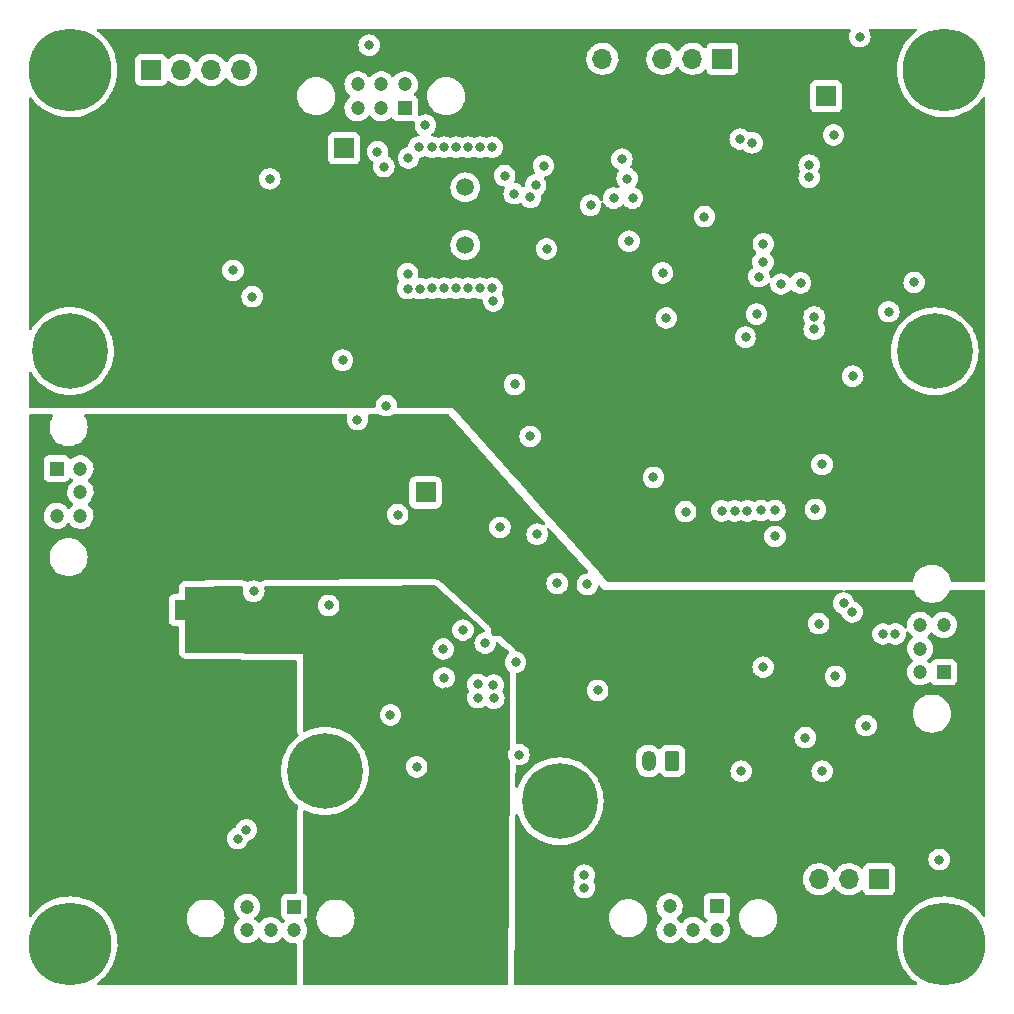
<source format=gbr>
%TF.GenerationSoftware,KiCad,Pcbnew,(6.0.5)*%
%TF.CreationDate,2022-12-19T19:55:07-05:00*%
%TF.ProjectId,GrandPapa_Board,4772616e-6450-4617-9061-5f426f617264,rev?*%
%TF.SameCoordinates,Original*%
%TF.FileFunction,Copper,L2,Inr*%
%TF.FilePolarity,Positive*%
%FSLAX46Y46*%
G04 Gerber Fmt 4.6, Leading zero omitted, Abs format (unit mm)*
G04 Created by KiCad (PCBNEW (6.0.5)) date 2022-12-19 19:55:07*
%MOMM*%
%LPD*%
G01*
G04 APERTURE LIST*
G04 Aperture macros list*
%AMRoundRect*
0 Rectangle with rounded corners*
0 $1 Rounding radius*
0 $2 $3 $4 $5 $6 $7 $8 $9 X,Y pos of 4 corners*
0 Add a 4 corners polygon primitive as box body*
4,1,4,$2,$3,$4,$5,$6,$7,$8,$9,$2,$3,0*
0 Add four circle primitives for the rounded corners*
1,1,$1+$1,$2,$3*
1,1,$1+$1,$4,$5*
1,1,$1+$1,$6,$7*
1,1,$1+$1,$8,$9*
0 Add four rect primitives between the rounded corners*
20,1,$1+$1,$2,$3,$4,$5,0*
20,1,$1+$1,$4,$5,$6,$7,0*
20,1,$1+$1,$6,$7,$8,$9,0*
20,1,$1+$1,$8,$9,$2,$3,0*%
G04 Aperture macros list end*
%TA.AperFunction,ComponentPad*%
%ADD10R,1.200000X1.200000*%
%TD*%
%TA.AperFunction,ComponentPad*%
%ADD11C,1.200000*%
%TD*%
%TA.AperFunction,ComponentPad*%
%ADD12R,1.700000X1.700000*%
%TD*%
%TA.AperFunction,ComponentPad*%
%ADD13O,1.700000X1.700000*%
%TD*%
%TA.AperFunction,ComponentPad*%
%ADD14C,6.400000*%
%TD*%
%TA.AperFunction,ComponentPad*%
%ADD15C,0.800000*%
%TD*%
%TA.AperFunction,ComponentPad*%
%ADD16C,7.000000*%
%TD*%
%TA.AperFunction,ComponentPad*%
%ADD17C,1.500000*%
%TD*%
%TA.AperFunction,ComponentPad*%
%ADD18RoundRect,0.250000X0.350000X0.625000X-0.350000X0.625000X-0.350000X-0.625000X0.350000X-0.625000X0*%
%TD*%
%TA.AperFunction,ComponentPad*%
%ADD19O,1.200000X1.750000*%
%TD*%
%TA.AperFunction,ViaPad*%
%ADD20C,0.800000*%
%TD*%
G04 APERTURE END LIST*
D10*
%TO.N,unconnected-(J4-Pad1)*%
%TO.C,J4*%
X136271000Y-135083800D03*
D11*
%TO.N,/Power Supplies & Regulators/5V_SWITCHED*%
X134271000Y-135083800D03*
%TO.N,GND*%
X132271000Y-135083800D03*
%TO.N,/CANH_PAYLOAD*%
X136271000Y-137083800D03*
%TO.N,/CANL_PAYLOAD*%
X134271000Y-137083800D03*
%TO.N,N/C*%
X132271000Y-137083800D03*
%TD*%
D12*
%TO.N,GND*%
%TO.C,J11*%
X124149000Y-64246800D03*
D13*
X126689000Y-64246800D03*
X129229000Y-64246800D03*
X131769000Y-64246800D03*
%TD*%
D14*
%TO.N,unconnected-(H2-Pad1)*%
%TO.C,H2*%
X117284000Y-88036400D03*
%TD*%
D15*
%TO.N,GND*%
%TO.C,H8*%
X119140155Y-66099498D03*
X117284000Y-66868343D03*
D16*
X117284000Y-64243343D03*
D15*
X115427845Y-62387188D03*
X114659000Y-64243343D03*
X119909000Y-64243343D03*
X117284000Y-61618343D03*
X119140155Y-62387188D03*
X115427845Y-66099498D03*
%TD*%
%TO.N,GND*%
%TO.C,H6*%
X193923933Y-64243343D03*
X189442778Y-66099498D03*
X188673933Y-64243343D03*
D16*
X191298933Y-64243343D03*
D15*
X193155088Y-62387188D03*
X193155088Y-66099498D03*
X191298933Y-66868343D03*
X191298933Y-61618343D03*
X189442778Y-62387188D03*
%TD*%
%TO.N,GND*%
%TO.C,H7*%
X189442778Y-136383845D03*
X191298933Y-135615000D03*
X191298933Y-140865000D03*
X188673933Y-138240000D03*
X193155088Y-136383845D03*
D16*
X191298933Y-138240000D03*
D15*
X189442778Y-140096155D03*
X193923933Y-138240000D03*
X193155088Y-140096155D03*
%TD*%
D12*
%TO.N,/MCU and CAN Controllers/ICSPCLK*%
%TO.C,J6*%
X172526000Y-63296800D03*
D13*
%TO.N,/MCU and CAN Controllers/ICSPDAT*%
X169986000Y-63296800D03*
%TO.N,GND*%
X167446000Y-63296800D03*
%TO.N,+5V*%
X164906000Y-63296800D03*
%TO.N,/MCU and CAN Controllers/~{MCLR}*%
X162366000Y-63296800D03*
%TD*%
D14*
%TO.N,unconnected-(H5-Pad1)*%
%TO.C,H5*%
X158750000Y-126161800D03*
%TD*%
D12*
%TO.N,Net-(J8-Pad1)*%
%TO.C,J8*%
X185786000Y-132765800D03*
D13*
%TO.N,Net-(J8-Pad2)*%
X183246000Y-132765800D03*
%TO.N,Net-(J8-Pad3)*%
X180706000Y-132765800D03*
%TD*%
D17*
%TO.N,Net-(C16-Pad1)*%
%TO.C,Y1*%
X150749000Y-74181800D03*
%TO.N,Net-(C17-Pad1)*%
X150749000Y-79061800D03*
%TD*%
D10*
%TO.N,unconnected-(J5-Pad1)*%
%TO.C,J5*%
X116165559Y-97991413D03*
D11*
%TO.N,/Power Supplies & Regulators/5V_SWITCHED*%
X116165559Y-99991413D03*
%TO.N,GND*%
X116165559Y-101991413D03*
%TO.N,/CANH_PAYLOAD*%
X118165559Y-97991413D03*
%TO.N,/CANL_PAYLOAD*%
X118165559Y-99991413D03*
%TO.N,unconnected-(J5-Pad6)*%
X118165559Y-101991413D03*
%TD*%
D15*
%TO.N,GND*%
%TO.C,H3*%
X119922332Y-138240000D03*
X115441177Y-140096155D03*
X114672332Y-138240000D03*
X119153487Y-136383845D03*
X117297332Y-135615000D03*
X117297332Y-140865000D03*
X115441177Y-136383845D03*
X119153487Y-140096155D03*
D16*
X117297332Y-138240000D03*
%TD*%
D10*
%TO.N,unconnected-(J3-Pad1)*%
%TO.C,J3*%
X191262000Y-115239800D03*
D11*
%TO.N,/Power Supplies & Regulators/5V_SWITCHED*%
X191262000Y-113239800D03*
%TO.N,GND*%
X191262000Y-111239800D03*
%TO.N,/CANH_PAYLOAD*%
X189262000Y-115239800D03*
%TO.N,/CANL_PAYLOAD*%
X189262000Y-113239800D03*
%TO.N,unconnected-(J3-Pad6)*%
X189262000Y-111239800D03*
%TD*%
D14*
%TO.N,unconnected-(H4-Pad1)*%
%TO.C,H4*%
X190500000Y-88061800D03*
%TD*%
%TO.N,unconnected-(H1-Pad1)*%
%TO.C,H1*%
X138874000Y-123596400D03*
%TD*%
D10*
%TO.N,unconnected-(J7-Pad1)*%
%TO.C,J7*%
X172053000Y-135067800D03*
D11*
%TO.N,/Power Supplies & Regulators/5V_SWITCHED*%
X170053000Y-135067800D03*
%TO.N,GND*%
X168053000Y-135067800D03*
%TO.N,/CANH_PAYLOAD*%
X172053000Y-137067800D03*
%TO.N,/CANL_PAYLOAD*%
X170053000Y-137067800D03*
%TO.N,N/C*%
X168053000Y-137067800D03*
%TD*%
D12*
%TO.N,+4.5V*%
%TO.C,TP1*%
X127000000Y-109971800D03*
%TD*%
%TO.N,Net-(R22-Pad2)*%
%TO.C,TP2*%
X147389000Y-100021800D03*
%TD*%
%TO.N,Net-(TP7-Pad1)*%
%TO.C,TP7*%
X181296762Y-66471800D03*
%TD*%
D18*
%TO.N,Net-(F3-Pad1)*%
%TO.C,J1*%
X168289000Y-122746800D03*
D19*
%TO.N,GND*%
X166289000Y-122746800D03*
%TD*%
D12*
%TO.N,+5V*%
%TO.C,TP3*%
X167767000Y-105587800D03*
%TD*%
%TO.N,Net-(C1-Pad1)*%
%TO.C,TP4*%
X140489000Y-70871800D03*
%TD*%
D10*
%TO.N,+12V*%
%TO.C,J2*%
X145637000Y-67471800D03*
D11*
%TO.N,unconnected-(J2-Pad2)*%
X143637000Y-67471800D03*
%TO.N,GND*%
X141637000Y-67471800D03*
%TO.N,/MCU and CAN Controllers/CANH_ROCKET*%
X145637000Y-65471800D03*
%TO.N,/MCU and CAN Controllers/CANL_ROCKET*%
X143637000Y-65471800D03*
%TO.N,N/C*%
X141637000Y-65471800D03*
%TD*%
D20*
%TO.N,GND*%
X149987000Y-70789800D03*
X175979000Y-114801800D03*
X153035000Y-70789800D03*
X161964000Y-116771800D03*
X186614000Y-84721800D03*
X180389000Y-101446800D03*
X190881000Y-131114800D03*
X179539000Y-120771800D03*
X148971000Y-70789800D03*
X153164000Y-117446800D03*
X173564000Y-101571800D03*
X146639000Y-123246800D03*
X172464000Y-101571800D03*
X139189000Y-109571800D03*
X151003000Y-82727800D03*
X170999000Y-76671800D03*
X158539000Y-107721800D03*
X174639000Y-101571800D03*
X154889000Y-74711800D03*
X141618500Y-93844000D03*
X145939000Y-71701800D03*
X184158672Y-61432920D03*
X147955000Y-70789800D03*
X188764000Y-82221800D03*
X152019000Y-82727800D03*
X145867910Y-82753726D03*
X153035000Y-82727800D03*
X152019000Y-70789800D03*
X147955000Y-82727800D03*
X169418000Y-101650800D03*
X181939000Y-69746800D03*
X184689000Y-119761800D03*
X153139000Y-116321800D03*
X148971000Y-82727800D03*
X174031708Y-70095984D03*
X145879000Y-81501800D03*
X146917291Y-82753726D03*
X132842000Y-108381800D03*
X140369000Y-88823800D03*
X175789000Y-101546800D03*
X174117000Y-123621800D03*
X132709000Y-83441800D03*
X146796855Y-70788928D03*
X151814000Y-116271800D03*
X161359175Y-75700521D03*
X161089000Y-107796800D03*
X149987000Y-82727800D03*
X175044776Y-70413362D03*
X180675543Y-111124478D03*
X151003000Y-70789800D03*
X176964000Y-101546800D03*
X175414000Y-84921800D03*
X155009000Y-114391800D03*
X134209000Y-73461800D03*
X142621000Y-62153800D03*
X145034000Y-101904800D03*
X151814000Y-117396800D03*
X155289000Y-122221800D03*
X156241539Y-95278234D03*
X144068500Y-92669000D03*
%TO.N,Net-(C2-Pad1)*%
X176979000Y-103731800D03*
X180959000Y-97651800D03*
%TO.N,+5V*%
X159639000Y-93846800D03*
X175714000Y-86796800D03*
X186664000Y-86021800D03*
X168464000Y-83596300D03*
X165614000Y-107146800D03*
X179868802Y-74736385D03*
X172389000Y-105496800D03*
X165589000Y-105771800D03*
X165589000Y-104471800D03*
X136412868Y-84845272D03*
X171001299Y-74859501D03*
X171489000Y-72246800D03*
X154489000Y-62871800D03*
X176489000Y-64871800D03*
X168489000Y-69596800D03*
%TO.N,+4.5V*%
X152239000Y-138881600D03*
X149139000Y-116946800D03*
X148714000Y-138881600D03*
X130763784Y-111529144D03*
X153464000Y-113871800D03*
X143539000Y-108721800D03*
X152439000Y-122396800D03*
%TO.N,/Battery Charging/VBATT_VOLT_SENSE*%
X164614000Y-78746800D03*
%TO.N,/Power Supplies & Regulators/5V_SWITCHED*%
X174277155Y-119483994D03*
X173077155Y-118483994D03*
X174277155Y-118458994D03*
X173102155Y-119483994D03*
%TO.N,+BATT*%
X183559000Y-90171800D03*
X154939000Y-90871800D03*
%TO.N,/Battery Charging/BATT_CHARGE_COMPLETE_L*%
X150564500Y-111671800D03*
X163314000Y-75096800D03*
%TO.N,/MCU and CAN Controllers/12V_PWR_DIS*%
X157384000Y-72362300D03*
X143859000Y-72421800D03*
X147369000Y-68921300D03*
%TO.N,/MCU and CAN Controllers/CS*%
X167464000Y-81421800D03*
%TO.N,/Battery Charging/LOW_BAT_L*%
X152439000Y-112771800D03*
X164914000Y-75096800D03*
%TO.N,/Battery Charging/BATT_CHARGER_PG_L*%
X148889000Y-113271800D03*
X164464000Y-73446800D03*
%TO.N,Net-(R22-Pad2)*%
X153689000Y-102971800D03*
X144420955Y-118860351D03*
%TO.N,/Battery Charging/VBATT_CURR_SENSE*%
X156839000Y-103555800D03*
X153139000Y-83791800D03*
X154091500Y-73194300D03*
%TO.N,/MCU and CAN Controllers/AUX_PWR_EN*%
X182089000Y-115596800D03*
X166689000Y-98746800D03*
X164014000Y-71796800D03*
%TO.N,/MCU and CAN Controllers/AUX_CURR_SENSE*%
X143314000Y-71171800D03*
X131089000Y-81221800D03*
X156714000Y-73996800D03*
%TO.N,/MCU and CAN Controllers/TXCAN_MCP*%
X177489000Y-82371800D03*
%TO.N,/MCU and CAN Controllers/RXCAN_MCP*%
X179139000Y-82271800D03*
%TO.N,/MCU and CAN Controllers/CAN_INT*%
X157638500Y-79396800D03*
X167764000Y-85246800D03*
X156274614Y-75036800D03*
%TO.N,/MCU and CAN Controllers/CLK_OUT*%
X174489000Y-86871800D03*
%TO.N,/MCU and CAN Controllers/MOSI*%
X175964000Y-80496800D03*
%TO.N,/MCU and CAN Controllers/SCK*%
X175614000Y-81746800D03*
%TO.N,/MCU and CAN Controllers/MISO*%
X175989000Y-78971800D03*
%TO.N,Net-(J8-Pad2)*%
X180975000Y-123621800D03*
X148954200Y-115712800D03*
%TO.N,/MCU and CAN Controllers/CANH_ROCKET*%
X179874412Y-72296800D03*
%TO.N,/MCU and CAN Controllers/CANL_ROCKET*%
X179874412Y-73346800D03*
%TO.N,/CANH_PAYLOAD*%
X180290646Y-85147800D03*
X186124000Y-112001800D03*
X132220232Y-128580568D03*
X160829000Y-132426800D03*
X183520232Y-110133032D03*
%TO.N,/CANL_PAYLOAD*%
X182777768Y-109390568D03*
X187174000Y-112001800D03*
X160829000Y-133476800D03*
X180290646Y-86197800D03*
X131477768Y-129323032D03*
%TD*%
%TA.AperFunction,Conductor*%
%TO.N,+5V*%
G36*
X183352730Y-60771845D02*
G01*
X183399223Y-60825501D01*
X183409327Y-60895775D01*
X183393728Y-60940843D01*
X183328423Y-61053955D01*
X183324145Y-61061364D01*
X183265130Y-61242992D01*
X183264440Y-61249553D01*
X183264440Y-61249555D01*
X183247227Y-61413330D01*
X183245168Y-61432920D01*
X183265130Y-61622848D01*
X183324145Y-61804476D01*
X183419632Y-61969864D01*
X183424050Y-61974771D01*
X183424051Y-61974772D01*
X183466934Y-62022398D01*
X183547419Y-62111786D01*
X183701920Y-62224038D01*
X183707948Y-62226722D01*
X183707950Y-62226723D01*
X183870353Y-62299029D01*
X183876384Y-62301714D01*
X183969784Y-62321567D01*
X184056728Y-62340048D01*
X184056733Y-62340048D01*
X184063185Y-62341420D01*
X184254159Y-62341420D01*
X184260611Y-62340048D01*
X184260616Y-62340048D01*
X184347560Y-62321567D01*
X184440960Y-62301714D01*
X184446991Y-62299029D01*
X184609394Y-62226723D01*
X184609396Y-62226722D01*
X184615424Y-62224038D01*
X184769925Y-62111786D01*
X184850410Y-62022398D01*
X184893293Y-61974772D01*
X184893294Y-61974771D01*
X184897712Y-61969864D01*
X184993199Y-61804476D01*
X185052214Y-61622848D01*
X185072176Y-61432920D01*
X185070117Y-61413330D01*
X185052904Y-61249555D01*
X185052904Y-61249553D01*
X185052214Y-61242992D01*
X184993199Y-61061364D01*
X184988922Y-61053955D01*
X184923616Y-60940843D01*
X184906878Y-60871848D01*
X184930098Y-60804756D01*
X184985905Y-60760869D01*
X185032735Y-60751843D01*
X188897042Y-60751843D01*
X188965163Y-60771845D01*
X189011656Y-60825501D01*
X189021760Y-60895775D01*
X188992266Y-60960355D01*
X188971103Y-60979779D01*
X188786644Y-61113796D01*
X188786638Y-61113801D01*
X188784163Y-61115599D01*
X188781877Y-61117628D01*
X188781874Y-61117631D01*
X188702056Y-61188497D01*
X188490950Y-61375926D01*
X188488871Y-61378171D01*
X188488864Y-61378178D01*
X188234738Y-61652610D01*
X188224541Y-61663622D01*
X188191769Y-61706798D01*
X187996431Y-61964146D01*
X187987477Y-61975942D01*
X187921283Y-62083539D01*
X187785855Y-62303675D01*
X187782022Y-62309905D01*
X187610136Y-62662323D01*
X187609064Y-62665207D01*
X187609063Y-62665208D01*
X187475642Y-63023966D01*
X187473460Y-63029832D01*
X187373300Y-63408924D01*
X187363914Y-63466877D01*
X187312473Y-63784480D01*
X187310610Y-63795981D01*
X187310416Y-63799061D01*
X187310416Y-63799063D01*
X187286432Y-64180289D01*
X187285990Y-64187308D01*
X187288153Y-64249260D01*
X187299134Y-64563695D01*
X187299674Y-64579170D01*
X187300080Y-64582214D01*
X187300081Y-64582224D01*
X187310266Y-64658553D01*
X187351532Y-64967827D01*
X187352232Y-64970811D01*
X187352233Y-64970817D01*
X187412129Y-65226182D01*
X187441069Y-65349568D01*
X187567429Y-65720750D01*
X187729408Y-66077830D01*
X187925458Y-66417399D01*
X187927247Y-66419897D01*
X187927249Y-66419901D01*
X188150343Y-66731515D01*
X188153709Y-66736217D01*
X188155735Y-66738532D01*
X188155738Y-66738535D01*
X188264973Y-66863313D01*
X188411982Y-67031239D01*
X188697811Y-67299651D01*
X189008469Y-67538889D01*
X189011072Y-67540516D01*
X189011077Y-67540519D01*
X189055864Y-67568505D01*
X189340989Y-67746671D01*
X189692199Y-67921013D01*
X190058745Y-68060250D01*
X190437128Y-68163055D01*
X190648608Y-68198824D01*
X190820716Y-68227934D01*
X190820719Y-68227934D01*
X190823738Y-68228445D01*
X190978377Y-68239259D01*
X191211818Y-68255583D01*
X191211826Y-68255583D01*
X191214884Y-68255797D01*
X191466970Y-68248756D01*
X191603758Y-68244935D01*
X191603761Y-68244935D01*
X191606832Y-68244849D01*
X191609885Y-68244463D01*
X191609889Y-68244463D01*
X191751509Y-68226572D01*
X191995841Y-68195705D01*
X191998845Y-68195023D01*
X191998848Y-68195022D01*
X192375202Y-68109517D01*
X192375208Y-68109515D01*
X192378198Y-68108836D01*
X192381117Y-68107865D01*
X192747329Y-67986043D01*
X192747335Y-67986041D01*
X192750253Y-67985070D01*
X192753063Y-67983819D01*
X193105655Y-67826835D01*
X193105661Y-67826832D01*
X193108455Y-67825588D01*
X193111124Y-67824072D01*
X193446717Y-67633429D01*
X193446723Y-67633426D01*
X193449385Y-67631913D01*
X193732615Y-67432116D01*
X193767275Y-67407666D01*
X193767279Y-67407663D01*
X193769788Y-67405893D01*
X193954934Y-67246080D01*
X194064280Y-67151696D01*
X194064284Y-67151692D01*
X194066607Y-67149687D01*
X194337007Y-66865738D01*
X194565144Y-66573735D01*
X194622845Y-66532369D01*
X194693750Y-66528766D01*
X194755347Y-66564069D01*
X194788080Y-66627070D01*
X194790433Y-66651308D01*
X194790433Y-107493800D01*
X194770431Y-107561921D01*
X194716775Y-107608414D01*
X194664433Y-107619800D01*
X191982503Y-107619800D01*
X191914382Y-107599798D01*
X191867889Y-107546142D01*
X191856891Y-107503686D01*
X191855997Y-107492331D01*
X191855609Y-107487397D01*
X191853408Y-107478227D01*
X191797660Y-107246021D01*
X191796505Y-107241209D01*
X191745443Y-107117934D01*
X191701511Y-107011872D01*
X191701509Y-107011868D01*
X191699616Y-107007298D01*
X191567328Y-106791424D01*
X191402898Y-106598902D01*
X191210376Y-106434472D01*
X190994502Y-106302184D01*
X190989932Y-106300291D01*
X190989928Y-106300289D01*
X190765164Y-106207189D01*
X190765162Y-106207188D01*
X190760591Y-106205295D01*
X190675968Y-106184979D01*
X190519216Y-106147346D01*
X190519210Y-106147345D01*
X190514403Y-106146191D01*
X190414584Y-106138335D01*
X190327655Y-106131493D01*
X190327648Y-106131493D01*
X190325199Y-106131300D01*
X190198801Y-106131300D01*
X190196352Y-106131493D01*
X190196345Y-106131493D01*
X190109416Y-106138335D01*
X190009597Y-106146191D01*
X190004790Y-106147345D01*
X190004784Y-106147346D01*
X189848032Y-106184979D01*
X189763409Y-106205295D01*
X189758838Y-106207188D01*
X189758836Y-106207189D01*
X189534072Y-106300289D01*
X189534068Y-106300291D01*
X189529498Y-106302184D01*
X189313624Y-106434472D01*
X189121102Y-106598902D01*
X188956672Y-106791424D01*
X188824384Y-107007298D01*
X188822491Y-107011868D01*
X188822489Y-107011872D01*
X188778557Y-107117934D01*
X188727495Y-107241209D01*
X188726340Y-107246021D01*
X188670593Y-107478227D01*
X188668391Y-107487397D01*
X188668003Y-107492331D01*
X188667109Y-107503686D01*
X188641823Y-107570027D01*
X188584685Y-107612167D01*
X188541497Y-107619800D01*
X162870622Y-107619800D01*
X162802501Y-107599798D01*
X162776404Y-107577459D01*
X162075122Y-106787665D01*
X159361725Y-103731800D01*
X176065496Y-103731800D01*
X176066186Y-103738365D01*
X176082944Y-103897804D01*
X176085458Y-103921728D01*
X176144473Y-104103356D01*
X176239960Y-104268744D01*
X176367747Y-104410666D01*
X176522248Y-104522918D01*
X176528276Y-104525602D01*
X176528278Y-104525603D01*
X176567436Y-104543037D01*
X176696712Y-104600594D01*
X176790112Y-104620447D01*
X176877056Y-104638928D01*
X176877061Y-104638928D01*
X176883513Y-104640300D01*
X177074487Y-104640300D01*
X177080939Y-104638928D01*
X177080944Y-104638928D01*
X177167888Y-104620447D01*
X177261288Y-104600594D01*
X177390564Y-104543037D01*
X177429722Y-104525603D01*
X177429724Y-104525602D01*
X177435752Y-104522918D01*
X177590253Y-104410666D01*
X177718040Y-104268744D01*
X177813527Y-104103356D01*
X177872542Y-103921728D01*
X177875057Y-103897804D01*
X177891814Y-103738365D01*
X177892504Y-103731800D01*
X177872542Y-103541872D01*
X177813527Y-103360244D01*
X177718040Y-103194856D01*
X177688212Y-103161728D01*
X177594675Y-103057845D01*
X177594674Y-103057844D01*
X177590253Y-103052934D01*
X177435752Y-102940682D01*
X177429724Y-102937998D01*
X177429722Y-102937997D01*
X177267319Y-102865691D01*
X177267318Y-102865691D01*
X177261288Y-102863006D01*
X177167887Y-102843153D01*
X177080944Y-102824672D01*
X177080939Y-102824672D01*
X177074487Y-102823300D01*
X176883513Y-102823300D01*
X176877061Y-102824672D01*
X176877056Y-102824672D01*
X176790113Y-102843153D01*
X176696712Y-102863006D01*
X176690682Y-102865691D01*
X176690681Y-102865691D01*
X176528278Y-102937997D01*
X176528276Y-102937998D01*
X176522248Y-102940682D01*
X176367747Y-103052934D01*
X176363326Y-103057844D01*
X176363325Y-103057845D01*
X176269789Y-103161728D01*
X176239960Y-103194856D01*
X176144473Y-103360244D01*
X176085458Y-103541872D01*
X176065496Y-103731800D01*
X159361725Y-103731800D01*
X157513940Y-101650800D01*
X168504496Y-101650800D01*
X168505186Y-101657365D01*
X168522107Y-101818356D01*
X168524458Y-101840728D01*
X168583473Y-102022356D01*
X168678960Y-102187744D01*
X168683378Y-102192651D01*
X168683379Y-102192652D01*
X168802325Y-102324755D01*
X168806747Y-102329666D01*
X168961248Y-102441918D01*
X168967276Y-102444602D01*
X168967278Y-102444603D01*
X169129681Y-102516909D01*
X169135712Y-102519594D01*
X169229112Y-102539447D01*
X169316056Y-102557928D01*
X169316061Y-102557928D01*
X169322513Y-102559300D01*
X169513487Y-102559300D01*
X169519939Y-102557928D01*
X169519944Y-102557928D01*
X169606888Y-102539447D01*
X169700288Y-102519594D01*
X169706319Y-102516909D01*
X169868722Y-102444603D01*
X169868724Y-102444602D01*
X169874752Y-102441918D01*
X170029253Y-102329666D01*
X170033675Y-102324755D01*
X170152621Y-102192652D01*
X170152622Y-102192651D01*
X170157040Y-102187744D01*
X170252527Y-102022356D01*
X170311542Y-101840728D01*
X170313894Y-101818356D01*
X170330814Y-101657365D01*
X170331504Y-101650800D01*
X170323201Y-101571800D01*
X171550496Y-101571800D01*
X171551186Y-101578365D01*
X171567141Y-101730165D01*
X171570458Y-101761728D01*
X171629473Y-101943356D01*
X171724960Y-102108744D01*
X171729378Y-102113651D01*
X171729379Y-102113652D01*
X171743693Y-102129549D01*
X171852747Y-102250666D01*
X171951843Y-102322664D01*
X171998233Y-102356368D01*
X172007248Y-102362918D01*
X172013276Y-102365602D01*
X172013278Y-102365603D01*
X172128642Y-102416966D01*
X172181712Y-102440594D01*
X172275113Y-102460447D01*
X172362056Y-102478928D01*
X172362061Y-102478928D01*
X172368513Y-102480300D01*
X172559487Y-102480300D01*
X172565939Y-102478928D01*
X172565944Y-102478928D01*
X172652887Y-102460447D01*
X172746288Y-102440594D01*
X172799358Y-102416966D01*
X172914722Y-102365603D01*
X172914724Y-102365602D01*
X172920752Y-102362918D01*
X172939940Y-102348977D01*
X173006808Y-102325119D01*
X173075959Y-102341200D01*
X173088060Y-102348977D01*
X173107248Y-102362918D01*
X173113276Y-102365602D01*
X173113278Y-102365603D01*
X173228642Y-102416966D01*
X173281712Y-102440594D01*
X173375113Y-102460447D01*
X173462056Y-102478928D01*
X173462061Y-102478928D01*
X173468513Y-102480300D01*
X173659487Y-102480300D01*
X173665939Y-102478928D01*
X173665944Y-102478928D01*
X173752887Y-102460447D01*
X173846288Y-102440594D01*
X173899358Y-102416966D01*
X174014722Y-102365603D01*
X174014724Y-102365602D01*
X174020752Y-102362918D01*
X174027442Y-102358057D01*
X174028354Y-102357732D01*
X174031811Y-102355736D01*
X174032176Y-102356368D01*
X174094312Y-102334201D01*
X174163463Y-102350284D01*
X174175557Y-102358057D01*
X174182248Y-102362918D01*
X174188276Y-102365602D01*
X174188278Y-102365603D01*
X174303642Y-102416966D01*
X174356712Y-102440594D01*
X174450113Y-102460447D01*
X174537056Y-102478928D01*
X174537061Y-102478928D01*
X174543513Y-102480300D01*
X174734487Y-102480300D01*
X174740939Y-102478928D01*
X174740944Y-102478928D01*
X174827887Y-102460447D01*
X174921288Y-102440594D01*
X174974358Y-102416966D01*
X175089722Y-102365603D01*
X175089724Y-102365602D01*
X175095752Y-102362918D01*
X175157143Y-102318315D01*
X175224010Y-102294456D01*
X175293161Y-102310535D01*
X175305266Y-102318315D01*
X175326904Y-102334036D01*
X175326906Y-102334037D01*
X175332248Y-102337918D01*
X175338275Y-102340601D01*
X175338276Y-102340602D01*
X175500681Y-102412909D01*
X175506712Y-102415594D01*
X175597332Y-102434856D01*
X175687056Y-102453928D01*
X175687061Y-102453928D01*
X175693513Y-102455300D01*
X175884487Y-102455300D01*
X175890939Y-102453928D01*
X175890944Y-102453928D01*
X175980668Y-102434856D01*
X176071288Y-102415594D01*
X176077319Y-102412909D01*
X176239722Y-102340603D01*
X176239724Y-102340602D01*
X176245752Y-102337918D01*
X176302441Y-102296731D01*
X176369306Y-102272874D01*
X176438458Y-102288954D01*
X176450548Y-102296723D01*
X176507248Y-102337918D01*
X176513276Y-102340602D01*
X176513278Y-102340603D01*
X176675681Y-102412909D01*
X176681712Y-102415594D01*
X176772332Y-102434856D01*
X176862056Y-102453928D01*
X176862061Y-102453928D01*
X176868513Y-102455300D01*
X177059487Y-102455300D01*
X177065939Y-102453928D01*
X177065944Y-102453928D01*
X177155668Y-102434856D01*
X177246288Y-102415594D01*
X177252319Y-102412909D01*
X177414722Y-102340603D01*
X177414724Y-102340602D01*
X177420752Y-102337918D01*
X177426766Y-102333549D01*
X177539976Y-102251296D01*
X177575253Y-102225666D01*
X177680530Y-102108744D01*
X177698621Y-102088652D01*
X177698622Y-102088651D01*
X177703040Y-102083744D01*
X177798527Y-101918356D01*
X177857542Y-101736728D01*
X177867393Y-101643006D01*
X177876814Y-101553365D01*
X177877504Y-101546800D01*
X177866994Y-101446800D01*
X179475496Y-101446800D01*
X179476186Y-101453365D01*
X179484582Y-101533244D01*
X179495458Y-101636728D01*
X179554473Y-101818356D01*
X179557776Y-101824078D01*
X179557777Y-101824079D01*
X179571014Y-101847006D01*
X179649960Y-101983744D01*
X179654378Y-101988651D01*
X179654379Y-101988652D01*
X179773325Y-102120755D01*
X179777747Y-102125666D01*
X179832662Y-102165564D01*
X179915385Y-102225666D01*
X179932248Y-102237918D01*
X179938276Y-102240602D01*
X179938278Y-102240603D01*
X180059235Y-102294456D01*
X180106712Y-102315594D01*
X180191183Y-102333549D01*
X180287056Y-102353928D01*
X180287061Y-102353928D01*
X180293513Y-102355300D01*
X180484487Y-102355300D01*
X180490939Y-102353928D01*
X180490944Y-102353928D01*
X180586817Y-102333549D01*
X180671288Y-102315594D01*
X180718765Y-102294456D01*
X180839722Y-102240603D01*
X180839724Y-102240602D01*
X180845752Y-102237918D01*
X180862616Y-102225666D01*
X180945338Y-102165564D01*
X181000253Y-102125666D01*
X181004675Y-102120755D01*
X181123621Y-101988652D01*
X181123622Y-101988651D01*
X181128040Y-101983744D01*
X181206986Y-101847006D01*
X181220223Y-101824079D01*
X181220224Y-101824078D01*
X181223527Y-101818356D01*
X181282542Y-101636728D01*
X181293419Y-101533244D01*
X181301814Y-101453365D01*
X181302504Y-101446800D01*
X181293052Y-101356872D01*
X181283232Y-101263435D01*
X181283232Y-101263433D01*
X181282542Y-101256872D01*
X181223527Y-101075244D01*
X181128040Y-100909856D01*
X181112804Y-100892934D01*
X181004675Y-100772845D01*
X181004674Y-100772844D01*
X181000253Y-100767934D01*
X180845752Y-100655682D01*
X180839724Y-100652998D01*
X180839722Y-100652997D01*
X180677319Y-100580691D01*
X180677318Y-100580691D01*
X180671288Y-100578006D01*
X180577888Y-100558153D01*
X180490944Y-100539672D01*
X180490939Y-100539672D01*
X180484487Y-100538300D01*
X180293513Y-100538300D01*
X180287061Y-100539672D01*
X180287056Y-100539672D01*
X180200113Y-100558153D01*
X180106712Y-100578006D01*
X180100682Y-100580691D01*
X180100681Y-100580691D01*
X179938278Y-100652997D01*
X179938276Y-100652998D01*
X179932248Y-100655682D01*
X179777747Y-100767934D01*
X179773326Y-100772844D01*
X179773325Y-100772845D01*
X179665197Y-100892934D01*
X179649960Y-100909856D01*
X179554473Y-101075244D01*
X179495458Y-101256872D01*
X179494768Y-101263433D01*
X179494768Y-101263435D01*
X179484948Y-101356872D01*
X179475496Y-101446800D01*
X177866994Y-101446800D01*
X177863099Y-101409742D01*
X177858232Y-101363435D01*
X177858232Y-101363433D01*
X177857542Y-101356872D01*
X177798527Y-101175244D01*
X177703040Y-101009856D01*
X177693717Y-100999501D01*
X177579675Y-100872845D01*
X177579674Y-100872844D01*
X177575253Y-100867934D01*
X177456984Y-100782006D01*
X177426094Y-100759563D01*
X177426093Y-100759562D01*
X177420752Y-100755682D01*
X177414724Y-100752998D01*
X177414722Y-100752997D01*
X177252319Y-100680691D01*
X177252318Y-100680691D01*
X177246288Y-100678006D01*
X177152887Y-100658153D01*
X177065944Y-100639672D01*
X177065939Y-100639672D01*
X177059487Y-100638300D01*
X176868513Y-100638300D01*
X176862061Y-100639672D01*
X176862056Y-100639672D01*
X176775112Y-100658153D01*
X176681712Y-100678006D01*
X176675682Y-100680691D01*
X176675681Y-100680691D01*
X176513278Y-100752997D01*
X176513276Y-100752998D01*
X176507248Y-100755682D01*
X176450559Y-100796869D01*
X176383694Y-100820726D01*
X176314542Y-100804646D01*
X176302452Y-100796877D01*
X176245752Y-100755682D01*
X176239724Y-100752998D01*
X176239722Y-100752997D01*
X176077319Y-100680691D01*
X176077318Y-100680691D01*
X176071288Y-100678006D01*
X175977887Y-100658153D01*
X175890944Y-100639672D01*
X175890939Y-100639672D01*
X175884487Y-100638300D01*
X175693513Y-100638300D01*
X175687061Y-100639672D01*
X175687056Y-100639672D01*
X175600112Y-100658153D01*
X175506712Y-100678006D01*
X175500682Y-100680691D01*
X175500681Y-100680691D01*
X175338278Y-100752997D01*
X175338276Y-100752998D01*
X175332248Y-100755682D01*
X175288824Y-100787232D01*
X175270858Y-100800285D01*
X175203990Y-100824144D01*
X175134839Y-100808065D01*
X175122734Y-100800285D01*
X175101096Y-100784564D01*
X175101091Y-100784561D01*
X175095752Y-100780682D01*
X175089722Y-100777997D01*
X174927319Y-100705691D01*
X174927318Y-100705691D01*
X174921288Y-100703006D01*
X174816305Y-100680691D01*
X174740944Y-100664672D01*
X174740939Y-100664672D01*
X174734487Y-100663300D01*
X174543513Y-100663300D01*
X174537061Y-100664672D01*
X174537056Y-100664672D01*
X174461695Y-100680691D01*
X174356712Y-100703006D01*
X174350682Y-100705691D01*
X174350681Y-100705691D01*
X174188278Y-100777997D01*
X174188276Y-100777998D01*
X174182248Y-100780682D01*
X174176905Y-100784564D01*
X174175557Y-100785543D01*
X174174646Y-100785868D01*
X174171189Y-100787864D01*
X174170824Y-100787232D01*
X174108688Y-100809399D01*
X174039537Y-100793316D01*
X174027443Y-100785543D01*
X174026095Y-100784564D01*
X174020752Y-100780682D01*
X174014724Y-100777998D01*
X174014722Y-100777997D01*
X173852319Y-100705691D01*
X173852318Y-100705691D01*
X173846288Y-100703006D01*
X173741305Y-100680691D01*
X173665944Y-100664672D01*
X173665939Y-100664672D01*
X173659487Y-100663300D01*
X173468513Y-100663300D01*
X173462061Y-100664672D01*
X173462056Y-100664672D01*
X173386695Y-100680691D01*
X173281712Y-100703006D01*
X173275682Y-100705691D01*
X173275681Y-100705691D01*
X173113278Y-100777997D01*
X173113276Y-100777998D01*
X173107248Y-100780682D01*
X173100110Y-100785868D01*
X173088060Y-100794623D01*
X173021192Y-100818481D01*
X172952041Y-100802400D01*
X172939940Y-100794623D01*
X172927890Y-100785868D01*
X172920752Y-100780682D01*
X172914724Y-100777998D01*
X172914722Y-100777997D01*
X172752319Y-100705691D01*
X172752318Y-100705691D01*
X172746288Y-100703006D01*
X172641305Y-100680691D01*
X172565944Y-100664672D01*
X172565939Y-100664672D01*
X172559487Y-100663300D01*
X172368513Y-100663300D01*
X172362061Y-100664672D01*
X172362056Y-100664672D01*
X172286695Y-100680691D01*
X172181712Y-100703006D01*
X172175682Y-100705691D01*
X172175681Y-100705691D01*
X172013278Y-100777997D01*
X172013276Y-100777998D01*
X172007248Y-100780682D01*
X172001907Y-100784562D01*
X172001906Y-100784563D01*
X171969559Y-100808065D01*
X171852747Y-100892934D01*
X171848326Y-100897844D01*
X171848325Y-100897845D01*
X171742322Y-101015574D01*
X171724960Y-101034856D01*
X171629473Y-101200244D01*
X171570458Y-101381872D01*
X171550496Y-101571800D01*
X170323201Y-101571800D01*
X170311542Y-101460872D01*
X170252527Y-101279244D01*
X170239611Y-101256872D01*
X170160341Y-101119574D01*
X170157040Y-101113856D01*
X170054075Y-100999501D01*
X170033675Y-100976845D01*
X170033674Y-100976844D01*
X170029253Y-100971934D01*
X169886110Y-100867934D01*
X169880094Y-100863563D01*
X169880093Y-100863562D01*
X169874752Y-100859682D01*
X169868724Y-100856998D01*
X169868722Y-100856997D01*
X169706319Y-100784691D01*
X169706318Y-100784691D01*
X169700288Y-100782006D01*
X169606888Y-100762153D01*
X169519944Y-100743672D01*
X169519939Y-100743672D01*
X169513487Y-100742300D01*
X169322513Y-100742300D01*
X169316061Y-100743672D01*
X169316056Y-100743672D01*
X169229113Y-100762153D01*
X169135712Y-100782006D01*
X169129682Y-100784691D01*
X169129681Y-100784691D01*
X168967278Y-100856997D01*
X168967276Y-100856998D01*
X168961248Y-100859682D01*
X168955907Y-100863562D01*
X168955906Y-100863563D01*
X168949890Y-100867934D01*
X168806747Y-100971934D01*
X168802326Y-100976844D01*
X168802325Y-100976845D01*
X168781926Y-100999501D01*
X168678960Y-101113856D01*
X168675659Y-101119574D01*
X168596390Y-101256872D01*
X168583473Y-101279244D01*
X168524458Y-101460872D01*
X168504496Y-101650800D01*
X157513940Y-101650800D01*
X154935388Y-98746800D01*
X165775496Y-98746800D01*
X165795458Y-98936728D01*
X165854473Y-99118356D01*
X165949960Y-99283744D01*
X166077747Y-99425666D01*
X166232248Y-99537918D01*
X166238276Y-99540602D01*
X166238278Y-99540603D01*
X166400681Y-99612909D01*
X166406712Y-99615594D01*
X166500112Y-99635447D01*
X166587056Y-99653928D01*
X166587061Y-99653928D01*
X166593513Y-99655300D01*
X166784487Y-99655300D01*
X166790939Y-99653928D01*
X166790944Y-99653928D01*
X166877888Y-99635447D01*
X166971288Y-99615594D01*
X166977319Y-99612909D01*
X167139722Y-99540603D01*
X167139724Y-99540602D01*
X167145752Y-99537918D01*
X167300253Y-99425666D01*
X167428040Y-99283744D01*
X167523527Y-99118356D01*
X167582542Y-98936728D01*
X167602504Y-98746800D01*
X167592254Y-98649272D01*
X167583232Y-98563435D01*
X167583232Y-98563433D01*
X167582542Y-98556872D01*
X167523527Y-98375244D01*
X167494955Y-98325755D01*
X167431341Y-98215574D01*
X167428040Y-98209856D01*
X167300253Y-98067934D01*
X167145752Y-97955682D01*
X167139724Y-97952998D01*
X167139722Y-97952997D01*
X166977319Y-97880691D01*
X166977318Y-97880691D01*
X166971288Y-97878006D01*
X166877887Y-97858153D01*
X166790944Y-97839672D01*
X166790939Y-97839672D01*
X166784487Y-97838300D01*
X166593513Y-97838300D01*
X166587061Y-97839672D01*
X166587056Y-97839672D01*
X166500112Y-97858153D01*
X166406712Y-97878006D01*
X166400682Y-97880691D01*
X166400681Y-97880691D01*
X166238278Y-97952997D01*
X166238276Y-97952998D01*
X166232248Y-97955682D01*
X166077747Y-98067934D01*
X165949960Y-98209856D01*
X165946659Y-98215574D01*
X165883046Y-98325755D01*
X165854473Y-98375244D01*
X165795458Y-98556872D01*
X165794768Y-98563433D01*
X165794768Y-98563435D01*
X165785746Y-98649272D01*
X165775496Y-98746800D01*
X154935388Y-98746800D01*
X154444231Y-98193652D01*
X153963104Y-97651800D01*
X180045496Y-97651800D01*
X180065458Y-97841728D01*
X180124473Y-98023356D01*
X180127776Y-98029078D01*
X180127777Y-98029079D01*
X180161686Y-98087810D01*
X180219960Y-98188744D01*
X180347747Y-98330666D01*
X180502248Y-98442918D01*
X180508276Y-98445602D01*
X180508278Y-98445603D01*
X180670681Y-98517909D01*
X180676712Y-98520594D01*
X180770113Y-98540447D01*
X180857056Y-98558928D01*
X180857061Y-98558928D01*
X180863513Y-98560300D01*
X181054487Y-98560300D01*
X181060939Y-98558928D01*
X181060944Y-98558928D01*
X181147887Y-98540447D01*
X181241288Y-98520594D01*
X181247319Y-98517909D01*
X181409722Y-98445603D01*
X181409724Y-98445602D01*
X181415752Y-98442918D01*
X181570253Y-98330666D01*
X181698040Y-98188744D01*
X181756314Y-98087810D01*
X181790223Y-98029079D01*
X181790224Y-98029078D01*
X181793527Y-98023356D01*
X181852542Y-97841728D01*
X181872504Y-97651800D01*
X181852542Y-97461872D01*
X181793527Y-97280244D01*
X181698040Y-97114856D01*
X181619972Y-97028152D01*
X181574675Y-96977845D01*
X181574674Y-96977844D01*
X181570253Y-96972934D01*
X181415752Y-96860682D01*
X181409724Y-96857998D01*
X181409722Y-96857997D01*
X181247319Y-96785691D01*
X181247318Y-96785691D01*
X181241288Y-96783006D01*
X181147887Y-96763153D01*
X181060944Y-96744672D01*
X181060939Y-96744672D01*
X181054487Y-96743300D01*
X180863513Y-96743300D01*
X180857061Y-96744672D01*
X180857056Y-96744672D01*
X180770112Y-96763153D01*
X180676712Y-96783006D01*
X180670682Y-96785691D01*
X180670681Y-96785691D01*
X180508278Y-96857997D01*
X180508276Y-96857998D01*
X180502248Y-96860682D01*
X180347747Y-96972934D01*
X180343326Y-96977844D01*
X180343325Y-96977845D01*
X180298029Y-97028152D01*
X180219960Y-97114856D01*
X180124473Y-97280244D01*
X180065458Y-97461872D01*
X180045496Y-97651800D01*
X153963104Y-97651800D01*
X151855541Y-95278234D01*
X155328035Y-95278234D01*
X155347997Y-95468162D01*
X155407012Y-95649790D01*
X155502499Y-95815178D01*
X155630286Y-95957100D01*
X155784787Y-96069352D01*
X155790815Y-96072036D01*
X155790817Y-96072037D01*
X155853428Y-96099913D01*
X155959251Y-96147028D01*
X156052651Y-96166881D01*
X156139595Y-96185362D01*
X156139600Y-96185362D01*
X156146052Y-96186734D01*
X156337026Y-96186734D01*
X156343478Y-96185362D01*
X156343483Y-96185362D01*
X156430427Y-96166881D01*
X156523827Y-96147028D01*
X156629650Y-96099913D01*
X156692261Y-96072037D01*
X156692263Y-96072036D01*
X156698291Y-96069352D01*
X156852792Y-95957100D01*
X156980579Y-95815178D01*
X157076066Y-95649790D01*
X157135081Y-95468162D01*
X157155043Y-95278234D01*
X157135081Y-95088306D01*
X157076066Y-94906678D01*
X156980579Y-94741290D01*
X156884982Y-94635118D01*
X156857214Y-94604279D01*
X156857213Y-94604278D01*
X156852792Y-94599368D01*
X156747496Y-94522866D01*
X156703633Y-94490997D01*
X156703632Y-94490996D01*
X156698291Y-94487116D01*
X156692263Y-94484432D01*
X156692261Y-94484431D01*
X156529858Y-94412125D01*
X156529857Y-94412125D01*
X156523827Y-94409440D01*
X156430427Y-94389587D01*
X156343483Y-94371106D01*
X156343478Y-94371106D01*
X156337026Y-94369734D01*
X156146052Y-94369734D01*
X156139600Y-94371106D01*
X156139595Y-94371106D01*
X156052651Y-94389587D01*
X155959251Y-94409440D01*
X155953221Y-94412125D01*
X155953220Y-94412125D01*
X155790817Y-94484431D01*
X155790815Y-94484432D01*
X155784787Y-94487116D01*
X155779446Y-94490996D01*
X155779445Y-94490997D01*
X155735582Y-94522866D01*
X155630286Y-94599368D01*
X155625865Y-94604278D01*
X155625864Y-94604279D01*
X155598097Y-94635118D01*
X155502499Y-94741290D01*
X155407012Y-94906678D01*
X155347997Y-95088306D01*
X155328035Y-95278234D01*
X151855541Y-95278234D01*
X149745028Y-92901346D01*
X149733000Y-92887800D01*
X145099100Y-92885801D01*
X145030989Y-92865770D01*
X144984519Y-92812094D01*
X144973845Y-92746631D01*
X144981314Y-92675565D01*
X144981314Y-92675564D01*
X144982004Y-92669000D01*
X144962042Y-92479072D01*
X144903027Y-92297444D01*
X144807540Y-92132056D01*
X144679753Y-91990134D01*
X144525252Y-91877882D01*
X144519224Y-91875198D01*
X144519222Y-91875197D01*
X144356819Y-91802891D01*
X144356818Y-91802891D01*
X144350788Y-91800206D01*
X144257138Y-91780300D01*
X144170444Y-91761872D01*
X144170439Y-91761872D01*
X144163987Y-91760500D01*
X143973013Y-91760500D01*
X143966561Y-91761872D01*
X143966556Y-91761872D01*
X143879862Y-91780300D01*
X143786212Y-91800206D01*
X143780182Y-91802891D01*
X143780181Y-91802891D01*
X143617778Y-91875197D01*
X143617776Y-91875198D01*
X143611748Y-91877882D01*
X143457247Y-91990134D01*
X143329460Y-92132056D01*
X143233973Y-92297444D01*
X143174958Y-92479072D01*
X143154996Y-92669000D01*
X143155686Y-92675564D01*
X143163062Y-92745740D01*
X143150290Y-92815578D01*
X143101788Y-92867425D01*
X143037698Y-92884911D01*
X113931778Y-92872353D01*
X113863666Y-92852322D01*
X113817196Y-92798646D01*
X113805832Y-92746353D01*
X113805832Y-89903610D01*
X113825834Y-89835489D01*
X113879490Y-89788996D01*
X113949764Y-89778892D01*
X114014344Y-89808386D01*
X114044099Y-89846408D01*
X114067938Y-89893194D01*
X114069734Y-89895960D01*
X114069736Y-89895963D01*
X114277848Y-90216429D01*
X114279643Y-90219193D01*
X114377936Y-90340574D01*
X114507235Y-90500244D01*
X114524266Y-90521276D01*
X114799124Y-90796134D01*
X114801682Y-90798206D01*
X114801686Y-90798209D01*
X114866465Y-90850666D01*
X115101207Y-91040757D01*
X115103970Y-91042552D01*
X115103971Y-91042552D01*
X115421996Y-91249079D01*
X115427205Y-91252462D01*
X115430139Y-91253957D01*
X115430146Y-91253961D01*
X115733926Y-91408744D01*
X115773547Y-91428932D01*
X116136438Y-91568233D01*
X116511901Y-91668838D01*
X116666871Y-91693383D01*
X116892576Y-91729132D01*
X116892584Y-91729133D01*
X116895824Y-91729646D01*
X117284000Y-91749989D01*
X117672176Y-91729646D01*
X117675416Y-91729133D01*
X117675424Y-91729132D01*
X117901129Y-91693383D01*
X118056099Y-91668838D01*
X118431562Y-91568233D01*
X118794453Y-91428932D01*
X118834074Y-91408744D01*
X119137854Y-91253961D01*
X119137861Y-91253957D01*
X119140795Y-91252462D01*
X119146005Y-91249079D01*
X119464029Y-91042552D01*
X119464030Y-91042552D01*
X119466793Y-91040757D01*
X119675437Y-90871800D01*
X154025496Y-90871800D01*
X154026186Y-90878365D01*
X154043443Y-91042552D01*
X154045458Y-91061728D01*
X154104473Y-91243356D01*
X154107776Y-91249078D01*
X154107777Y-91249079D01*
X154141686Y-91307810D01*
X154199960Y-91408744D01*
X154204378Y-91413651D01*
X154204379Y-91413652D01*
X154323325Y-91545755D01*
X154327747Y-91550666D01*
X154482248Y-91662918D01*
X154488276Y-91665602D01*
X154488278Y-91665603D01*
X154650681Y-91737909D01*
X154656712Y-91740594D01*
X154750113Y-91760447D01*
X154837056Y-91778928D01*
X154837061Y-91778928D01*
X154843513Y-91780300D01*
X155034487Y-91780300D01*
X155040939Y-91778928D01*
X155040944Y-91778928D01*
X155127888Y-91760447D01*
X155221288Y-91740594D01*
X155227319Y-91737909D01*
X155389722Y-91665603D01*
X155389724Y-91665602D01*
X155395752Y-91662918D01*
X155550253Y-91550666D01*
X155554675Y-91545755D01*
X155673621Y-91413652D01*
X155673622Y-91413651D01*
X155678040Y-91408744D01*
X155736314Y-91307810D01*
X155770223Y-91249079D01*
X155770224Y-91249078D01*
X155773527Y-91243356D01*
X155832542Y-91061728D01*
X155834558Y-91042552D01*
X155851814Y-90878365D01*
X155852504Y-90871800D01*
X155835882Y-90713652D01*
X155833232Y-90688435D01*
X155833232Y-90688433D01*
X155832542Y-90681872D01*
X155773527Y-90500244D01*
X155678040Y-90334856D01*
X155550253Y-90192934D01*
X155521165Y-90171800D01*
X182645496Y-90171800D01*
X182646186Y-90178365D01*
X182663235Y-90340574D01*
X182665458Y-90361728D01*
X182724473Y-90543356D01*
X182819960Y-90708744D01*
X182824378Y-90713651D01*
X182824379Y-90713652D01*
X182919412Y-90819197D01*
X182947747Y-90850666D01*
X183102248Y-90962918D01*
X183108276Y-90965602D01*
X183108278Y-90965603D01*
X183270681Y-91037909D01*
X183276712Y-91040594D01*
X183345263Y-91055165D01*
X183457056Y-91078928D01*
X183457061Y-91078928D01*
X183463513Y-91080300D01*
X183654487Y-91080300D01*
X183660939Y-91078928D01*
X183660944Y-91078928D01*
X183772737Y-91055165D01*
X183841288Y-91040594D01*
X183847319Y-91037909D01*
X184009722Y-90965603D01*
X184009724Y-90965602D01*
X184015752Y-90962918D01*
X184170253Y-90850666D01*
X184198588Y-90819197D01*
X184293621Y-90713652D01*
X184293622Y-90713651D01*
X184298040Y-90708744D01*
X184393527Y-90543356D01*
X184452542Y-90361728D01*
X184454766Y-90340574D01*
X184471814Y-90178365D01*
X184472504Y-90171800D01*
X184462645Y-90077997D01*
X184453232Y-89988435D01*
X184453232Y-89988433D01*
X184452542Y-89981872D01*
X184393527Y-89800244D01*
X184381200Y-89778892D01*
X184301341Y-89640574D01*
X184298040Y-89634856D01*
X184282506Y-89617603D01*
X184174675Y-89497845D01*
X184174674Y-89497844D01*
X184170253Y-89492934D01*
X184015752Y-89380682D01*
X184009724Y-89377998D01*
X184009722Y-89377997D01*
X183847319Y-89305691D01*
X183847318Y-89305691D01*
X183841288Y-89303006D01*
X183747887Y-89283153D01*
X183660944Y-89264672D01*
X183660939Y-89264672D01*
X183654487Y-89263300D01*
X183463513Y-89263300D01*
X183457061Y-89264672D01*
X183457056Y-89264672D01*
X183370112Y-89283153D01*
X183276712Y-89303006D01*
X183270682Y-89305691D01*
X183270681Y-89305691D01*
X183108278Y-89377997D01*
X183108276Y-89377998D01*
X183102248Y-89380682D01*
X182947747Y-89492934D01*
X182943326Y-89497844D01*
X182943325Y-89497845D01*
X182835495Y-89617603D01*
X182819960Y-89634856D01*
X182816659Y-89640574D01*
X182736801Y-89778892D01*
X182724473Y-89800244D01*
X182665458Y-89981872D01*
X182664768Y-89988433D01*
X182664768Y-89988435D01*
X182655355Y-90077997D01*
X182645496Y-90171800D01*
X155521165Y-90171800D01*
X155395752Y-90080682D01*
X155389724Y-90077998D01*
X155389722Y-90077997D01*
X155227319Y-90005691D01*
X155227318Y-90005691D01*
X155221288Y-90003006D01*
X155121861Y-89981872D01*
X155040944Y-89964672D01*
X155040939Y-89964672D01*
X155034487Y-89963300D01*
X154843513Y-89963300D01*
X154837061Y-89964672D01*
X154837056Y-89964672D01*
X154756139Y-89981872D01*
X154656712Y-90003006D01*
X154650682Y-90005691D01*
X154650681Y-90005691D01*
X154488278Y-90077997D01*
X154488276Y-90077998D01*
X154482248Y-90080682D01*
X154327747Y-90192934D01*
X154199960Y-90334856D01*
X154104473Y-90500244D01*
X154045458Y-90681872D01*
X154044768Y-90688433D01*
X154044768Y-90688435D01*
X154042118Y-90713652D01*
X154025496Y-90871800D01*
X119675437Y-90871800D01*
X119701535Y-90850666D01*
X119766314Y-90798209D01*
X119766318Y-90798206D01*
X119768876Y-90796134D01*
X120043734Y-90521276D01*
X120060766Y-90500244D01*
X120190064Y-90340574D01*
X120288357Y-90219193D01*
X120290152Y-90216429D01*
X120498264Y-89895963D01*
X120498266Y-89895960D01*
X120500062Y-89893194D01*
X120529465Y-89835489D01*
X120675034Y-89549793D01*
X120676532Y-89546853D01*
X120807308Y-89206170D01*
X120814647Y-89187052D01*
X120814648Y-89187050D01*
X120815833Y-89183962D01*
X120912338Y-88823800D01*
X139455496Y-88823800D01*
X139475458Y-89013728D01*
X139534473Y-89195356D01*
X139629960Y-89360744D01*
X139634378Y-89365651D01*
X139634379Y-89365652D01*
X139647912Y-89380682D01*
X139757747Y-89502666D01*
X139912248Y-89614918D01*
X139918276Y-89617602D01*
X139918278Y-89617603D01*
X140080681Y-89689909D01*
X140086712Y-89692594D01*
X140180112Y-89712447D01*
X140267056Y-89730928D01*
X140267061Y-89730928D01*
X140273513Y-89732300D01*
X140464487Y-89732300D01*
X140470939Y-89730928D01*
X140470944Y-89730928D01*
X140557887Y-89712447D01*
X140651288Y-89692594D01*
X140657319Y-89689909D01*
X140819722Y-89617603D01*
X140819724Y-89617602D01*
X140825752Y-89614918D01*
X140980253Y-89502666D01*
X141090088Y-89380682D01*
X141103621Y-89365652D01*
X141103622Y-89365651D01*
X141108040Y-89360744D01*
X141203527Y-89195356D01*
X141262542Y-89013728D01*
X141282504Y-88823800D01*
X141262542Y-88633872D01*
X141203527Y-88452244D01*
X141108040Y-88286856D01*
X140980253Y-88144934D01*
X140865829Y-88061800D01*
X186786411Y-88061800D01*
X186806754Y-88449976D01*
X186807267Y-88453216D01*
X186807268Y-88453224D01*
X186834886Y-88627594D01*
X186867562Y-88833899D01*
X186968167Y-89209362D01*
X186969352Y-89212450D01*
X186969353Y-89212452D01*
X187003587Y-89301634D01*
X187107468Y-89572253D01*
X187108966Y-89575193D01*
X187272407Y-89895963D01*
X187283938Y-89918594D01*
X187285734Y-89921360D01*
X187285736Y-89921363D01*
X187391719Y-90084563D01*
X187495643Y-90244593D01*
X187595581Y-90368006D01*
X187737578Y-90543356D01*
X187740266Y-90546676D01*
X188015124Y-90821534D01*
X188317207Y-91066157D01*
X188319970Y-91067952D01*
X188319971Y-91067952D01*
X188606401Y-91253961D01*
X188643205Y-91277862D01*
X188646139Y-91279357D01*
X188646146Y-91279361D01*
X188888853Y-91403026D01*
X188989547Y-91454332D01*
X189352438Y-91593633D01*
X189727901Y-91694238D01*
X189931793Y-91726532D01*
X190108576Y-91754532D01*
X190108584Y-91754533D01*
X190111824Y-91755046D01*
X190500000Y-91775389D01*
X190888176Y-91755046D01*
X190891416Y-91754533D01*
X190891424Y-91754532D01*
X191068207Y-91726532D01*
X191272099Y-91694238D01*
X191647562Y-91593633D01*
X192010453Y-91454332D01*
X192111147Y-91403026D01*
X192353854Y-91279361D01*
X192353861Y-91279357D01*
X192356795Y-91277862D01*
X192393600Y-91253961D01*
X192680029Y-91067952D01*
X192680030Y-91067952D01*
X192682793Y-91066157D01*
X192984876Y-90821534D01*
X193259734Y-90546676D01*
X193262423Y-90543356D01*
X193404419Y-90368006D01*
X193504357Y-90244593D01*
X193608281Y-90084563D01*
X193714264Y-89921363D01*
X193714266Y-89921360D01*
X193716062Y-89918594D01*
X193727594Y-89895963D01*
X193891034Y-89575193D01*
X193892532Y-89572253D01*
X193996413Y-89301634D01*
X194030647Y-89212452D01*
X194030648Y-89212450D01*
X194031833Y-89209362D01*
X194132438Y-88833899D01*
X194165114Y-88627594D01*
X194192732Y-88453224D01*
X194192733Y-88453216D01*
X194193246Y-88449976D01*
X194213589Y-88061800D01*
X194193246Y-87673624D01*
X194191551Y-87662918D01*
X194132954Y-87292962D01*
X194132438Y-87289701D01*
X194031833Y-86914238D01*
X194017411Y-86876666D01*
X193893716Y-86554432D01*
X193892532Y-86551347D01*
X193782224Y-86334856D01*
X193717561Y-86207947D01*
X193717557Y-86207940D01*
X193716062Y-86205006D01*
X193711383Y-86197800D01*
X193506152Y-85881771D01*
X193506152Y-85881770D01*
X193504357Y-85879007D01*
X193337373Y-85672800D01*
X193261809Y-85579486D01*
X193261806Y-85579482D01*
X193259734Y-85576924D01*
X192984876Y-85302066D01*
X192981188Y-85299079D01*
X192749829Y-85111728D01*
X192682793Y-85057443D01*
X192680029Y-85055648D01*
X192359564Y-84847536D01*
X192359561Y-84847534D01*
X192356795Y-84845738D01*
X192353861Y-84844243D01*
X192353854Y-84844239D01*
X192013393Y-84670766D01*
X192010453Y-84669268D01*
X191716758Y-84556529D01*
X191650652Y-84531153D01*
X191650650Y-84531152D01*
X191647562Y-84529967D01*
X191272099Y-84429362D01*
X191027204Y-84390574D01*
X190891424Y-84369068D01*
X190891416Y-84369067D01*
X190888176Y-84368554D01*
X190500000Y-84348211D01*
X190111824Y-84368554D01*
X190108584Y-84369067D01*
X190108576Y-84369068D01*
X189972796Y-84390574D01*
X189727901Y-84429362D01*
X189352438Y-84529967D01*
X189349350Y-84531152D01*
X189349348Y-84531153D01*
X189283242Y-84556529D01*
X188989547Y-84669268D01*
X188986607Y-84670766D01*
X188646147Y-84844239D01*
X188646140Y-84844243D01*
X188643206Y-84845738D01*
X188640440Y-84847534D01*
X188640437Y-84847536D01*
X188327754Y-85050594D01*
X188317207Y-85057443D01*
X188250171Y-85111728D01*
X188018813Y-85299079D01*
X188015124Y-85302066D01*
X187740266Y-85576924D01*
X187738194Y-85579482D01*
X187738191Y-85579486D01*
X187662627Y-85672800D01*
X187495643Y-85879007D01*
X187493848Y-85881770D01*
X187493848Y-85881771D01*
X187288618Y-86197800D01*
X187283938Y-86205006D01*
X187282443Y-86207940D01*
X187282439Y-86207947D01*
X187217776Y-86334856D01*
X187107468Y-86551347D01*
X187106284Y-86554432D01*
X186982590Y-86876666D01*
X186968167Y-86914238D01*
X186867562Y-87289701D01*
X186867046Y-87292962D01*
X186808450Y-87662918D01*
X186806754Y-87673624D01*
X186786411Y-88061800D01*
X140865829Y-88061800D01*
X140825752Y-88032682D01*
X140819724Y-88029998D01*
X140819722Y-88029997D01*
X140657319Y-87957691D01*
X140657318Y-87957691D01*
X140651288Y-87955006D01*
X140557888Y-87935153D01*
X140470944Y-87916672D01*
X140470939Y-87916672D01*
X140464487Y-87915300D01*
X140273513Y-87915300D01*
X140267061Y-87916672D01*
X140267056Y-87916672D01*
X140180112Y-87935153D01*
X140086712Y-87955006D01*
X140080682Y-87957691D01*
X140080681Y-87957691D01*
X139918278Y-88029997D01*
X139918276Y-88029998D01*
X139912248Y-88032682D01*
X139757747Y-88144934D01*
X139629960Y-88286856D01*
X139534473Y-88452244D01*
X139475458Y-88633872D01*
X139455496Y-88823800D01*
X120912338Y-88823800D01*
X120916438Y-88808499D01*
X120948732Y-88604607D01*
X120976732Y-88427824D01*
X120976733Y-88427816D01*
X120977246Y-88424576D01*
X120997589Y-88036400D01*
X120977246Y-87648224D01*
X120961017Y-87545755D01*
X120920461Y-87289701D01*
X120916438Y-87264301D01*
X120815833Y-86888838D01*
X120809293Y-86871800D01*
X173575496Y-86871800D01*
X173576186Y-86878365D01*
X173587398Y-86985037D01*
X173595458Y-87061728D01*
X173654473Y-87243356D01*
X173657776Y-87249078D01*
X173657777Y-87249079D01*
X173668448Y-87267562D01*
X173749960Y-87408744D01*
X173877747Y-87550666D01*
X173976843Y-87622664D01*
X174012024Y-87648224D01*
X174032248Y-87662918D01*
X174038276Y-87665602D01*
X174038278Y-87665603D01*
X174200681Y-87737909D01*
X174206712Y-87740594D01*
X174300112Y-87760447D01*
X174387056Y-87778928D01*
X174387061Y-87778928D01*
X174393513Y-87780300D01*
X174584487Y-87780300D01*
X174590939Y-87778928D01*
X174590944Y-87778928D01*
X174677888Y-87760447D01*
X174771288Y-87740594D01*
X174777319Y-87737909D01*
X174939722Y-87665603D01*
X174939724Y-87665602D01*
X174945752Y-87662918D01*
X174965977Y-87648224D01*
X175001157Y-87622664D01*
X175100253Y-87550666D01*
X175228040Y-87408744D01*
X175309552Y-87267562D01*
X175320223Y-87249079D01*
X175320224Y-87249078D01*
X175323527Y-87243356D01*
X175382542Y-87061728D01*
X175390603Y-86985037D01*
X175401814Y-86878365D01*
X175402504Y-86871800D01*
X175382542Y-86681872D01*
X175323527Y-86500244D01*
X175228040Y-86334856D01*
X175108630Y-86202237D01*
X175104675Y-86197845D01*
X175104674Y-86197844D01*
X175104634Y-86197800D01*
X179377142Y-86197800D01*
X179397104Y-86387728D01*
X179456119Y-86569356D01*
X179551606Y-86734744D01*
X179556024Y-86739651D01*
X179556025Y-86739652D01*
X179669100Y-86865235D01*
X179679393Y-86876666D01*
X179833894Y-86988918D01*
X179839922Y-86991602D01*
X179839924Y-86991603D01*
X180002327Y-87063909D01*
X180008358Y-87066594D01*
X180101758Y-87086447D01*
X180188702Y-87104928D01*
X180188707Y-87104928D01*
X180195159Y-87106300D01*
X180386133Y-87106300D01*
X180392585Y-87104928D01*
X180392590Y-87104928D01*
X180479534Y-87086447D01*
X180572934Y-87066594D01*
X180578965Y-87063909D01*
X180741368Y-86991603D01*
X180741370Y-86991602D01*
X180747398Y-86988918D01*
X180901899Y-86876666D01*
X180912192Y-86865235D01*
X181025267Y-86739652D01*
X181025268Y-86739651D01*
X181029686Y-86734744D01*
X181125173Y-86569356D01*
X181184188Y-86387728D01*
X181204150Y-86197800D01*
X181195228Y-86112909D01*
X181184878Y-86014435D01*
X181184878Y-86014433D01*
X181184188Y-86007872D01*
X181125173Y-85826244D01*
X181104591Y-85790594D01*
X181072955Y-85735800D01*
X181056217Y-85666805D01*
X181072955Y-85609800D01*
X181121869Y-85525079D01*
X181121870Y-85525078D01*
X181125173Y-85519356D01*
X181184188Y-85337728D01*
X181192490Y-85258744D01*
X181203460Y-85154365D01*
X181204150Y-85147800D01*
X181184188Y-84957872D01*
X181125173Y-84776244D01*
X181093740Y-84721800D01*
X185700496Y-84721800D01*
X185720458Y-84911728D01*
X185779473Y-85093356D01*
X185874960Y-85258744D01*
X185879378Y-85263651D01*
X185879379Y-85263652D01*
X185940168Y-85331165D01*
X186002747Y-85400666D01*
X186157248Y-85512918D01*
X186163276Y-85515602D01*
X186163278Y-85515603D01*
X186306763Y-85579486D01*
X186331712Y-85590594D01*
X186397365Y-85604549D01*
X186512056Y-85628928D01*
X186512061Y-85628928D01*
X186518513Y-85630300D01*
X186709487Y-85630300D01*
X186715939Y-85628928D01*
X186715944Y-85628928D01*
X186830635Y-85604549D01*
X186896288Y-85590594D01*
X186921237Y-85579486D01*
X187064722Y-85515603D01*
X187064724Y-85515602D01*
X187070752Y-85512918D01*
X187225253Y-85400666D01*
X187287832Y-85331165D01*
X187348621Y-85263652D01*
X187348622Y-85263651D01*
X187353040Y-85258744D01*
X187448527Y-85093356D01*
X187507542Y-84911728D01*
X187527504Y-84721800D01*
X187519189Y-84642684D01*
X187508232Y-84538435D01*
X187508232Y-84538433D01*
X187507542Y-84531872D01*
X187448527Y-84350244D01*
X187444731Y-84343668D01*
X187407398Y-84279006D01*
X187353040Y-84184856D01*
X187338835Y-84169079D01*
X187229675Y-84047845D01*
X187229674Y-84047844D01*
X187225253Y-84042934D01*
X187070752Y-83930682D01*
X187064724Y-83927998D01*
X187064722Y-83927997D01*
X186902319Y-83855691D01*
X186902318Y-83855691D01*
X186896288Y-83853006D01*
X186802887Y-83833153D01*
X186715944Y-83814672D01*
X186715939Y-83814672D01*
X186709487Y-83813300D01*
X186518513Y-83813300D01*
X186512061Y-83814672D01*
X186512056Y-83814672D01*
X186425112Y-83833153D01*
X186331712Y-83853006D01*
X186325682Y-83855691D01*
X186325681Y-83855691D01*
X186163278Y-83927997D01*
X186163276Y-83927998D01*
X186157248Y-83930682D01*
X186002747Y-84042934D01*
X185998326Y-84047844D01*
X185998325Y-84047845D01*
X185889166Y-84169079D01*
X185874960Y-84184856D01*
X185820602Y-84279006D01*
X185783270Y-84343668D01*
X185779473Y-84350244D01*
X185720458Y-84531872D01*
X185719768Y-84538433D01*
X185719768Y-84538435D01*
X185708811Y-84642684D01*
X185700496Y-84721800D01*
X181093740Y-84721800D01*
X181029686Y-84610856D01*
X180956084Y-84529112D01*
X180906321Y-84473845D01*
X180906320Y-84473844D01*
X180901899Y-84468934D01*
X180786176Y-84384856D01*
X180752740Y-84360563D01*
X180752739Y-84360562D01*
X180747398Y-84356682D01*
X180741370Y-84353998D01*
X180741368Y-84353997D01*
X180578965Y-84281691D01*
X180578964Y-84281691D01*
X180572934Y-84279006D01*
X180479533Y-84259153D01*
X180392590Y-84240672D01*
X180392585Y-84240672D01*
X180386133Y-84239300D01*
X180195159Y-84239300D01*
X180188707Y-84240672D01*
X180188702Y-84240672D01*
X180101758Y-84259153D01*
X180008358Y-84279006D01*
X180002328Y-84281691D01*
X180002327Y-84281691D01*
X179839924Y-84353997D01*
X179839922Y-84353998D01*
X179833894Y-84356682D01*
X179828553Y-84360562D01*
X179828552Y-84360563D01*
X179795116Y-84384856D01*
X179679393Y-84468934D01*
X179674972Y-84473844D01*
X179674971Y-84473845D01*
X179625209Y-84529112D01*
X179551606Y-84610856D01*
X179456119Y-84776244D01*
X179397104Y-84957872D01*
X179377142Y-85147800D01*
X179377832Y-85154365D01*
X179388803Y-85258744D01*
X179397104Y-85337728D01*
X179456119Y-85519356D01*
X179459422Y-85525078D01*
X179459423Y-85525079D01*
X179508337Y-85609800D01*
X179525075Y-85678795D01*
X179508337Y-85735800D01*
X179476702Y-85790594D01*
X179456119Y-85826244D01*
X179397104Y-86007872D01*
X179396414Y-86014433D01*
X179396414Y-86014435D01*
X179386064Y-86112909D01*
X179377142Y-86197800D01*
X175104634Y-86197800D01*
X175100253Y-86192934D01*
X174993804Y-86115594D01*
X174951094Y-86084563D01*
X174951093Y-86084562D01*
X174945752Y-86080682D01*
X174939724Y-86077998D01*
X174939722Y-86077997D01*
X174777319Y-86005691D01*
X174777318Y-86005691D01*
X174771288Y-86003006D01*
X174677887Y-85983153D01*
X174590944Y-85964672D01*
X174590939Y-85964672D01*
X174584487Y-85963300D01*
X174393513Y-85963300D01*
X174387061Y-85964672D01*
X174387056Y-85964672D01*
X174300112Y-85983153D01*
X174206712Y-86003006D01*
X174200682Y-86005691D01*
X174200681Y-86005691D01*
X174038278Y-86077997D01*
X174038276Y-86077998D01*
X174032248Y-86080682D01*
X174026907Y-86084562D01*
X174026906Y-86084563D01*
X173984196Y-86115594D01*
X173877747Y-86192934D01*
X173873326Y-86197844D01*
X173873325Y-86197845D01*
X173869371Y-86202237D01*
X173749960Y-86334856D01*
X173654473Y-86500244D01*
X173595458Y-86681872D01*
X173575496Y-86871800D01*
X120809293Y-86871800D01*
X120809276Y-86871755D01*
X120693195Y-86569356D01*
X120676532Y-86525947D01*
X120602762Y-86381165D01*
X120501561Y-86182547D01*
X120501557Y-86182540D01*
X120500062Y-86179606D01*
X120459384Y-86116966D01*
X120290152Y-85856371D01*
X120290152Y-85856370D01*
X120288357Y-85853607D01*
X120166045Y-85702565D01*
X120045809Y-85554086D01*
X120045806Y-85554082D01*
X120043734Y-85551524D01*
X119768876Y-85276666D01*
X119746745Y-85258744D01*
X119731995Y-85246800D01*
X166850496Y-85246800D01*
X166851186Y-85253365D01*
X166866152Y-85395755D01*
X166870458Y-85436728D01*
X166929473Y-85618356D01*
X167024960Y-85783744D01*
X167029378Y-85788651D01*
X167029379Y-85788652D01*
X167108428Y-85876445D01*
X167152747Y-85925666D01*
X167204546Y-85963300D01*
X167274927Y-86014435D01*
X167307248Y-86037918D01*
X167313276Y-86040602D01*
X167313278Y-86040603D01*
X167475681Y-86112909D01*
X167481712Y-86115594D01*
X167575112Y-86135447D01*
X167662056Y-86153928D01*
X167662061Y-86153928D01*
X167668513Y-86155300D01*
X167859487Y-86155300D01*
X167865939Y-86153928D01*
X167865944Y-86153928D01*
X167952888Y-86135447D01*
X168046288Y-86115594D01*
X168052319Y-86112909D01*
X168214722Y-86040603D01*
X168214724Y-86040602D01*
X168220752Y-86037918D01*
X168253074Y-86014435D01*
X168323454Y-85963300D01*
X168375253Y-85925666D01*
X168419572Y-85876445D01*
X168498621Y-85788652D01*
X168498622Y-85788651D01*
X168503040Y-85783744D01*
X168598527Y-85618356D01*
X168657542Y-85436728D01*
X168661849Y-85395755D01*
X168676814Y-85253365D01*
X168677504Y-85246800D01*
X168666409Y-85141235D01*
X168658232Y-85063435D01*
X168658232Y-85063433D01*
X168657542Y-85056872D01*
X168613654Y-84921800D01*
X174500496Y-84921800D01*
X174501186Y-84928365D01*
X174519129Y-85099079D01*
X174520458Y-85111728D01*
X174579473Y-85293356D01*
X174674960Y-85458744D01*
X174679378Y-85463651D01*
X174679379Y-85463652D01*
X174793678Y-85590594D01*
X174802747Y-85600666D01*
X174957248Y-85712918D01*
X174963276Y-85715602D01*
X174963278Y-85715603D01*
X175125681Y-85787909D01*
X175131712Y-85790594D01*
X175225112Y-85810447D01*
X175312056Y-85828928D01*
X175312061Y-85828928D01*
X175318513Y-85830300D01*
X175509487Y-85830300D01*
X175515939Y-85828928D01*
X175515944Y-85828928D01*
X175602888Y-85810447D01*
X175696288Y-85790594D01*
X175702319Y-85787909D01*
X175864722Y-85715603D01*
X175864724Y-85715602D01*
X175870752Y-85712918D01*
X176025253Y-85600666D01*
X176034322Y-85590594D01*
X176148621Y-85463652D01*
X176148622Y-85463651D01*
X176153040Y-85458744D01*
X176248527Y-85293356D01*
X176307542Y-85111728D01*
X176308872Y-85099079D01*
X176326814Y-84928365D01*
X176327504Y-84921800D01*
X176316840Y-84820338D01*
X176308232Y-84738435D01*
X176308232Y-84738433D01*
X176307542Y-84731872D01*
X176248527Y-84550244D01*
X176236327Y-84529112D01*
X176204418Y-84473845D01*
X176153040Y-84384856D01*
X176138825Y-84369068D01*
X176029675Y-84247845D01*
X176029674Y-84247844D01*
X176025253Y-84242934D01*
X175870752Y-84130682D01*
X175864724Y-84127998D01*
X175864722Y-84127997D01*
X175702319Y-84055691D01*
X175702318Y-84055691D01*
X175696288Y-84053006D01*
X175602888Y-84033153D01*
X175515944Y-84014672D01*
X175515939Y-84014672D01*
X175509487Y-84013300D01*
X175318513Y-84013300D01*
X175312061Y-84014672D01*
X175312056Y-84014672D01*
X175225112Y-84033153D01*
X175131712Y-84053006D01*
X175125682Y-84055691D01*
X175125681Y-84055691D01*
X174963278Y-84127997D01*
X174963276Y-84127998D01*
X174957248Y-84130682D01*
X174802747Y-84242934D01*
X174798326Y-84247844D01*
X174798325Y-84247845D01*
X174689176Y-84369068D01*
X174674960Y-84384856D01*
X174623582Y-84473845D01*
X174591674Y-84529112D01*
X174579473Y-84550244D01*
X174520458Y-84731872D01*
X174519768Y-84738433D01*
X174519768Y-84738435D01*
X174511160Y-84820338D01*
X174500496Y-84921800D01*
X168613654Y-84921800D01*
X168598527Y-84875244D01*
X168565962Y-84818839D01*
X168506341Y-84715574D01*
X168503040Y-84709856D01*
X168493201Y-84698928D01*
X168379675Y-84572845D01*
X168379674Y-84572844D01*
X168375253Y-84567934D01*
X168234616Y-84465755D01*
X168226094Y-84459563D01*
X168226093Y-84459562D01*
X168220752Y-84455682D01*
X168214724Y-84452998D01*
X168214722Y-84452997D01*
X168052319Y-84380691D01*
X168052318Y-84380691D01*
X168046288Y-84378006D01*
X167945247Y-84356529D01*
X167865944Y-84339672D01*
X167865939Y-84339672D01*
X167859487Y-84338300D01*
X167668513Y-84338300D01*
X167662061Y-84339672D01*
X167662056Y-84339672D01*
X167582753Y-84356529D01*
X167481712Y-84378006D01*
X167475682Y-84380691D01*
X167475681Y-84380691D01*
X167313278Y-84452997D01*
X167313276Y-84452998D01*
X167307248Y-84455682D01*
X167301907Y-84459562D01*
X167301906Y-84459563D01*
X167293384Y-84465755D01*
X167152747Y-84567934D01*
X167148326Y-84572844D01*
X167148325Y-84572845D01*
X167034800Y-84698928D01*
X167024960Y-84709856D01*
X167021659Y-84715574D01*
X166962039Y-84818839D01*
X166929473Y-84875244D01*
X166870458Y-85056872D01*
X166869768Y-85063433D01*
X166869768Y-85063435D01*
X166861591Y-85141235D01*
X166850496Y-85246800D01*
X119731995Y-85246800D01*
X119542508Y-85093356D01*
X119466793Y-85032043D01*
X119362686Y-84964435D01*
X119143564Y-84822136D01*
X119143561Y-84822134D01*
X119140795Y-84820338D01*
X119137861Y-84818843D01*
X119137854Y-84818839D01*
X118797393Y-84645366D01*
X118794453Y-84643868D01*
X118566927Y-84556529D01*
X118434652Y-84505753D01*
X118434650Y-84505752D01*
X118431562Y-84504567D01*
X118056099Y-84403962D01*
X117831458Y-84368382D01*
X117675424Y-84343668D01*
X117675416Y-84343667D01*
X117672176Y-84343154D01*
X117284000Y-84322811D01*
X116895824Y-84343154D01*
X116892584Y-84343667D01*
X116892576Y-84343668D01*
X116736542Y-84368382D01*
X116511901Y-84403962D01*
X116136438Y-84504567D01*
X116133350Y-84505752D01*
X116133348Y-84505753D01*
X116001073Y-84556529D01*
X115773547Y-84643868D01*
X115770607Y-84645366D01*
X115430147Y-84818839D01*
X115430140Y-84818843D01*
X115427206Y-84820338D01*
X115424440Y-84822134D01*
X115424437Y-84822136D01*
X115270967Y-84921800D01*
X115101207Y-85032043D01*
X115025492Y-85093356D01*
X114821256Y-85258744D01*
X114799124Y-85276666D01*
X114524266Y-85551524D01*
X114522194Y-85554082D01*
X114522191Y-85554086D01*
X114401955Y-85702565D01*
X114279643Y-85853607D01*
X114277848Y-85856370D01*
X114277848Y-85856371D01*
X114108617Y-86116966D01*
X114067938Y-86179606D01*
X114066438Y-86182549D01*
X114066435Y-86182555D01*
X114044099Y-86226392D01*
X113995351Y-86278008D01*
X113926436Y-86295074D01*
X113859234Y-86272174D01*
X113815082Y-86216576D01*
X113805832Y-86169190D01*
X113805832Y-83441800D01*
X131795496Y-83441800D01*
X131796186Y-83448365D01*
X131811910Y-83597966D01*
X131815458Y-83631728D01*
X131874473Y-83813356D01*
X131969960Y-83978744D01*
X131974378Y-83983651D01*
X131974379Y-83983652D01*
X132027757Y-84042934D01*
X132097747Y-84120666D01*
X132252248Y-84232918D01*
X132258276Y-84235602D01*
X132258278Y-84235603D01*
X132361794Y-84281691D01*
X132426712Y-84310594D01*
X132512101Y-84328744D01*
X132607056Y-84348928D01*
X132607061Y-84348928D01*
X132613513Y-84350300D01*
X132804487Y-84350300D01*
X132810939Y-84348928D01*
X132810944Y-84348928D01*
X132905899Y-84328744D01*
X132991288Y-84310594D01*
X133056206Y-84281691D01*
X133159722Y-84235603D01*
X133159724Y-84235602D01*
X133165752Y-84232918D01*
X133320253Y-84120666D01*
X133390243Y-84042934D01*
X133443621Y-83983652D01*
X133443622Y-83983651D01*
X133448040Y-83978744D01*
X133543527Y-83813356D01*
X133602542Y-83631728D01*
X133606091Y-83597966D01*
X133621814Y-83448365D01*
X133622504Y-83441800D01*
X133602542Y-83251872D01*
X133543527Y-83070244D01*
X133539298Y-83062918D01*
X133459096Y-82924006D01*
X133448040Y-82904856D01*
X133439846Y-82895755D01*
X133324675Y-82767845D01*
X133324674Y-82767844D01*
X133320253Y-82762934D01*
X133307579Y-82753726D01*
X144954406Y-82753726D01*
X144955096Y-82760291D01*
X144967853Y-82881663D01*
X144974368Y-82943654D01*
X145033383Y-83125282D01*
X145036686Y-83131004D01*
X145036687Y-83131005D01*
X145052871Y-83159037D01*
X145128870Y-83290670D01*
X145256657Y-83432592D01*
X145411158Y-83544844D01*
X145417186Y-83547528D01*
X145417188Y-83547529D01*
X145553986Y-83608435D01*
X145585622Y-83622520D01*
X145679023Y-83642373D01*
X145765966Y-83660854D01*
X145765971Y-83660854D01*
X145772423Y-83662226D01*
X145963397Y-83662226D01*
X145969849Y-83660854D01*
X145969854Y-83660854D01*
X146056797Y-83642373D01*
X146150198Y-83622520D01*
X146181834Y-83608435D01*
X146318634Y-83547528D01*
X146318635Y-83547527D01*
X146324662Y-83544844D01*
X146329724Y-83541166D01*
X146398596Y-83524458D01*
X146455464Y-83541157D01*
X146460539Y-83544844D01*
X146466566Y-83547527D01*
X146466567Y-83547528D01*
X146603367Y-83608435D01*
X146635003Y-83622520D01*
X146728404Y-83642373D01*
X146815347Y-83660854D01*
X146815352Y-83660854D01*
X146821804Y-83662226D01*
X147012778Y-83662226D01*
X147019230Y-83660854D01*
X147019235Y-83660854D01*
X147106178Y-83642373D01*
X147199579Y-83622520D01*
X147231215Y-83608435D01*
X147368013Y-83547529D01*
X147368015Y-83547528D01*
X147374043Y-83544844D01*
X147384507Y-83537242D01*
X147451370Y-83513382D01*
X147509817Y-83524069D01*
X147672712Y-83596594D01*
X147766113Y-83616447D01*
X147853056Y-83634928D01*
X147853061Y-83634928D01*
X147859513Y-83636300D01*
X148050487Y-83636300D01*
X148056939Y-83634928D01*
X148056944Y-83634928D01*
X148143887Y-83616447D01*
X148237288Y-83596594D01*
X148411752Y-83518918D01*
X148482118Y-83509484D01*
X148514247Y-83518918D01*
X148514248Y-83518918D01*
X148688712Y-83596594D01*
X148782113Y-83616447D01*
X148869056Y-83634928D01*
X148869061Y-83634928D01*
X148875513Y-83636300D01*
X149066487Y-83636300D01*
X149072939Y-83634928D01*
X149072944Y-83634928D01*
X149159887Y-83616447D01*
X149253288Y-83596594D01*
X149427752Y-83518918D01*
X149498118Y-83509484D01*
X149530247Y-83518918D01*
X149530248Y-83518918D01*
X149704712Y-83596594D01*
X149798113Y-83616447D01*
X149885056Y-83634928D01*
X149885061Y-83634928D01*
X149891513Y-83636300D01*
X150082487Y-83636300D01*
X150088939Y-83634928D01*
X150088944Y-83634928D01*
X150175887Y-83616447D01*
X150269288Y-83596594D01*
X150443752Y-83518918D01*
X150514118Y-83509484D01*
X150546247Y-83518918D01*
X150546248Y-83518918D01*
X150720712Y-83596594D01*
X150814113Y-83616447D01*
X150901056Y-83634928D01*
X150901061Y-83634928D01*
X150907513Y-83636300D01*
X151098487Y-83636300D01*
X151104939Y-83634928D01*
X151104944Y-83634928D01*
X151191887Y-83616447D01*
X151285288Y-83596594D01*
X151459752Y-83518918D01*
X151530118Y-83509484D01*
X151562247Y-83518918D01*
X151562248Y-83518918D01*
X151736712Y-83596594D01*
X151830113Y-83616447D01*
X151917056Y-83634928D01*
X151917061Y-83634928D01*
X151923513Y-83636300D01*
X152101902Y-83636300D01*
X152170023Y-83656302D01*
X152216516Y-83709958D01*
X152227212Y-83775469D01*
X152225496Y-83791800D01*
X152245458Y-83981728D01*
X152304473Y-84163356D01*
X152399960Y-84328744D01*
X152404378Y-84333651D01*
X152404379Y-84333652D01*
X152511838Y-84452997D01*
X152527747Y-84470666D01*
X152682248Y-84582918D01*
X152688276Y-84585602D01*
X152688278Y-84585603D01*
X152822509Y-84645366D01*
X152856712Y-84660594D01*
X152950112Y-84680447D01*
X153037056Y-84698928D01*
X153037061Y-84698928D01*
X153043513Y-84700300D01*
X153234487Y-84700300D01*
X153240939Y-84698928D01*
X153240944Y-84698928D01*
X153327888Y-84680447D01*
X153421288Y-84660594D01*
X153455491Y-84645366D01*
X153589722Y-84585603D01*
X153589724Y-84585602D01*
X153595752Y-84582918D01*
X153750253Y-84470666D01*
X153766162Y-84452997D01*
X153873621Y-84333652D01*
X153873622Y-84333651D01*
X153878040Y-84328744D01*
X153973527Y-84163356D01*
X154032542Y-83981728D01*
X154052504Y-83791800D01*
X154043902Y-83709958D01*
X154033232Y-83608435D01*
X154033232Y-83608433D01*
X154032542Y-83601872D01*
X153973527Y-83420244D01*
X153901551Y-83295578D01*
X153881343Y-83260576D01*
X153881340Y-83260572D01*
X153878040Y-83254856D01*
X153873622Y-83249949D01*
X153870988Y-83246324D01*
X153847130Y-83179455D01*
X153863809Y-83109261D01*
X153869527Y-83099356D01*
X153928542Y-82917728D01*
X153930852Y-82895755D01*
X153947814Y-82734365D01*
X153948504Y-82727800D01*
X153940230Y-82649079D01*
X153929232Y-82544435D01*
X153929232Y-82544433D01*
X153928542Y-82537872D01*
X153869527Y-82356244D01*
X153857081Y-82334686D01*
X153816983Y-82265235D01*
X153774040Y-82190856D01*
X153675911Y-82081872D01*
X153650675Y-82053845D01*
X153650674Y-82053844D01*
X153646253Y-82048934D01*
X153520346Y-81957457D01*
X153497094Y-81940563D01*
X153497093Y-81940562D01*
X153491752Y-81936682D01*
X153485724Y-81933998D01*
X153485722Y-81933997D01*
X153323319Y-81861691D01*
X153323318Y-81861691D01*
X153317288Y-81859006D01*
X153203672Y-81834856D01*
X153136944Y-81820672D01*
X153136939Y-81820672D01*
X153130487Y-81819300D01*
X152939513Y-81819300D01*
X152933061Y-81820672D01*
X152933056Y-81820672D01*
X152866328Y-81834856D01*
X152752712Y-81859006D01*
X152746682Y-81861691D01*
X152746681Y-81861691D01*
X152732821Y-81867862D01*
X152578248Y-81936682D01*
X152507882Y-81946116D01*
X152475753Y-81936682D01*
X152475752Y-81936682D01*
X152321179Y-81867862D01*
X152307319Y-81861691D01*
X152307318Y-81861691D01*
X152301288Y-81859006D01*
X152187672Y-81834856D01*
X152120944Y-81820672D01*
X152120939Y-81820672D01*
X152114487Y-81819300D01*
X151923513Y-81819300D01*
X151917061Y-81820672D01*
X151917056Y-81820672D01*
X151850328Y-81834856D01*
X151736712Y-81859006D01*
X151730682Y-81861691D01*
X151730681Y-81861691D01*
X151716821Y-81867862D01*
X151562248Y-81936682D01*
X151491882Y-81946116D01*
X151459753Y-81936682D01*
X151459752Y-81936682D01*
X151305179Y-81867862D01*
X151291319Y-81861691D01*
X151291318Y-81861691D01*
X151285288Y-81859006D01*
X151171672Y-81834856D01*
X151104944Y-81820672D01*
X151104939Y-81820672D01*
X151098487Y-81819300D01*
X150907513Y-81819300D01*
X150901061Y-81820672D01*
X150901056Y-81820672D01*
X150834328Y-81834856D01*
X150720712Y-81859006D01*
X150714682Y-81861691D01*
X150714681Y-81861691D01*
X150700821Y-81867862D01*
X150546248Y-81936682D01*
X150475882Y-81946116D01*
X150443753Y-81936682D01*
X150443752Y-81936682D01*
X150289179Y-81867862D01*
X150275319Y-81861691D01*
X150275318Y-81861691D01*
X150269288Y-81859006D01*
X150155672Y-81834856D01*
X150088944Y-81820672D01*
X150088939Y-81820672D01*
X150082487Y-81819300D01*
X149891513Y-81819300D01*
X149885061Y-81820672D01*
X149885056Y-81820672D01*
X149818328Y-81834856D01*
X149704712Y-81859006D01*
X149698682Y-81861691D01*
X149698681Y-81861691D01*
X149684821Y-81867862D01*
X149530248Y-81936682D01*
X149459882Y-81946116D01*
X149427753Y-81936682D01*
X149427752Y-81936682D01*
X149273179Y-81867862D01*
X149259319Y-81861691D01*
X149259318Y-81861691D01*
X149253288Y-81859006D01*
X149139672Y-81834856D01*
X149072944Y-81820672D01*
X149072939Y-81820672D01*
X149066487Y-81819300D01*
X148875513Y-81819300D01*
X148869061Y-81820672D01*
X148869056Y-81820672D01*
X148802328Y-81834856D01*
X148688712Y-81859006D01*
X148682682Y-81861691D01*
X148682681Y-81861691D01*
X148668821Y-81867862D01*
X148514248Y-81936682D01*
X148443882Y-81946116D01*
X148411753Y-81936682D01*
X148411752Y-81936682D01*
X148257179Y-81867862D01*
X148243319Y-81861691D01*
X148243318Y-81861691D01*
X148237288Y-81859006D01*
X148123672Y-81834856D01*
X148056944Y-81820672D01*
X148056939Y-81820672D01*
X148050487Y-81819300D01*
X147859513Y-81819300D01*
X147853061Y-81820672D01*
X147853056Y-81820672D01*
X147786328Y-81834856D01*
X147672712Y-81859006D01*
X147666682Y-81861691D01*
X147666681Y-81861691D01*
X147504278Y-81933997D01*
X147504276Y-81933998D01*
X147498248Y-81936682D01*
X147487784Y-81944284D01*
X147420921Y-81968144D01*
X147362474Y-81957457D01*
X147234918Y-81900666D01*
X147205610Y-81887617D01*
X147205609Y-81887617D01*
X147199579Y-81884932D01*
X147106178Y-81865079D01*
X147019235Y-81846598D01*
X147019230Y-81846598D01*
X147012778Y-81845226D01*
X146894806Y-81845226D01*
X146826685Y-81825224D01*
X146780192Y-81771568D01*
X146770088Y-81701294D01*
X146770881Y-81696841D01*
X146772542Y-81691728D01*
X146773265Y-81684856D01*
X146791814Y-81508365D01*
X146792504Y-81501800D01*
X146784095Y-81421800D01*
X166550496Y-81421800D01*
X166551186Y-81428365D01*
X166569129Y-81599079D01*
X166570458Y-81611728D01*
X166629473Y-81793356D01*
X166724960Y-81958744D01*
X166729378Y-81963651D01*
X166729379Y-81963652D01*
X166841734Y-82088435D01*
X166852747Y-82100666D01*
X166881567Y-82121605D01*
X166984753Y-82196574D01*
X167007248Y-82212918D01*
X167013276Y-82215602D01*
X167013278Y-82215603D01*
X167168413Y-82284673D01*
X167181712Y-82290594D01*
X167275113Y-82310447D01*
X167362056Y-82328928D01*
X167362061Y-82328928D01*
X167368513Y-82330300D01*
X167559487Y-82330300D01*
X167565939Y-82328928D01*
X167565944Y-82328928D01*
X167652887Y-82310447D01*
X167746288Y-82290594D01*
X167759587Y-82284673D01*
X167914722Y-82215603D01*
X167914724Y-82215602D01*
X167920752Y-82212918D01*
X167943248Y-82196574D01*
X168046433Y-82121605D01*
X168075253Y-82100666D01*
X168086266Y-82088435D01*
X168198621Y-81963652D01*
X168198622Y-81963651D01*
X168203040Y-81958744D01*
X168298527Y-81793356D01*
X168313654Y-81746800D01*
X174700496Y-81746800D01*
X174701186Y-81753365D01*
X174716152Y-81895755D01*
X174720458Y-81936728D01*
X174779473Y-82118356D01*
X174874960Y-82283744D01*
X175002747Y-82425666D01*
X175157248Y-82537918D01*
X175163276Y-82540602D01*
X175163278Y-82540603D01*
X175325681Y-82612909D01*
X175331712Y-82615594D01*
X175425113Y-82635447D01*
X175512056Y-82653928D01*
X175512061Y-82653928D01*
X175518513Y-82655300D01*
X175709487Y-82655300D01*
X175715939Y-82653928D01*
X175715944Y-82653928D01*
X175802887Y-82635447D01*
X175896288Y-82615594D01*
X175902319Y-82612909D01*
X176064722Y-82540603D01*
X176064724Y-82540602D01*
X176070752Y-82537918D01*
X176225253Y-82425666D01*
X176353040Y-82283744D01*
X176354072Y-82284673D01*
X176404473Y-82245808D01*
X176475210Y-82239733D01*
X176538001Y-82272865D01*
X176572912Y-82334686D01*
X176576186Y-82363223D01*
X176576186Y-82365235D01*
X176575496Y-82371800D01*
X176576186Y-82378365D01*
X176592951Y-82537872D01*
X176595458Y-82561728D01*
X176654473Y-82743356D01*
X176657776Y-82749078D01*
X176657777Y-82749079D01*
X176664250Y-82760291D01*
X176749960Y-82908744D01*
X176754378Y-82913651D01*
X176754379Y-82913652D01*
X176846176Y-83015603D01*
X176877747Y-83050666D01*
X177032248Y-83162918D01*
X177038276Y-83165602D01*
X177038278Y-83165603D01*
X177200681Y-83237909D01*
X177206712Y-83240594D01*
X177290647Y-83258435D01*
X177387056Y-83278928D01*
X177387061Y-83278928D01*
X177393513Y-83280300D01*
X177584487Y-83280300D01*
X177590939Y-83278928D01*
X177590944Y-83278928D01*
X177687353Y-83258435D01*
X177771288Y-83240594D01*
X177777319Y-83237909D01*
X177939722Y-83165603D01*
X177939724Y-83165602D01*
X177945752Y-83162918D01*
X178100253Y-83050666D01*
X178131824Y-83015603D01*
X178223621Y-82913652D01*
X178223622Y-82913651D01*
X178228040Y-82908744D01*
X178243676Y-82881662D01*
X178295059Y-82832670D01*
X178364772Y-82819235D01*
X178430683Y-82845622D01*
X178446429Y-82860353D01*
X178527747Y-82950666D01*
X178613429Y-83012918D01*
X178665385Y-83050666D01*
X178682248Y-83062918D01*
X178688276Y-83065602D01*
X178688278Y-83065603D01*
X178850681Y-83137909D01*
X178856712Y-83140594D01*
X178943479Y-83159037D01*
X179037056Y-83178928D01*
X179037061Y-83178928D01*
X179043513Y-83180300D01*
X179234487Y-83180300D01*
X179240939Y-83178928D01*
X179240944Y-83178928D01*
X179334521Y-83159037D01*
X179421288Y-83140594D01*
X179427319Y-83137909D01*
X179589722Y-83065603D01*
X179589724Y-83065602D01*
X179595752Y-83062918D01*
X179612616Y-83050666D01*
X179664571Y-83012918D01*
X179750253Y-82950666D01*
X179774258Y-82924006D01*
X179873621Y-82813652D01*
X179873622Y-82813651D01*
X179878040Y-82808744D01*
X179936314Y-82707810D01*
X179970223Y-82649079D01*
X179970224Y-82649078D01*
X179973527Y-82643356D01*
X180032542Y-82461728D01*
X180036849Y-82420755D01*
X180051814Y-82278365D01*
X180052504Y-82271800D01*
X180047249Y-82221800D01*
X187850496Y-82221800D01*
X187851186Y-82228365D01*
X187856406Y-82278026D01*
X187870458Y-82411728D01*
X187929473Y-82593356D01*
X188024960Y-82758744D01*
X188029378Y-82763651D01*
X188029379Y-82763652D01*
X188069980Y-82808744D01*
X188152747Y-82900666D01*
X188307248Y-83012918D01*
X188313276Y-83015602D01*
X188313278Y-83015603D01*
X188425581Y-83065603D01*
X188481712Y-83090594D01*
X188575112Y-83110447D01*
X188662056Y-83128928D01*
X188662061Y-83128928D01*
X188668513Y-83130300D01*
X188859487Y-83130300D01*
X188865939Y-83128928D01*
X188865944Y-83128928D01*
X188952888Y-83110447D01*
X189046288Y-83090594D01*
X189102419Y-83065603D01*
X189214722Y-83015603D01*
X189214724Y-83015602D01*
X189220752Y-83012918D01*
X189375253Y-82900666D01*
X189458020Y-82808744D01*
X189498621Y-82763652D01*
X189498622Y-82763651D01*
X189503040Y-82758744D01*
X189598527Y-82593356D01*
X189657542Y-82411728D01*
X189671595Y-82278026D01*
X189676814Y-82228365D01*
X189677504Y-82221800D01*
X189665181Y-82104549D01*
X189658232Y-82038435D01*
X189658232Y-82038433D01*
X189657542Y-82031872D01*
X189598527Y-81850244D01*
X189589107Y-81833927D01*
X189535013Y-81740235D01*
X189503040Y-81684856D01*
X189409242Y-81580682D01*
X189379675Y-81547845D01*
X189379674Y-81547844D01*
X189375253Y-81542934D01*
X189220752Y-81430682D01*
X189214724Y-81427998D01*
X189214722Y-81427997D01*
X189052319Y-81355691D01*
X189052318Y-81355691D01*
X189046288Y-81353006D01*
X188952887Y-81333153D01*
X188865944Y-81314672D01*
X188865939Y-81314672D01*
X188859487Y-81313300D01*
X188668513Y-81313300D01*
X188662061Y-81314672D01*
X188662056Y-81314672D01*
X188575113Y-81333153D01*
X188481712Y-81353006D01*
X188475682Y-81355691D01*
X188475681Y-81355691D01*
X188313278Y-81427997D01*
X188313276Y-81427998D01*
X188307248Y-81430682D01*
X188152747Y-81542934D01*
X188148326Y-81547844D01*
X188148325Y-81547845D01*
X188118759Y-81580682D01*
X188024960Y-81684856D01*
X187992987Y-81740235D01*
X187938894Y-81833927D01*
X187929473Y-81850244D01*
X187870458Y-82031872D01*
X187869768Y-82038433D01*
X187869768Y-82038435D01*
X187862819Y-82104549D01*
X187850496Y-82221800D01*
X180047249Y-82221800D01*
X180033232Y-82088435D01*
X180033232Y-82088433D01*
X180032542Y-82081872D01*
X179973527Y-81900244D01*
X179963895Y-81883560D01*
X179915119Y-81799079D01*
X179878040Y-81734856D01*
X179839208Y-81691728D01*
X179754675Y-81597845D01*
X179754674Y-81597844D01*
X179750253Y-81592934D01*
X179624590Y-81501634D01*
X179601094Y-81484563D01*
X179601093Y-81484562D01*
X179595752Y-81480682D01*
X179589724Y-81477998D01*
X179589722Y-81477997D01*
X179427319Y-81405691D01*
X179427318Y-81405691D01*
X179421288Y-81403006D01*
X179320247Y-81381529D01*
X179240944Y-81364672D01*
X179240939Y-81364672D01*
X179234487Y-81363300D01*
X179043513Y-81363300D01*
X179037061Y-81364672D01*
X179037056Y-81364672D01*
X178957753Y-81381529D01*
X178856712Y-81403006D01*
X178850682Y-81405691D01*
X178850681Y-81405691D01*
X178688278Y-81477997D01*
X178688276Y-81477998D01*
X178682248Y-81480682D01*
X178676907Y-81484562D01*
X178676906Y-81484563D01*
X178653410Y-81501634D01*
X178527747Y-81592934D01*
X178523326Y-81597844D01*
X178523325Y-81597845D01*
X178438793Y-81691728D01*
X178399960Y-81734856D01*
X178384325Y-81761937D01*
X178332941Y-81810930D01*
X178263228Y-81824365D01*
X178197317Y-81797978D01*
X178181570Y-81783246D01*
X178162384Y-81761937D01*
X178100253Y-81692934D01*
X177963196Y-81593356D01*
X177951094Y-81584563D01*
X177951093Y-81584562D01*
X177945752Y-81580682D01*
X177939724Y-81577998D01*
X177939722Y-81577997D01*
X177777319Y-81505691D01*
X177777318Y-81505691D01*
X177771288Y-81503006D01*
X177677888Y-81483153D01*
X177590944Y-81464672D01*
X177590939Y-81464672D01*
X177584487Y-81463300D01*
X177393513Y-81463300D01*
X177387061Y-81464672D01*
X177387056Y-81464672D01*
X177300112Y-81483153D01*
X177206712Y-81503006D01*
X177200682Y-81505691D01*
X177200681Y-81505691D01*
X177038278Y-81577997D01*
X177038276Y-81577998D01*
X177032248Y-81580682D01*
X177026907Y-81584562D01*
X177026906Y-81584563D01*
X177014804Y-81593356D01*
X176877747Y-81692934D01*
X176873326Y-81697844D01*
X176873325Y-81697845D01*
X176834852Y-81740574D01*
X176749960Y-81834856D01*
X176748928Y-81833927D01*
X176698527Y-81872792D01*
X176627790Y-81878867D01*
X176564999Y-81845735D01*
X176530088Y-81783914D01*
X176526814Y-81755377D01*
X176526814Y-81753365D01*
X176527504Y-81746800D01*
X176521716Y-81691728D01*
X176508232Y-81563435D01*
X176508232Y-81563433D01*
X176507542Y-81556872D01*
X176448556Y-81375333D01*
X176446528Y-81304367D01*
X176483191Y-81243569D01*
X176494328Y-81234462D01*
X176534950Y-81204948D01*
X176575253Y-81175666D01*
X176621304Y-81124521D01*
X176698621Y-81038652D01*
X176698622Y-81038651D01*
X176703040Y-81033744D01*
X176761314Y-80932810D01*
X176795223Y-80874079D01*
X176795224Y-80874078D01*
X176798527Y-80868356D01*
X176857542Y-80686728D01*
X176877504Y-80496800D01*
X176857542Y-80306872D01*
X176798527Y-80125244D01*
X176703040Y-79959856D01*
X176629098Y-79877735D01*
X176587119Y-79831112D01*
X176556401Y-79767105D01*
X176565166Y-79696651D01*
X176596041Y-79653726D01*
X176600253Y-79650666D01*
X176663733Y-79580165D01*
X176723621Y-79513652D01*
X176723622Y-79513651D01*
X176728040Y-79508744D01*
X176823527Y-79343356D01*
X176882542Y-79161728D01*
X176902504Y-78971800D01*
X176890223Y-78854948D01*
X176883232Y-78788435D01*
X176883232Y-78788433D01*
X176882542Y-78781872D01*
X176823527Y-78600244D01*
X176728040Y-78434856D01*
X176600253Y-78292934D01*
X176445752Y-78180682D01*
X176439724Y-78177998D01*
X176439722Y-78177997D01*
X176277319Y-78105691D01*
X176277318Y-78105691D01*
X176271288Y-78103006D01*
X176177888Y-78083153D01*
X176090944Y-78064672D01*
X176090939Y-78064672D01*
X176084487Y-78063300D01*
X175893513Y-78063300D01*
X175887061Y-78064672D01*
X175887056Y-78064672D01*
X175800113Y-78083153D01*
X175706712Y-78103006D01*
X175700682Y-78105691D01*
X175700681Y-78105691D01*
X175538278Y-78177997D01*
X175538276Y-78177998D01*
X175532248Y-78180682D01*
X175377747Y-78292934D01*
X175249960Y-78434856D01*
X175154473Y-78600244D01*
X175095458Y-78781872D01*
X175094768Y-78788433D01*
X175094768Y-78788435D01*
X175087777Y-78854948D01*
X175075496Y-78971800D01*
X175095458Y-79161728D01*
X175154473Y-79343356D01*
X175249960Y-79508744D01*
X175254378Y-79513651D01*
X175254379Y-79513652D01*
X175365881Y-79637488D01*
X175396599Y-79701495D01*
X175387834Y-79771949D01*
X175356959Y-79814874D01*
X175352747Y-79817934D01*
X175348325Y-79822845D01*
X175348324Y-79822846D01*
X175302411Y-79873838D01*
X175224960Y-79959856D01*
X175129473Y-80125244D01*
X175070458Y-80306872D01*
X175050496Y-80496800D01*
X175070458Y-80686728D01*
X175129444Y-80868267D01*
X175131472Y-80939233D01*
X175094809Y-81000031D01*
X175083672Y-81009138D01*
X175002747Y-81067934D01*
X174998326Y-81072844D01*
X174998325Y-81072845D01*
X174902249Y-81179549D01*
X174874960Y-81209856D01*
X174779473Y-81375244D01*
X174720458Y-81556872D01*
X174719768Y-81563433D01*
X174719768Y-81563435D01*
X174706284Y-81691728D01*
X174700496Y-81746800D01*
X168313654Y-81746800D01*
X168357542Y-81611728D01*
X168358872Y-81599079D01*
X168376814Y-81428365D01*
X168377504Y-81421800D01*
X168375529Y-81403006D01*
X168358232Y-81238435D01*
X168358232Y-81238433D01*
X168357542Y-81231872D01*
X168298527Y-81050244D01*
X168291835Y-81038652D01*
X168239301Y-80947662D01*
X168203040Y-80884856D01*
X168193337Y-80874079D01*
X168079675Y-80747845D01*
X168079674Y-80747844D01*
X168075253Y-80742934D01*
X167976157Y-80670936D01*
X167926094Y-80634563D01*
X167926093Y-80634562D01*
X167920752Y-80630682D01*
X167914724Y-80627998D01*
X167914722Y-80627997D01*
X167752319Y-80555691D01*
X167752318Y-80555691D01*
X167746288Y-80553006D01*
X167652887Y-80533153D01*
X167565944Y-80514672D01*
X167565939Y-80514672D01*
X167559487Y-80513300D01*
X167368513Y-80513300D01*
X167362061Y-80514672D01*
X167362056Y-80514672D01*
X167275113Y-80533153D01*
X167181712Y-80553006D01*
X167175682Y-80555691D01*
X167175681Y-80555691D01*
X167013278Y-80627997D01*
X167013276Y-80627998D01*
X167007248Y-80630682D01*
X167001907Y-80634562D01*
X167001906Y-80634563D01*
X166951843Y-80670936D01*
X166852747Y-80742934D01*
X166848326Y-80747844D01*
X166848325Y-80747845D01*
X166734664Y-80874079D01*
X166724960Y-80884856D01*
X166688699Y-80947662D01*
X166636166Y-81038652D01*
X166629473Y-81050244D01*
X166570458Y-81231872D01*
X166569768Y-81238433D01*
X166569768Y-81238435D01*
X166552471Y-81403006D01*
X166550496Y-81421800D01*
X146784095Y-81421800D01*
X146782347Y-81405165D01*
X146773232Y-81318435D01*
X146773232Y-81318433D01*
X146772542Y-81311872D01*
X146713527Y-81130244D01*
X146618040Y-80964856D01*
X146602559Y-80947662D01*
X146494675Y-80827845D01*
X146494674Y-80827844D01*
X146490253Y-80822934D01*
X146380143Y-80742934D01*
X146341094Y-80714563D01*
X146341093Y-80714562D01*
X146335752Y-80710682D01*
X146329724Y-80707998D01*
X146329722Y-80707997D01*
X146167319Y-80635691D01*
X146167318Y-80635691D01*
X146161288Y-80633006D01*
X146067888Y-80613153D01*
X145980944Y-80594672D01*
X145980939Y-80594672D01*
X145974487Y-80593300D01*
X145783513Y-80593300D01*
X145777061Y-80594672D01*
X145777056Y-80594672D01*
X145690112Y-80613153D01*
X145596712Y-80633006D01*
X145590682Y-80635691D01*
X145590681Y-80635691D01*
X145428278Y-80707997D01*
X145428276Y-80707998D01*
X145422248Y-80710682D01*
X145416907Y-80714562D01*
X145416906Y-80714563D01*
X145377857Y-80742934D01*
X145267747Y-80822934D01*
X145263326Y-80827844D01*
X145263325Y-80827845D01*
X145155442Y-80947662D01*
X145139960Y-80964856D01*
X145044473Y-81130244D01*
X144985458Y-81311872D01*
X144984768Y-81318433D01*
X144984768Y-81318435D01*
X144975653Y-81405165D01*
X144965496Y-81501800D01*
X144966186Y-81508365D01*
X144977710Y-81618006D01*
X144985458Y-81691728D01*
X145044473Y-81873356D01*
X145047776Y-81879078D01*
X145047777Y-81879079D01*
X145084748Y-81943115D01*
X145139960Y-82038744D01*
X145144384Y-82043657D01*
X145147093Y-82047386D01*
X145170952Y-82114254D01*
X145154873Y-82183406D01*
X145138795Y-82205758D01*
X145133293Y-82211869D01*
X145133290Y-82211873D01*
X145128870Y-82216782D01*
X145125567Y-82222503D01*
X145051656Y-82350521D01*
X145033383Y-82382170D01*
X144974368Y-82563798D01*
X144954406Y-82753726D01*
X133307579Y-82753726D01*
X133165752Y-82650682D01*
X133159724Y-82647998D01*
X133159722Y-82647997D01*
X132997319Y-82575691D01*
X132997318Y-82575691D01*
X132991288Y-82573006D01*
X132897888Y-82553153D01*
X132810944Y-82534672D01*
X132810939Y-82534672D01*
X132804487Y-82533300D01*
X132613513Y-82533300D01*
X132607061Y-82534672D01*
X132607056Y-82534672D01*
X132520112Y-82553153D01*
X132426712Y-82573006D01*
X132420682Y-82575691D01*
X132420681Y-82575691D01*
X132258278Y-82647997D01*
X132258276Y-82647998D01*
X132252248Y-82650682D01*
X132097747Y-82762934D01*
X132093326Y-82767844D01*
X132093325Y-82767845D01*
X131978155Y-82895755D01*
X131969960Y-82904856D01*
X131958904Y-82924006D01*
X131878703Y-83062918D01*
X131874473Y-83070244D01*
X131815458Y-83251872D01*
X131795496Y-83441800D01*
X113805832Y-83441800D01*
X113805832Y-81221800D01*
X130175496Y-81221800D01*
X130195458Y-81411728D01*
X130254473Y-81593356D01*
X130349960Y-81758744D01*
X130477747Y-81900666D01*
X130570622Y-81968144D01*
X130607263Y-81994765D01*
X130632248Y-82012918D01*
X130638276Y-82015602D01*
X130638278Y-82015603D01*
X130724172Y-82053845D01*
X130806712Y-82090594D01*
X130872365Y-82104549D01*
X130987056Y-82128928D01*
X130987061Y-82128928D01*
X130993513Y-82130300D01*
X131184487Y-82130300D01*
X131190939Y-82128928D01*
X131190944Y-82128928D01*
X131305635Y-82104549D01*
X131371288Y-82090594D01*
X131453828Y-82053845D01*
X131539722Y-82015603D01*
X131539724Y-82015602D01*
X131545752Y-82012918D01*
X131570738Y-81994765D01*
X131607378Y-81968144D01*
X131700253Y-81900666D01*
X131828040Y-81758744D01*
X131923527Y-81593356D01*
X131982542Y-81411728D01*
X132002504Y-81221800D01*
X131992280Y-81124521D01*
X131983232Y-81038435D01*
X131983232Y-81038433D01*
X131982542Y-81031872D01*
X131923527Y-80850244D01*
X131828040Y-80684856D01*
X131711740Y-80555691D01*
X131704675Y-80547845D01*
X131704674Y-80547844D01*
X131700253Y-80542934D01*
X131545752Y-80430682D01*
X131539724Y-80427998D01*
X131539722Y-80427997D01*
X131377319Y-80355691D01*
X131377318Y-80355691D01*
X131371288Y-80353006D01*
X131277887Y-80333153D01*
X131190944Y-80314672D01*
X131190939Y-80314672D01*
X131184487Y-80313300D01*
X130993513Y-80313300D01*
X130987061Y-80314672D01*
X130987056Y-80314672D01*
X130900113Y-80333153D01*
X130806712Y-80353006D01*
X130800682Y-80355691D01*
X130800681Y-80355691D01*
X130638278Y-80427997D01*
X130638276Y-80427998D01*
X130632248Y-80430682D01*
X130477747Y-80542934D01*
X130473326Y-80547844D01*
X130473325Y-80547845D01*
X130466261Y-80555691D01*
X130349960Y-80684856D01*
X130254473Y-80850244D01*
X130195458Y-81031872D01*
X130194768Y-81038433D01*
X130194768Y-81038435D01*
X130185720Y-81124521D01*
X130175496Y-81221800D01*
X113805832Y-81221800D01*
X113805832Y-79061800D01*
X149485693Y-79061800D01*
X149504885Y-79281171D01*
X149561880Y-79493876D01*
X149582417Y-79537918D01*
X149652618Y-79688466D01*
X149652621Y-79688471D01*
X149654944Y-79693453D01*
X149658100Y-79697960D01*
X149658101Y-79697962D01*
X149742107Y-79817934D01*
X149781251Y-79873838D01*
X149936962Y-80029549D01*
X149941471Y-80032706D01*
X149941473Y-80032708D01*
X150008369Y-80079549D01*
X150117346Y-80155856D01*
X150316924Y-80248920D01*
X150529629Y-80305915D01*
X150749000Y-80325107D01*
X150968371Y-80305915D01*
X151181076Y-80248920D01*
X151380654Y-80155856D01*
X151489631Y-80079549D01*
X151556527Y-80032708D01*
X151556529Y-80032706D01*
X151561038Y-80029549D01*
X151716749Y-79873838D01*
X151755894Y-79817934D01*
X151839899Y-79697962D01*
X151839900Y-79697960D01*
X151843056Y-79693453D01*
X151845379Y-79688471D01*
X151845382Y-79688466D01*
X151915583Y-79537918D01*
X151936120Y-79493876D01*
X151962132Y-79396800D01*
X156724996Y-79396800D01*
X156744958Y-79586728D01*
X156803973Y-79768356D01*
X156807276Y-79774078D01*
X156807277Y-79774079D01*
X156832597Y-79817934D01*
X156899460Y-79933744D01*
X157027247Y-80075666D01*
X157181748Y-80187918D01*
X157187776Y-80190602D01*
X157187778Y-80190603D01*
X157350181Y-80262909D01*
X157356212Y-80265594D01*
X157449612Y-80285447D01*
X157536556Y-80303928D01*
X157536561Y-80303928D01*
X157543013Y-80305300D01*
X157733987Y-80305300D01*
X157740439Y-80303928D01*
X157740444Y-80303928D01*
X157827388Y-80285447D01*
X157920788Y-80265594D01*
X157926819Y-80262909D01*
X158089222Y-80190603D01*
X158089224Y-80190602D01*
X158095252Y-80187918D01*
X158249753Y-80075666D01*
X158377540Y-79933744D01*
X158444403Y-79817934D01*
X158469723Y-79774079D01*
X158469724Y-79774078D01*
X158473027Y-79768356D01*
X158532042Y-79586728D01*
X158552004Y-79396800D01*
X158540409Y-79286481D01*
X158532732Y-79213435D01*
X158532732Y-79213433D01*
X158532042Y-79206872D01*
X158473027Y-79025244D01*
X158377540Y-78859856D01*
X158275744Y-78746800D01*
X163700496Y-78746800D01*
X163701186Y-78753365D01*
X163712980Y-78865574D01*
X163720458Y-78936728D01*
X163779473Y-79118356D01*
X163874960Y-79283744D01*
X164002747Y-79425666D01*
X164157248Y-79537918D01*
X164163276Y-79540602D01*
X164163278Y-79540603D01*
X164280978Y-79593006D01*
X164331712Y-79615594D01*
X164425113Y-79635447D01*
X164512056Y-79653928D01*
X164512061Y-79653928D01*
X164518513Y-79655300D01*
X164709487Y-79655300D01*
X164715939Y-79653928D01*
X164715944Y-79653928D01*
X164802887Y-79635447D01*
X164896288Y-79615594D01*
X164947022Y-79593006D01*
X165064722Y-79540603D01*
X165064724Y-79540602D01*
X165070752Y-79537918D01*
X165225253Y-79425666D01*
X165353040Y-79283744D01*
X165448527Y-79118356D01*
X165507542Y-78936728D01*
X165515021Y-78865574D01*
X165526814Y-78753365D01*
X165527504Y-78746800D01*
X165507542Y-78556872D01*
X165448527Y-78375244D01*
X165353040Y-78209856D01*
X165245925Y-78090892D01*
X165229675Y-78072845D01*
X165229674Y-78072844D01*
X165225253Y-78067934D01*
X165084154Y-77965419D01*
X165076094Y-77959563D01*
X165076093Y-77959562D01*
X165070752Y-77955682D01*
X165064724Y-77952998D01*
X165064722Y-77952997D01*
X164902319Y-77880691D01*
X164902318Y-77880691D01*
X164896288Y-77878006D01*
X164802888Y-77858153D01*
X164715944Y-77839672D01*
X164715939Y-77839672D01*
X164709487Y-77838300D01*
X164518513Y-77838300D01*
X164512061Y-77839672D01*
X164512056Y-77839672D01*
X164425112Y-77858153D01*
X164331712Y-77878006D01*
X164325682Y-77880691D01*
X164325681Y-77880691D01*
X164163278Y-77952997D01*
X164163276Y-77952998D01*
X164157248Y-77955682D01*
X164151907Y-77959562D01*
X164151906Y-77959563D01*
X164143846Y-77965419D01*
X164002747Y-78067934D01*
X163998326Y-78072844D01*
X163998325Y-78072845D01*
X163982076Y-78090892D01*
X163874960Y-78209856D01*
X163779473Y-78375244D01*
X163720458Y-78556872D01*
X163700496Y-78746800D01*
X158275744Y-78746800D01*
X158249753Y-78717934D01*
X158095252Y-78605682D01*
X158089224Y-78602998D01*
X158089222Y-78602997D01*
X157926819Y-78530691D01*
X157926818Y-78530691D01*
X157920788Y-78528006D01*
X157827388Y-78508153D01*
X157740444Y-78489672D01*
X157740439Y-78489672D01*
X157733987Y-78488300D01*
X157543013Y-78488300D01*
X157536561Y-78489672D01*
X157536556Y-78489672D01*
X157449612Y-78508153D01*
X157356212Y-78528006D01*
X157350182Y-78530691D01*
X157350181Y-78530691D01*
X157187778Y-78602997D01*
X157187776Y-78602998D01*
X157181748Y-78605682D01*
X157027247Y-78717934D01*
X156899460Y-78859856D01*
X156803973Y-79025244D01*
X156744958Y-79206872D01*
X156744268Y-79213433D01*
X156744268Y-79213435D01*
X156736591Y-79286481D01*
X156724996Y-79396800D01*
X151962132Y-79396800D01*
X151993115Y-79281171D01*
X152012307Y-79061800D01*
X151993115Y-78842429D01*
X151936120Y-78629724D01*
X151888688Y-78528006D01*
X151845382Y-78435134D01*
X151845379Y-78435129D01*
X151843056Y-78430147D01*
X151839899Y-78425638D01*
X151719908Y-78254273D01*
X151719906Y-78254270D01*
X151716749Y-78249762D01*
X151561038Y-78094051D01*
X151523740Y-78067934D01*
X151481759Y-78038539D01*
X151380654Y-77967744D01*
X151181076Y-77874680D01*
X150968371Y-77817685D01*
X150749000Y-77798493D01*
X150529629Y-77817685D01*
X150316924Y-77874680D01*
X150223562Y-77918215D01*
X150122334Y-77965418D01*
X150122329Y-77965421D01*
X150117347Y-77967744D01*
X150112840Y-77970900D01*
X150112838Y-77970901D01*
X149941473Y-78090892D01*
X149941470Y-78090894D01*
X149936962Y-78094051D01*
X149781251Y-78249762D01*
X149778094Y-78254270D01*
X149778092Y-78254273D01*
X149658101Y-78425638D01*
X149654944Y-78430147D01*
X149652621Y-78435129D01*
X149652618Y-78435134D01*
X149609312Y-78528006D01*
X149561880Y-78629724D01*
X149504885Y-78842429D01*
X149485693Y-79061800D01*
X113805832Y-79061800D01*
X113805832Y-76671800D01*
X170085496Y-76671800D01*
X170105458Y-76861728D01*
X170164473Y-77043356D01*
X170259960Y-77208744D01*
X170387747Y-77350666D01*
X170542248Y-77462918D01*
X170548276Y-77465602D01*
X170548278Y-77465603D01*
X170710681Y-77537909D01*
X170716712Y-77540594D01*
X170810113Y-77560447D01*
X170897056Y-77578928D01*
X170897061Y-77578928D01*
X170903513Y-77580300D01*
X171094487Y-77580300D01*
X171100939Y-77578928D01*
X171100944Y-77578928D01*
X171187887Y-77560447D01*
X171281288Y-77540594D01*
X171287319Y-77537909D01*
X171449722Y-77465603D01*
X171449724Y-77465602D01*
X171455752Y-77462918D01*
X171610253Y-77350666D01*
X171738040Y-77208744D01*
X171833527Y-77043356D01*
X171892542Y-76861728D01*
X171912504Y-76671800D01*
X171892542Y-76481872D01*
X171833527Y-76300244D01*
X171738040Y-76134856D01*
X171621388Y-76005300D01*
X171614675Y-75997845D01*
X171614674Y-75997844D01*
X171610253Y-75992934D01*
X171469195Y-75890449D01*
X171461094Y-75884563D01*
X171461093Y-75884562D01*
X171455752Y-75880682D01*
X171449724Y-75877998D01*
X171449722Y-75877997D01*
X171287319Y-75805691D01*
X171287318Y-75805691D01*
X171281288Y-75803006D01*
X171187887Y-75783153D01*
X171100944Y-75764672D01*
X171100939Y-75764672D01*
X171094487Y-75763300D01*
X170903513Y-75763300D01*
X170897061Y-75764672D01*
X170897056Y-75764672D01*
X170810113Y-75783153D01*
X170716712Y-75803006D01*
X170710682Y-75805691D01*
X170710681Y-75805691D01*
X170548278Y-75877997D01*
X170548276Y-75877998D01*
X170542248Y-75880682D01*
X170536907Y-75884562D01*
X170536906Y-75884563D01*
X170528805Y-75890449D01*
X170387747Y-75992934D01*
X170383326Y-75997844D01*
X170383325Y-75997845D01*
X170376613Y-76005300D01*
X170259960Y-76134856D01*
X170164473Y-76300244D01*
X170105458Y-76481872D01*
X170085496Y-76671800D01*
X113805832Y-76671800D01*
X113805832Y-73461800D01*
X133295496Y-73461800D01*
X133296186Y-73468365D01*
X133313192Y-73630165D01*
X133315458Y-73651728D01*
X133374473Y-73833356D01*
X133377776Y-73839078D01*
X133377777Y-73839079D01*
X133394622Y-73868255D01*
X133469960Y-73998744D01*
X133474378Y-74003651D01*
X133474379Y-74003652D01*
X133497697Y-74029549D01*
X133597747Y-74140666D01*
X133665198Y-74189672D01*
X133742677Y-74245964D01*
X133752248Y-74252918D01*
X133758276Y-74255602D01*
X133758278Y-74255603D01*
X133920681Y-74327909D01*
X133926712Y-74330594D01*
X134001680Y-74346529D01*
X134107056Y-74368928D01*
X134107061Y-74368928D01*
X134113513Y-74370300D01*
X134304487Y-74370300D01*
X134310939Y-74368928D01*
X134310944Y-74368928D01*
X134416320Y-74346529D01*
X134491288Y-74330594D01*
X134497319Y-74327909D01*
X134659722Y-74255603D01*
X134659724Y-74255602D01*
X134665752Y-74252918D01*
X134675324Y-74245964D01*
X134752802Y-74189672D01*
X134763637Y-74181800D01*
X149485693Y-74181800D01*
X149504885Y-74401171D01*
X149561880Y-74613876D01*
X149564205Y-74618861D01*
X149652618Y-74808466D01*
X149652621Y-74808471D01*
X149654944Y-74813453D01*
X149658100Y-74817960D01*
X149658101Y-74817962D01*
X149721151Y-74908006D01*
X149781251Y-74993838D01*
X149936962Y-75149549D01*
X149941471Y-75152706D01*
X149941473Y-75152708D01*
X149956996Y-75163577D01*
X150117346Y-75275856D01*
X150316924Y-75368920D01*
X150529629Y-75425915D01*
X150749000Y-75445107D01*
X150968371Y-75425915D01*
X151181076Y-75368920D01*
X151380654Y-75275856D01*
X151541004Y-75163577D01*
X151556527Y-75152708D01*
X151556529Y-75152706D01*
X151561038Y-75149549D01*
X151716749Y-74993838D01*
X151776850Y-74908006D01*
X151839899Y-74817962D01*
X151839900Y-74817960D01*
X151843056Y-74813453D01*
X151845379Y-74808471D01*
X151845382Y-74808466D01*
X151933795Y-74618861D01*
X151936120Y-74613876D01*
X151993115Y-74401171D01*
X152012307Y-74181800D01*
X151993115Y-73962429D01*
X151936120Y-73749724D01*
X151889002Y-73648679D01*
X151845382Y-73555134D01*
X151845379Y-73555129D01*
X151843056Y-73550147D01*
X151833660Y-73536728D01*
X151719908Y-73374273D01*
X151719906Y-73374270D01*
X151716749Y-73369762D01*
X151561038Y-73214051D01*
X151553878Y-73209037D01*
X151532831Y-73194300D01*
X153177996Y-73194300D01*
X153178686Y-73200865D01*
X153196912Y-73374273D01*
X153197958Y-73384228D01*
X153256973Y-73565856D01*
X153352460Y-73731244D01*
X153356878Y-73736151D01*
X153356879Y-73736152D01*
X153417339Y-73803300D01*
X153480247Y-73873166D01*
X153634748Y-73985418D01*
X153640776Y-73988102D01*
X153640778Y-73988103D01*
X153776599Y-74048574D01*
X153809212Y-74063094D01*
X153996013Y-74102800D01*
X153995656Y-74104478D01*
X154053448Y-74128255D01*
X154094078Y-74186476D01*
X154096781Y-74257421D01*
X154083740Y-74289552D01*
X154061595Y-74327909D01*
X154054473Y-74340244D01*
X153995458Y-74521872D01*
X153994768Y-74528433D01*
X153994768Y-74528435D01*
X153991466Y-74559856D01*
X153975496Y-74711800D01*
X153976186Y-74718365D01*
X153976308Y-74719521D01*
X153995458Y-74901728D01*
X154054473Y-75083356D01*
X154057776Y-75089078D01*
X154057777Y-75089079D01*
X154062235Y-75096800D01*
X154149960Y-75248744D01*
X154154378Y-75253651D01*
X154154379Y-75253652D01*
X154217038Y-75323242D01*
X154277747Y-75390666D01*
X154326263Y-75425915D01*
X154426151Y-75498488D01*
X154432248Y-75502918D01*
X154438276Y-75505602D01*
X154438278Y-75505603D01*
X154600681Y-75577909D01*
X154606712Y-75580594D01*
X154700113Y-75600447D01*
X154787056Y-75618928D01*
X154787061Y-75618928D01*
X154793513Y-75620300D01*
X154984487Y-75620300D01*
X154990939Y-75618928D01*
X154990944Y-75618928D01*
X155077887Y-75600447D01*
X155171288Y-75580594D01*
X155177319Y-75577909D01*
X155339722Y-75505603D01*
X155339724Y-75505602D01*
X155345752Y-75502918D01*
X155348944Y-75500599D01*
X155416983Y-75484094D01*
X155484075Y-75507315D01*
X155520105Y-75546951D01*
X155535574Y-75573744D01*
X155539992Y-75578651D01*
X155539993Y-75578652D01*
X155658939Y-75710755D01*
X155663361Y-75715666D01*
X155817862Y-75827918D01*
X155823890Y-75830602D01*
X155823892Y-75830603D01*
X155958655Y-75890603D01*
X155992326Y-75905594D01*
X156085727Y-75925447D01*
X156172670Y-75943928D01*
X156172675Y-75943928D01*
X156179127Y-75945300D01*
X156370101Y-75945300D01*
X156376553Y-75943928D01*
X156376558Y-75943928D01*
X156463501Y-75925447D01*
X156556902Y-75905594D01*
X156590573Y-75890603D01*
X156725336Y-75830603D01*
X156725338Y-75830602D01*
X156731366Y-75827918D01*
X156885867Y-75715666D01*
X156890289Y-75710755D01*
X156899504Y-75700521D01*
X160445671Y-75700521D01*
X160465633Y-75890449D01*
X160524648Y-76072077D01*
X160620135Y-76237465D01*
X160747922Y-76379387D01*
X160902423Y-76491639D01*
X160908451Y-76494323D01*
X160908453Y-76494324D01*
X161070856Y-76566630D01*
X161076887Y-76569315D01*
X161170287Y-76589168D01*
X161257231Y-76607649D01*
X161257236Y-76607649D01*
X161263688Y-76609021D01*
X161454662Y-76609021D01*
X161461114Y-76607649D01*
X161461119Y-76607649D01*
X161548063Y-76589168D01*
X161641463Y-76569315D01*
X161647494Y-76566630D01*
X161809897Y-76494324D01*
X161809899Y-76494323D01*
X161815927Y-76491639D01*
X161970428Y-76379387D01*
X162098215Y-76237465D01*
X162193702Y-76072077D01*
X162252717Y-75890449D01*
X162272679Y-75700521D01*
X162258785Y-75568326D01*
X162271557Y-75498488D01*
X162320059Y-75446641D01*
X162388892Y-75429247D01*
X162456202Y-75451828D01*
X162493214Y-75492156D01*
X162574960Y-75633744D01*
X162579378Y-75638651D01*
X162579379Y-75638652D01*
X162692848Y-75764672D01*
X162702747Y-75775666D01*
X162778361Y-75830603D01*
X162847289Y-75880682D01*
X162857248Y-75887918D01*
X162863276Y-75890602D01*
X162863278Y-75890603D01*
X163025681Y-75962909D01*
X163031712Y-75965594D01*
X163125112Y-75985447D01*
X163212056Y-76003928D01*
X163212061Y-76003928D01*
X163218513Y-76005300D01*
X163409487Y-76005300D01*
X163415939Y-76003928D01*
X163415944Y-76003928D01*
X163502888Y-75985447D01*
X163596288Y-75965594D01*
X163602319Y-75962909D01*
X163764722Y-75890603D01*
X163764724Y-75890602D01*
X163770752Y-75887918D01*
X163780712Y-75880682D01*
X163849639Y-75830603D01*
X163925253Y-75775666D01*
X164020365Y-75670033D01*
X164080810Y-75632794D01*
X164151793Y-75634146D01*
X164207635Y-75670033D01*
X164302747Y-75775666D01*
X164378361Y-75830603D01*
X164447289Y-75880682D01*
X164457248Y-75887918D01*
X164463276Y-75890602D01*
X164463278Y-75890603D01*
X164625681Y-75962909D01*
X164631712Y-75965594D01*
X164725112Y-75985447D01*
X164812056Y-76003928D01*
X164812061Y-76003928D01*
X164818513Y-76005300D01*
X165009487Y-76005300D01*
X165015939Y-76003928D01*
X165015944Y-76003928D01*
X165102888Y-75985447D01*
X165196288Y-75965594D01*
X165202319Y-75962909D01*
X165364722Y-75890603D01*
X165364724Y-75890602D01*
X165370752Y-75887918D01*
X165380712Y-75880682D01*
X165449639Y-75830603D01*
X165525253Y-75775666D01*
X165535152Y-75764672D01*
X165648621Y-75638652D01*
X165648622Y-75638651D01*
X165653040Y-75633744D01*
X165748527Y-75468356D01*
X165807542Y-75286728D01*
X165808441Y-75278181D01*
X165826814Y-75103365D01*
X165827504Y-75096800D01*
X165826814Y-75090235D01*
X165808232Y-74913435D01*
X165808232Y-74913433D01*
X165807542Y-74906872D01*
X165748527Y-74725244D01*
X165744556Y-74718365D01*
X165711314Y-74660790D01*
X165653040Y-74559856D01*
X165624749Y-74528435D01*
X165529675Y-74422845D01*
X165529674Y-74422844D01*
X165525253Y-74417934D01*
X165370752Y-74305682D01*
X165364724Y-74302998D01*
X165364722Y-74302997D01*
X165202542Y-74230790D01*
X165148446Y-74184810D01*
X165127797Y-74116882D01*
X165147149Y-74048574D01*
X165160150Y-74031378D01*
X165203040Y-73983744D01*
X165284295Y-73843006D01*
X165295223Y-73824079D01*
X165295224Y-73824078D01*
X165298527Y-73818356D01*
X165357542Y-73636728D01*
X165365652Y-73559571D01*
X165376814Y-73453365D01*
X165377504Y-73446800D01*
X165371587Y-73390506D01*
X165366994Y-73346800D01*
X178960908Y-73346800D01*
X178961598Y-73353365D01*
X178973392Y-73465575D01*
X178980870Y-73536728D01*
X179039885Y-73718356D01*
X179043188Y-73724078D01*
X179043189Y-73724079D01*
X179055117Y-73744739D01*
X179135372Y-73883744D01*
X179139790Y-73888651D01*
X179139791Y-73888652D01*
X179258737Y-74020755D01*
X179263159Y-74025666D01*
X179359248Y-74095479D01*
X179400797Y-74125666D01*
X179417660Y-74137918D01*
X179423688Y-74140602D01*
X179423690Y-74140603D01*
X179528518Y-74187275D01*
X179592124Y-74215594D01*
X179685524Y-74235447D01*
X179772468Y-74253928D01*
X179772473Y-74253928D01*
X179778925Y-74255300D01*
X179969899Y-74255300D01*
X179976351Y-74253928D01*
X179976356Y-74253928D01*
X180063300Y-74235447D01*
X180156700Y-74215594D01*
X180220306Y-74187275D01*
X180325134Y-74140603D01*
X180325136Y-74140602D01*
X180331164Y-74137918D01*
X180348028Y-74125666D01*
X180389576Y-74095479D01*
X180485665Y-74025666D01*
X180490087Y-74020755D01*
X180609033Y-73888652D01*
X180609034Y-73888651D01*
X180613452Y-73883744D01*
X180693707Y-73744739D01*
X180705635Y-73724079D01*
X180705636Y-73724078D01*
X180708939Y-73718356D01*
X180767954Y-73536728D01*
X180775433Y-73465575D01*
X180787226Y-73353365D01*
X180787916Y-73346800D01*
X180778464Y-73256872D01*
X180768644Y-73163435D01*
X180768644Y-73163433D01*
X180767954Y-73156872D01*
X180708939Y-72975244D01*
X180702247Y-72963652D01*
X180656721Y-72884800D01*
X180639983Y-72815805D01*
X180656721Y-72758800D01*
X180705635Y-72674079D01*
X180705636Y-72674078D01*
X180708939Y-72668356D01*
X180767954Y-72486728D01*
X180779102Y-72380666D01*
X180787226Y-72303365D01*
X180787916Y-72296800D01*
X180774277Y-72167029D01*
X180768644Y-72113435D01*
X180768644Y-72113433D01*
X180767954Y-72106872D01*
X180708939Y-71925244D01*
X180689589Y-71891728D01*
X180654570Y-71831074D01*
X180613452Y-71759856D01*
X180598216Y-71742934D01*
X180490087Y-71622845D01*
X180490086Y-71622844D01*
X180485665Y-71617934D01*
X180374367Y-71537071D01*
X180336506Y-71509563D01*
X180336505Y-71509562D01*
X180331164Y-71505682D01*
X180325136Y-71502998D01*
X180325134Y-71502997D01*
X180162731Y-71430691D01*
X180162730Y-71430691D01*
X180156700Y-71428006D01*
X180063299Y-71408153D01*
X179976356Y-71389672D01*
X179976351Y-71389672D01*
X179969899Y-71388300D01*
X179778925Y-71388300D01*
X179772473Y-71389672D01*
X179772468Y-71389672D01*
X179685525Y-71408153D01*
X179592124Y-71428006D01*
X179586094Y-71430691D01*
X179586093Y-71430691D01*
X179423690Y-71502997D01*
X179423688Y-71502998D01*
X179417660Y-71505682D01*
X179412319Y-71509562D01*
X179412318Y-71509563D01*
X179374457Y-71537071D01*
X179263159Y-71617934D01*
X179258738Y-71622844D01*
X179258737Y-71622845D01*
X179150609Y-71742934D01*
X179135372Y-71759856D01*
X179094254Y-71831074D01*
X179059236Y-71891728D01*
X179039885Y-71925244D01*
X178980870Y-72106872D01*
X178980180Y-72113433D01*
X178980180Y-72113435D01*
X178974547Y-72167029D01*
X178960908Y-72296800D01*
X178961598Y-72303365D01*
X178969723Y-72380666D01*
X178980870Y-72486728D01*
X179039885Y-72668356D01*
X179043188Y-72674078D01*
X179043189Y-72674079D01*
X179092103Y-72758800D01*
X179108841Y-72827795D01*
X179092103Y-72884800D01*
X179046578Y-72963652D01*
X179039885Y-72975244D01*
X178980870Y-73156872D01*
X178980180Y-73163433D01*
X178980180Y-73163435D01*
X178970360Y-73256872D01*
X178960908Y-73346800D01*
X165366994Y-73346800D01*
X165358232Y-73263435D01*
X165358232Y-73263433D01*
X165357542Y-73256872D01*
X165298527Y-73075244D01*
X165203040Y-72909856D01*
X165188337Y-72893526D01*
X165079675Y-72772845D01*
X165079674Y-72772844D01*
X165075253Y-72767934D01*
X164976157Y-72695936D01*
X164926094Y-72659563D01*
X164926093Y-72659562D01*
X164920752Y-72655682D01*
X164914724Y-72652998D01*
X164914722Y-72652997D01*
X164752542Y-72580790D01*
X164698446Y-72534810D01*
X164677797Y-72466882D01*
X164697149Y-72398574D01*
X164710150Y-72381378D01*
X164753040Y-72333744D01*
X164848527Y-72168356D01*
X164907542Y-71986728D01*
X164910453Y-71959037D01*
X164926814Y-71803365D01*
X164927504Y-71796800D01*
X164916829Y-71695235D01*
X164908232Y-71613435D01*
X164908232Y-71613433D01*
X164907542Y-71606872D01*
X164848527Y-71425244D01*
X164827990Y-71389672D01*
X164797307Y-71336529D01*
X164753040Y-71259856D01*
X164625253Y-71117934D01*
X164470752Y-71005682D01*
X164464724Y-71002998D01*
X164464722Y-71002997D01*
X164302319Y-70930691D01*
X164302318Y-70930691D01*
X164296288Y-70928006D01*
X164202154Y-70907997D01*
X164115944Y-70889672D01*
X164115939Y-70889672D01*
X164109487Y-70888300D01*
X163918513Y-70888300D01*
X163912061Y-70889672D01*
X163912056Y-70889672D01*
X163825846Y-70907997D01*
X163731712Y-70928006D01*
X163725682Y-70930691D01*
X163725681Y-70930691D01*
X163563278Y-71002997D01*
X163563276Y-71002998D01*
X163557248Y-71005682D01*
X163402747Y-71117934D01*
X163274960Y-71259856D01*
X163230693Y-71336529D01*
X163200011Y-71389672D01*
X163179473Y-71425244D01*
X163120458Y-71606872D01*
X163119768Y-71613433D01*
X163119768Y-71613435D01*
X163111171Y-71695235D01*
X163100496Y-71796800D01*
X163101186Y-71803365D01*
X163117548Y-71959037D01*
X163120458Y-71986728D01*
X163179473Y-72168356D01*
X163274960Y-72333744D01*
X163279378Y-72338651D01*
X163279379Y-72338652D01*
X163337482Y-72403182D01*
X163402747Y-72475666D01*
X163488955Y-72538300D01*
X163533404Y-72570594D01*
X163557248Y-72587918D01*
X163563276Y-72590602D01*
X163563278Y-72590603D01*
X163725458Y-72662810D01*
X163779554Y-72708790D01*
X163800203Y-72776718D01*
X163780851Y-72845026D01*
X163767850Y-72862222D01*
X163724960Y-72909856D01*
X163629473Y-73075244D01*
X163570458Y-73256872D01*
X163569768Y-73263433D01*
X163569768Y-73263435D01*
X163556413Y-73390506D01*
X163550496Y-73446800D01*
X163551186Y-73453365D01*
X163562349Y-73559571D01*
X163570458Y-73636728D01*
X163629473Y-73818356D01*
X163632776Y-73824078D01*
X163632777Y-73824079D01*
X163643705Y-73843006D01*
X163724960Y-73983744D01*
X163729378Y-73988651D01*
X163729379Y-73988652D01*
X163781508Y-74046547D01*
X163812226Y-74110554D01*
X163803461Y-74181008D01*
X163757998Y-74235539D01*
X163690271Y-74256834D01*
X163636624Y-74245964D01*
X163602323Y-74230692D01*
X163602315Y-74230689D01*
X163596288Y-74228006D01*
X163502887Y-74208153D01*
X163415944Y-74189672D01*
X163415939Y-74189672D01*
X163409487Y-74188300D01*
X163218513Y-74188300D01*
X163212061Y-74189672D01*
X163212056Y-74189672D01*
X163125113Y-74208153D01*
X163031712Y-74228006D01*
X163025682Y-74230691D01*
X163025681Y-74230691D01*
X162863278Y-74302997D01*
X162863276Y-74302998D01*
X162857248Y-74305682D01*
X162702747Y-74417934D01*
X162698326Y-74422844D01*
X162698325Y-74422845D01*
X162603252Y-74528435D01*
X162574960Y-74559856D01*
X162516686Y-74660790D01*
X162483445Y-74718365D01*
X162479473Y-74725244D01*
X162420458Y-74906872D01*
X162419768Y-74913433D01*
X162419768Y-74913435D01*
X162401186Y-75090235D01*
X162400496Y-75096800D01*
X162401186Y-75103365D01*
X162414390Y-75228995D01*
X162401618Y-75298833D01*
X162353116Y-75350680D01*
X162284283Y-75368074D01*
X162216973Y-75345493D01*
X162179961Y-75305165D01*
X162101516Y-75169295D01*
X162098215Y-75163577D01*
X161970428Y-75021655D01*
X161815927Y-74909403D01*
X161809899Y-74906719D01*
X161809897Y-74906718D01*
X161647494Y-74834412D01*
X161647493Y-74834412D01*
X161641463Y-74831727D01*
X161548062Y-74811874D01*
X161461119Y-74793393D01*
X161461114Y-74793393D01*
X161454662Y-74792021D01*
X161263688Y-74792021D01*
X161257236Y-74793393D01*
X161257231Y-74793393D01*
X161170288Y-74811874D01*
X161076887Y-74831727D01*
X161070857Y-74834412D01*
X161070856Y-74834412D01*
X160908453Y-74906718D01*
X160908451Y-74906719D01*
X160902423Y-74909403D01*
X160747922Y-75021655D01*
X160620135Y-75163577D01*
X160524648Y-75328965D01*
X160465633Y-75510593D01*
X160464943Y-75517154D01*
X160464943Y-75517156D01*
X160458558Y-75577909D01*
X160445671Y-75700521D01*
X156899504Y-75700521D01*
X157009235Y-75578652D01*
X157009236Y-75578651D01*
X157013654Y-75573744D01*
X157097080Y-75429247D01*
X157105837Y-75414079D01*
X157105838Y-75414078D01*
X157109141Y-75408356D01*
X157168156Y-75226728D01*
X157174193Y-75169295D01*
X157187428Y-75043365D01*
X157188118Y-75036800D01*
X157170187Y-74866199D01*
X157182959Y-74796361D01*
X157221434Y-74751095D01*
X157325253Y-74675666D01*
X157334459Y-74665442D01*
X157448621Y-74538652D01*
X157448622Y-74538651D01*
X157453040Y-74533744D01*
X157522145Y-74414051D01*
X157545223Y-74374079D01*
X157545224Y-74374078D01*
X157548527Y-74368356D01*
X157607542Y-74186728D01*
X157608636Y-74176325D01*
X157626814Y-74003365D01*
X157627504Y-73996800D01*
X157616137Y-73888652D01*
X157608232Y-73813435D01*
X157608232Y-73813433D01*
X157607542Y-73806872D01*
X157548527Y-73625244D01*
X157543507Y-73616548D01*
X157456342Y-73465575D01*
X157456341Y-73465574D01*
X157453040Y-73459856D01*
X157450542Y-73457082D01*
X157427041Y-73391217D01*
X157443122Y-73322066D01*
X157494036Y-73272585D01*
X157526636Y-73260778D01*
X157666288Y-73231094D01*
X157701082Y-73215603D01*
X157834722Y-73156103D01*
X157834724Y-73156102D01*
X157840752Y-73153418D01*
X157875729Y-73128006D01*
X157934344Y-73085419D01*
X157995253Y-73041166D01*
X158022473Y-73010935D01*
X158118621Y-72904152D01*
X158118622Y-72904151D01*
X158123040Y-72899244D01*
X158218527Y-72733856D01*
X158277542Y-72552228D01*
X158283494Y-72495603D01*
X158296814Y-72368865D01*
X158297504Y-72362300D01*
X158284518Y-72238744D01*
X158278232Y-72178935D01*
X158278232Y-72178933D01*
X158277542Y-72172372D01*
X158218527Y-71990744D01*
X158123040Y-71825356D01*
X158059645Y-71754948D01*
X157999675Y-71688345D01*
X157999674Y-71688344D01*
X157995253Y-71683434D01*
X157856648Y-71582731D01*
X157846094Y-71575063D01*
X157846093Y-71575062D01*
X157840752Y-71571182D01*
X157834724Y-71568498D01*
X157834722Y-71568497D01*
X157672319Y-71496191D01*
X157672318Y-71496191D01*
X157666288Y-71493506D01*
X157549426Y-71468666D01*
X157485944Y-71455172D01*
X157485939Y-71455172D01*
X157479487Y-71453800D01*
X157288513Y-71453800D01*
X157282061Y-71455172D01*
X157282056Y-71455172D01*
X157218574Y-71468666D01*
X157101712Y-71493506D01*
X157095682Y-71496191D01*
X157095681Y-71496191D01*
X156933278Y-71568497D01*
X156933276Y-71568498D01*
X156927248Y-71571182D01*
X156921907Y-71575062D01*
X156921906Y-71575063D01*
X156911352Y-71582731D01*
X156772747Y-71683434D01*
X156768326Y-71688344D01*
X156768325Y-71688345D01*
X156708356Y-71754948D01*
X156644960Y-71825356D01*
X156549473Y-71990744D01*
X156490458Y-72172372D01*
X156489768Y-72178933D01*
X156489768Y-72178935D01*
X156483482Y-72238744D01*
X156470496Y-72362300D01*
X156471186Y-72368865D01*
X156484507Y-72495603D01*
X156490458Y-72552228D01*
X156549473Y-72733856D01*
X156552776Y-72739578D01*
X156552777Y-72739579D01*
X156603709Y-72827795D01*
X156644960Y-72899244D01*
X156647458Y-72902018D01*
X156670959Y-72967883D01*
X156654878Y-73037034D01*
X156603964Y-73086515D01*
X156571364Y-73098322D01*
X156431712Y-73128006D01*
X156425682Y-73130691D01*
X156425681Y-73130691D01*
X156263278Y-73202997D01*
X156263276Y-73202998D01*
X156257248Y-73205682D01*
X156251907Y-73209562D01*
X156251906Y-73209563D01*
X156220383Y-73232466D01*
X156102747Y-73317934D01*
X156098326Y-73322844D01*
X156098325Y-73322845D01*
X155980805Y-73453365D01*
X155974960Y-73459856D01*
X155934367Y-73530165D01*
X155884494Y-73616548D01*
X155879473Y-73625244D01*
X155820458Y-73806872D01*
X155819768Y-73813433D01*
X155819768Y-73813435D01*
X155811863Y-73888652D01*
X155800496Y-73996800D01*
X155801186Y-74003365D01*
X155803940Y-74029569D01*
X155791168Y-74099407D01*
X155742665Y-74151254D01*
X155673832Y-74168648D01*
X155606523Y-74146066D01*
X155585000Y-74127055D01*
X155500253Y-74032934D01*
X155345752Y-73920682D01*
X155339724Y-73917998D01*
X155339722Y-73917997D01*
X155177319Y-73845691D01*
X155177318Y-73845691D01*
X155171288Y-73843006D01*
X154984487Y-73803300D01*
X154984844Y-73801622D01*
X154927052Y-73777845D01*
X154886422Y-73719624D01*
X154883719Y-73648679D01*
X154896760Y-73616548D01*
X154922723Y-73571579D01*
X154922724Y-73571578D01*
X154926027Y-73565856D01*
X154985042Y-73384228D01*
X154986089Y-73374273D01*
X155004314Y-73200865D01*
X155005004Y-73194300D01*
X154994647Y-73095755D01*
X154985732Y-73010935D01*
X154985732Y-73010933D01*
X154985042Y-73004372D01*
X154926027Y-72822744D01*
X154830540Y-72657356D01*
X154789457Y-72611728D01*
X154707175Y-72520345D01*
X154707174Y-72520344D01*
X154702753Y-72515434D01*
X154582913Y-72428365D01*
X154553594Y-72407063D01*
X154553593Y-72407062D01*
X154548252Y-72403182D01*
X154542224Y-72400498D01*
X154542222Y-72400497D01*
X154379819Y-72328191D01*
X154379818Y-72328191D01*
X154373788Y-72325506D01*
X154280387Y-72305653D01*
X154193444Y-72287172D01*
X154193439Y-72287172D01*
X154186987Y-72285800D01*
X153996013Y-72285800D01*
X153989561Y-72287172D01*
X153989556Y-72287172D01*
X153902613Y-72305653D01*
X153809212Y-72325506D01*
X153803182Y-72328191D01*
X153803181Y-72328191D01*
X153640778Y-72400497D01*
X153640776Y-72400498D01*
X153634748Y-72403182D01*
X153629407Y-72407062D01*
X153629406Y-72407063D01*
X153600087Y-72428365D01*
X153480247Y-72515434D01*
X153475826Y-72520344D01*
X153475825Y-72520345D01*
X153393544Y-72611728D01*
X153352460Y-72657356D01*
X153256973Y-72822744D01*
X153197958Y-73004372D01*
X153197268Y-73010933D01*
X153197268Y-73010935D01*
X153188353Y-73095755D01*
X153177996Y-73194300D01*
X151532831Y-73194300D01*
X151474446Y-73153418D01*
X151380654Y-73087744D01*
X151181076Y-72994680D01*
X150968371Y-72937685D01*
X150749000Y-72918493D01*
X150529629Y-72937685D01*
X150316924Y-72994680D01*
X150227766Y-73036255D01*
X150122334Y-73085418D01*
X150122329Y-73085421D01*
X150117347Y-73087744D01*
X150112840Y-73090900D01*
X150112838Y-73090901D01*
X149941473Y-73210892D01*
X149941470Y-73210894D01*
X149936962Y-73214051D01*
X149781251Y-73369762D01*
X149778094Y-73374270D01*
X149778092Y-73374273D01*
X149664340Y-73536728D01*
X149654944Y-73550147D01*
X149652621Y-73555129D01*
X149652618Y-73555134D01*
X149608998Y-73648679D01*
X149561880Y-73749724D01*
X149504885Y-73962429D01*
X149485693Y-74181800D01*
X134763637Y-74181800D01*
X134820253Y-74140666D01*
X134920303Y-74029549D01*
X134943621Y-74003652D01*
X134943622Y-74003651D01*
X134948040Y-73998744D01*
X135023378Y-73868255D01*
X135040223Y-73839079D01*
X135040224Y-73839078D01*
X135043527Y-73833356D01*
X135102542Y-73651728D01*
X135104809Y-73630165D01*
X135121814Y-73468365D01*
X135122504Y-73461800D01*
X135108539Y-73328928D01*
X135103232Y-73278435D01*
X135103232Y-73278433D01*
X135102542Y-73271872D01*
X135043527Y-73090244D01*
X135038496Y-73081529D01*
X134980760Y-72981529D01*
X134948040Y-72924856D01*
X134939683Y-72915574D01*
X134824675Y-72787845D01*
X134824674Y-72787844D01*
X134820253Y-72782934D01*
X134665752Y-72670682D01*
X134659724Y-72667998D01*
X134659722Y-72667997D01*
X134497319Y-72595691D01*
X134497318Y-72595691D01*
X134491288Y-72593006D01*
X134392303Y-72571966D01*
X134310944Y-72554672D01*
X134310939Y-72554672D01*
X134304487Y-72553300D01*
X134113513Y-72553300D01*
X134107061Y-72554672D01*
X134107056Y-72554672D01*
X134025697Y-72571966D01*
X133926712Y-72593006D01*
X133920682Y-72595691D01*
X133920681Y-72595691D01*
X133758278Y-72667997D01*
X133758276Y-72667998D01*
X133752248Y-72670682D01*
X133597747Y-72782934D01*
X133593326Y-72787844D01*
X133593325Y-72787845D01*
X133478318Y-72915574D01*
X133469960Y-72924856D01*
X133437240Y-72981529D01*
X133379505Y-73081529D01*
X133374473Y-73090244D01*
X133315458Y-73271872D01*
X133314768Y-73278433D01*
X133314768Y-73278435D01*
X133309461Y-73328928D01*
X133295496Y-73461800D01*
X113805832Y-73461800D01*
X113805832Y-71769934D01*
X139130500Y-71769934D01*
X139137255Y-71832116D01*
X139188385Y-71968505D01*
X139275739Y-72085061D01*
X139392295Y-72172415D01*
X139528684Y-72223545D01*
X139590866Y-72230300D01*
X141387134Y-72230300D01*
X141449316Y-72223545D01*
X141585705Y-72172415D01*
X141702261Y-72085061D01*
X141789615Y-71968505D01*
X141840745Y-71832116D01*
X141847500Y-71769934D01*
X141847500Y-71171800D01*
X142400496Y-71171800D01*
X142401186Y-71178365D01*
X142417810Y-71336529D01*
X142420458Y-71361728D01*
X142479473Y-71543356D01*
X142482776Y-71549078D01*
X142482777Y-71549079D01*
X142486061Y-71554767D01*
X142574960Y-71708744D01*
X142579378Y-71713651D01*
X142579379Y-71713652D01*
X142698325Y-71845755D01*
X142702747Y-71850666D01*
X142857248Y-71962918D01*
X142863274Y-71965601D01*
X142863281Y-71965605D01*
X142924483Y-71992853D01*
X142978579Y-72038833D01*
X142999229Y-72106760D01*
X142993068Y-72146896D01*
X142982658Y-72178935D01*
X142965458Y-72231872D01*
X142964768Y-72238433D01*
X142964768Y-72238435D01*
X142954751Y-72333744D01*
X142945496Y-72421800D01*
X142946186Y-72428365D01*
X142962548Y-72584037D01*
X142965458Y-72611728D01*
X143024473Y-72793356D01*
X143119960Y-72958744D01*
X143124378Y-72963651D01*
X143124379Y-72963652D01*
X143243325Y-73095755D01*
X143247747Y-73100666D01*
X143283489Y-73126634D01*
X143392289Y-73205682D01*
X143402248Y-73212918D01*
X143408276Y-73215602D01*
X143408278Y-73215603D01*
X143534661Y-73271872D01*
X143576712Y-73290594D01*
X143670113Y-73310447D01*
X143757056Y-73328928D01*
X143757061Y-73328928D01*
X143763513Y-73330300D01*
X143954487Y-73330300D01*
X143960939Y-73328928D01*
X143960944Y-73328928D01*
X144047887Y-73310447D01*
X144141288Y-73290594D01*
X144183339Y-73271872D01*
X144309722Y-73215603D01*
X144309724Y-73215602D01*
X144315752Y-73212918D01*
X144325712Y-73205682D01*
X144434511Y-73126634D01*
X144470253Y-73100666D01*
X144474675Y-73095755D01*
X144593621Y-72963652D01*
X144593622Y-72963651D01*
X144598040Y-72958744D01*
X144693527Y-72793356D01*
X144752542Y-72611728D01*
X144755453Y-72584037D01*
X144771814Y-72428365D01*
X144772504Y-72421800D01*
X144763249Y-72333744D01*
X144753232Y-72238435D01*
X144753232Y-72238433D01*
X144752542Y-72231872D01*
X144693527Y-72050244D01*
X144687615Y-72040003D01*
X144646335Y-71968505D01*
X144598040Y-71884856D01*
X144570752Y-71854549D01*
X144474675Y-71747845D01*
X144474674Y-71747844D01*
X144470253Y-71742934D01*
X144354858Y-71659094D01*
X144321094Y-71634563D01*
X144321093Y-71634562D01*
X144315752Y-71630682D01*
X144309726Y-71627999D01*
X144309719Y-71627995D01*
X144248517Y-71600747D01*
X144194421Y-71554767D01*
X144173771Y-71486840D01*
X144179932Y-71446704D01*
X144205502Y-71368006D01*
X144207542Y-71361728D01*
X144210191Y-71336529D01*
X144226814Y-71178365D01*
X144227504Y-71171800D01*
X144219549Y-71096111D01*
X144208232Y-70988435D01*
X144208232Y-70988433D01*
X144207542Y-70981872D01*
X144148527Y-70800244D01*
X144053040Y-70634856D01*
X144035697Y-70615594D01*
X143929675Y-70497845D01*
X143929674Y-70497844D01*
X143925253Y-70492934D01*
X143815732Y-70413362D01*
X143776094Y-70384563D01*
X143776093Y-70384562D01*
X143770752Y-70380682D01*
X143764724Y-70377998D01*
X143764722Y-70377997D01*
X143602319Y-70305691D01*
X143602318Y-70305691D01*
X143596288Y-70303006D01*
X143502887Y-70283153D01*
X143415944Y-70264672D01*
X143415939Y-70264672D01*
X143409487Y-70263300D01*
X143218513Y-70263300D01*
X143212061Y-70264672D01*
X143212056Y-70264672D01*
X143125113Y-70283153D01*
X143031712Y-70303006D01*
X143025682Y-70305691D01*
X143025681Y-70305691D01*
X142863278Y-70377997D01*
X142863276Y-70377998D01*
X142857248Y-70380682D01*
X142851907Y-70384562D01*
X142851906Y-70384563D01*
X142812268Y-70413362D01*
X142702747Y-70492934D01*
X142698326Y-70497844D01*
X142698325Y-70497845D01*
X142592304Y-70615594D01*
X142574960Y-70634856D01*
X142479473Y-70800244D01*
X142420458Y-70981872D01*
X142419768Y-70988433D01*
X142419768Y-70988435D01*
X142408451Y-71096111D01*
X142400496Y-71171800D01*
X141847500Y-71171800D01*
X141847500Y-69973666D01*
X141840745Y-69911484D01*
X141789615Y-69775095D01*
X141702261Y-69658539D01*
X141585705Y-69571185D01*
X141449316Y-69520055D01*
X141387134Y-69513300D01*
X139590866Y-69513300D01*
X139528684Y-69520055D01*
X139392295Y-69571185D01*
X139275739Y-69658539D01*
X139188385Y-69775095D01*
X139137255Y-69911484D01*
X139130500Y-69973666D01*
X139130500Y-71769934D01*
X113805832Y-71769934D01*
X113805832Y-66663610D01*
X113825834Y-66595489D01*
X113879490Y-66548996D01*
X113949764Y-66538892D01*
X114014344Y-66568386D01*
X114034281Y-66590260D01*
X114138776Y-66736217D01*
X114140802Y-66738532D01*
X114140805Y-66738535D01*
X114250040Y-66863313D01*
X114397049Y-67031239D01*
X114682878Y-67299651D01*
X114993536Y-67538889D01*
X114996139Y-67540516D01*
X114996144Y-67540519D01*
X115040931Y-67568505D01*
X115326056Y-67746671D01*
X115677266Y-67921013D01*
X116043812Y-68060250D01*
X116422195Y-68163055D01*
X116633675Y-68198824D01*
X116805783Y-68227934D01*
X116805786Y-68227934D01*
X116808805Y-68228445D01*
X116963444Y-68239259D01*
X117196885Y-68255583D01*
X117196893Y-68255583D01*
X117199951Y-68255797D01*
X117452037Y-68248756D01*
X117588825Y-68244935D01*
X117588828Y-68244935D01*
X117591899Y-68244849D01*
X117594952Y-68244463D01*
X117594956Y-68244463D01*
X117736576Y-68226572D01*
X117980908Y-68195705D01*
X117983912Y-68195023D01*
X117983915Y-68195022D01*
X118360269Y-68109517D01*
X118360275Y-68109515D01*
X118363265Y-68108836D01*
X118366184Y-68107865D01*
X118732396Y-67986043D01*
X118732402Y-67986041D01*
X118735320Y-67985070D01*
X118738130Y-67983819D01*
X119090722Y-67826835D01*
X119090728Y-67826832D01*
X119093522Y-67825588D01*
X119096191Y-67824072D01*
X119431784Y-67633429D01*
X119431790Y-67633426D01*
X119434452Y-67631913D01*
X119717682Y-67432116D01*
X119752342Y-67407666D01*
X119752346Y-67407663D01*
X119754855Y-67405893D01*
X119940001Y-67246080D01*
X120049347Y-67151696D01*
X120049351Y-67151692D01*
X120051674Y-67149687D01*
X120322074Y-66865738D01*
X120325820Y-66860944D01*
X120561565Y-66559203D01*
X120561567Y-66559200D01*
X120563475Y-66556758D01*
X120617391Y-66471800D01*
X136523526Y-66471800D01*
X136543391Y-66724203D01*
X136544545Y-66729010D01*
X136544546Y-66729016D01*
X136577370Y-66865738D01*
X136602495Y-66970391D01*
X136604388Y-66974962D01*
X136604389Y-66974964D01*
X136676762Y-67149687D01*
X136699384Y-67204302D01*
X136831672Y-67420176D01*
X136996102Y-67612698D01*
X137188624Y-67777128D01*
X137404498Y-67909416D01*
X137409068Y-67911309D01*
X137409072Y-67911311D01*
X137587143Y-67985070D01*
X137638409Y-68006305D01*
X137671178Y-68014172D01*
X137879784Y-68064254D01*
X137879790Y-68064255D01*
X137884597Y-68065409D01*
X137984416Y-68073265D01*
X138071345Y-68080107D01*
X138071352Y-68080107D01*
X138073801Y-68080300D01*
X138200199Y-68080300D01*
X138202648Y-68080107D01*
X138202655Y-68080107D01*
X138289584Y-68073265D01*
X138389403Y-68065409D01*
X138394210Y-68064255D01*
X138394216Y-68064254D01*
X138602822Y-68014172D01*
X138635591Y-68006305D01*
X138686857Y-67985070D01*
X138864928Y-67911311D01*
X138864932Y-67911309D01*
X138869502Y-67909416D01*
X139085376Y-67777128D01*
X139277898Y-67612698D01*
X139423126Y-67442659D01*
X140524132Y-67442659D01*
X140537457Y-67645951D01*
X140587605Y-67843410D01*
X140672898Y-68028424D01*
X140790479Y-68194797D01*
X140841859Y-68244849D01*
X140917469Y-68318505D01*
X140936410Y-68336957D01*
X140941206Y-68340162D01*
X140941209Y-68340164D01*
X141000002Y-68379448D01*
X141105803Y-68450142D01*
X141111106Y-68452420D01*
X141111109Y-68452422D01*
X141287680Y-68528283D01*
X141292987Y-68530563D01*
X141365817Y-68547043D01*
X141486055Y-68574250D01*
X141486060Y-68574251D01*
X141491692Y-68575525D01*
X141497463Y-68575752D01*
X141497465Y-68575752D01*
X141560470Y-68578227D01*
X141695263Y-68583523D01*
X141896883Y-68554290D01*
X141902347Y-68552435D01*
X141902352Y-68552434D01*
X142084327Y-68490662D01*
X142084332Y-68490660D01*
X142089799Y-68488804D01*
X142267551Y-68389258D01*
X142424186Y-68258986D01*
X142541733Y-68117651D01*
X142600670Y-68078067D01*
X142671652Y-68076631D01*
X142732143Y-68113798D01*
X142741503Y-68125499D01*
X142768406Y-68163565D01*
X142790479Y-68194797D01*
X142841859Y-68244849D01*
X142917469Y-68318505D01*
X142936410Y-68336957D01*
X142941206Y-68340162D01*
X142941209Y-68340164D01*
X143000002Y-68379448D01*
X143105803Y-68450142D01*
X143111106Y-68452420D01*
X143111109Y-68452422D01*
X143287680Y-68528283D01*
X143292987Y-68530563D01*
X143365817Y-68547043D01*
X143486055Y-68574250D01*
X143486060Y-68574251D01*
X143491692Y-68575525D01*
X143497463Y-68575752D01*
X143497465Y-68575752D01*
X143560470Y-68578227D01*
X143695263Y-68583523D01*
X143896883Y-68554290D01*
X143902347Y-68552435D01*
X143902352Y-68552434D01*
X144084327Y-68490662D01*
X144084332Y-68490660D01*
X144089799Y-68488804D01*
X144267551Y-68389258D01*
X144396621Y-68281911D01*
X144461786Y-68253730D01*
X144531841Y-68265254D01*
X144585520Y-68316198D01*
X144586385Y-68318505D01*
X144673739Y-68435061D01*
X144790295Y-68522415D01*
X144926684Y-68573545D01*
X144988866Y-68580300D01*
X146285134Y-68580300D01*
X146288529Y-68579931D01*
X146288533Y-68579931D01*
X146340506Y-68574285D01*
X146410388Y-68586813D01*
X146462404Y-68635134D01*
X146480038Y-68703906D01*
X146477405Y-68725381D01*
X146475458Y-68731372D01*
X146474768Y-68737935D01*
X146474767Y-68737942D01*
X146460046Y-68878006D01*
X146455496Y-68921300D01*
X146456186Y-68927865D01*
X146470500Y-69064051D01*
X146475458Y-69111228D01*
X146534473Y-69292856D01*
X146629960Y-69458244D01*
X146634378Y-69463151D01*
X146634379Y-69463152D01*
X146728814Y-69568033D01*
X146757747Y-69600166D01*
X146807291Y-69636162D01*
X146829767Y-69652492D01*
X146873121Y-69708715D01*
X146879196Y-69779451D01*
X146846064Y-69842242D01*
X146784244Y-69877154D01*
X146755706Y-69880428D01*
X146701368Y-69880428D01*
X146694916Y-69881800D01*
X146694911Y-69881800D01*
X146610334Y-69899778D01*
X146514567Y-69920134D01*
X146508537Y-69922819D01*
X146508536Y-69922819D01*
X146346133Y-69995125D01*
X146346131Y-69995126D01*
X146340103Y-69997810D01*
X146185602Y-70110062D01*
X146181181Y-70114972D01*
X146181180Y-70114973D01*
X146083522Y-70223434D01*
X146057815Y-70251984D01*
X145962328Y-70417372D01*
X145903313Y-70599000D01*
X145902623Y-70605561D01*
X145902623Y-70605563D01*
X145893360Y-70693696D01*
X145866347Y-70759353D01*
X145808125Y-70799982D01*
X145794249Y-70803771D01*
X145656712Y-70833006D01*
X145650682Y-70835691D01*
X145650681Y-70835691D01*
X145488278Y-70907997D01*
X145488276Y-70907998D01*
X145482248Y-70910682D01*
X145476907Y-70914562D01*
X145476906Y-70914563D01*
X145454708Y-70930691D01*
X145327747Y-71022934D01*
X145199960Y-71164856D01*
X145196659Y-71170574D01*
X145131445Y-71283528D01*
X145104473Y-71330244D01*
X145045458Y-71511872D01*
X145044768Y-71518433D01*
X145044768Y-71518435D01*
X145029893Y-71659966D01*
X145025496Y-71701800D01*
X145026186Y-71708365D01*
X145039193Y-71832116D01*
X145045458Y-71891728D01*
X145104473Y-72073356D01*
X145107776Y-72079078D01*
X145107777Y-72079079D01*
X145127613Y-72113435D01*
X145199960Y-72238744D01*
X145204378Y-72243651D01*
X145204379Y-72243652D01*
X145252234Y-72296800D01*
X145327747Y-72380666D01*
X145482248Y-72492918D01*
X145488276Y-72495602D01*
X145488278Y-72495603D01*
X145650681Y-72567909D01*
X145656712Y-72570594D01*
X145738215Y-72587918D01*
X145837056Y-72608928D01*
X145837061Y-72608928D01*
X145843513Y-72610300D01*
X146034487Y-72610300D01*
X146040939Y-72608928D01*
X146040944Y-72608928D01*
X146139785Y-72587918D01*
X146221288Y-72570594D01*
X146227319Y-72567909D01*
X146389722Y-72495603D01*
X146389724Y-72495602D01*
X146395752Y-72492918D01*
X146550253Y-72380666D01*
X146625766Y-72296800D01*
X146673621Y-72243652D01*
X146673622Y-72243651D01*
X146678040Y-72238744D01*
X146750387Y-72113435D01*
X146770223Y-72079079D01*
X146770224Y-72079078D01*
X146773527Y-72073356D01*
X146832542Y-71891728D01*
X146838808Y-71832116D01*
X146842495Y-71797032D01*
X146869508Y-71731375D01*
X146927730Y-71690746D01*
X146941606Y-71686957D01*
X147079143Y-71657722D01*
X147085174Y-71655037D01*
X147247577Y-71582731D01*
X147247579Y-71582730D01*
X147253607Y-71580046D01*
X147301266Y-71545420D01*
X147368133Y-71521561D01*
X147437284Y-71537640D01*
X147449385Y-71545417D01*
X147460644Y-71553597D01*
X147491705Y-71576164D01*
X147498248Y-71580918D01*
X147504276Y-71583602D01*
X147504278Y-71583603D01*
X147666681Y-71655909D01*
X147672712Y-71658594D01*
X147766112Y-71678447D01*
X147853056Y-71696928D01*
X147853061Y-71696928D01*
X147859513Y-71698300D01*
X148050487Y-71698300D01*
X148056939Y-71696928D01*
X148056944Y-71696928D01*
X148143888Y-71678447D01*
X148237288Y-71658594D01*
X148245278Y-71655037D01*
X148328612Y-71617934D01*
X148411752Y-71580918D01*
X148482118Y-71571484D01*
X148514247Y-71580918D01*
X148514248Y-71580918D01*
X148597388Y-71617934D01*
X148680723Y-71655037D01*
X148688712Y-71658594D01*
X148782112Y-71678447D01*
X148869056Y-71696928D01*
X148869061Y-71696928D01*
X148875513Y-71698300D01*
X149066487Y-71698300D01*
X149072939Y-71696928D01*
X149072944Y-71696928D01*
X149159888Y-71678447D01*
X149253288Y-71658594D01*
X149261278Y-71655037D01*
X149344612Y-71617934D01*
X149427752Y-71580918D01*
X149498118Y-71571484D01*
X149530247Y-71580918D01*
X149530248Y-71580918D01*
X149613388Y-71617934D01*
X149696723Y-71655037D01*
X149704712Y-71658594D01*
X149798112Y-71678447D01*
X149885056Y-71696928D01*
X149885061Y-71696928D01*
X149891513Y-71698300D01*
X150082487Y-71698300D01*
X150088939Y-71696928D01*
X150088944Y-71696928D01*
X150175888Y-71678447D01*
X150269288Y-71658594D01*
X150277278Y-71655037D01*
X150360612Y-71617934D01*
X150443752Y-71580918D01*
X150514118Y-71571484D01*
X150546247Y-71580918D01*
X150546248Y-71580918D01*
X150629388Y-71617934D01*
X150712723Y-71655037D01*
X150720712Y-71658594D01*
X150814112Y-71678447D01*
X150901056Y-71696928D01*
X150901061Y-71696928D01*
X150907513Y-71698300D01*
X151098487Y-71698300D01*
X151104939Y-71696928D01*
X151104944Y-71696928D01*
X151191888Y-71678447D01*
X151285288Y-71658594D01*
X151293278Y-71655037D01*
X151376612Y-71617934D01*
X151459752Y-71580918D01*
X151530118Y-71571484D01*
X151562247Y-71580918D01*
X151562248Y-71580918D01*
X151645388Y-71617934D01*
X151728723Y-71655037D01*
X151736712Y-71658594D01*
X151830112Y-71678447D01*
X151917056Y-71696928D01*
X151917061Y-71696928D01*
X151923513Y-71698300D01*
X152114487Y-71698300D01*
X152120939Y-71696928D01*
X152120944Y-71696928D01*
X152207888Y-71678447D01*
X152301288Y-71658594D01*
X152309278Y-71655037D01*
X152392612Y-71617934D01*
X152475752Y-71580918D01*
X152546118Y-71571484D01*
X152578247Y-71580918D01*
X152578248Y-71580918D01*
X152661388Y-71617934D01*
X152744723Y-71655037D01*
X152752712Y-71658594D01*
X152846112Y-71678447D01*
X152933056Y-71696928D01*
X152933061Y-71696928D01*
X152939513Y-71698300D01*
X153130487Y-71698300D01*
X153136939Y-71696928D01*
X153136944Y-71696928D01*
X153223888Y-71678447D01*
X153317288Y-71658594D01*
X153323319Y-71655909D01*
X153485722Y-71583603D01*
X153485724Y-71583602D01*
X153491752Y-71580918D01*
X153498296Y-71576164D01*
X153552102Y-71537071D01*
X153646253Y-71468666D01*
X153658403Y-71455172D01*
X153769621Y-71331652D01*
X153769622Y-71331651D01*
X153774040Y-71326744D01*
X153869527Y-71161356D01*
X153928542Y-70979728D01*
X153930396Y-70962093D01*
X153947814Y-70796365D01*
X153948504Y-70789800D01*
X153934368Y-70655300D01*
X153929232Y-70606435D01*
X153929232Y-70606433D01*
X153928542Y-70599872D01*
X153869527Y-70418244D01*
X153865720Y-70411649D01*
X153802202Y-70301634D01*
X153774040Y-70252856D01*
X153747549Y-70223434D01*
X153650675Y-70115845D01*
X153650674Y-70115844D01*
X153646253Y-70110934D01*
X153625676Y-70095984D01*
X173118204Y-70095984D01*
X173118894Y-70102549D01*
X173135934Y-70264672D01*
X173138166Y-70285912D01*
X173197181Y-70467540D01*
X173292668Y-70632928D01*
X173420455Y-70774850D01*
X173574956Y-70887102D01*
X173580984Y-70889786D01*
X173580986Y-70889787D01*
X173743389Y-70962093D01*
X173749420Y-70964778D01*
X173841988Y-70984454D01*
X173929764Y-71003112D01*
X173929769Y-71003112D01*
X173936221Y-71004484D01*
X174127195Y-71004484D01*
X174133647Y-71003112D01*
X174133652Y-71003112D01*
X174246844Y-70979052D01*
X174317635Y-70984454D01*
X174366677Y-71017989D01*
X174429103Y-71087321D01*
X174429112Y-71087329D01*
X174433523Y-71092228D01*
X174455105Y-71107908D01*
X174541357Y-71170574D01*
X174588024Y-71204480D01*
X174594052Y-71207164D01*
X174594054Y-71207165D01*
X174712401Y-71259856D01*
X174762488Y-71282156D01*
X174855889Y-71302009D01*
X174942832Y-71320490D01*
X174942837Y-71320490D01*
X174949289Y-71321862D01*
X175140263Y-71321862D01*
X175146715Y-71320490D01*
X175146720Y-71320490D01*
X175233663Y-71302009D01*
X175327064Y-71282156D01*
X175377151Y-71259856D01*
X175495498Y-71207165D01*
X175495500Y-71207164D01*
X175501528Y-71204480D01*
X175656029Y-71092228D01*
X175755394Y-70981872D01*
X175779397Y-70955214D01*
X175779398Y-70955213D01*
X175783816Y-70950306D01*
X175851539Y-70833006D01*
X175875999Y-70790641D01*
X175876000Y-70790640D01*
X175879303Y-70784918D01*
X175938318Y-70603290D01*
X175958280Y-70413362D01*
X175954563Y-70377997D01*
X175939008Y-70229997D01*
X175939008Y-70229995D01*
X175938318Y-70223434D01*
X175879303Y-70041806D01*
X175875903Y-70035916D01*
X175808263Y-69918762D01*
X175783816Y-69876418D01*
X175692585Y-69775095D01*
X175667108Y-69746800D01*
X181025496Y-69746800D01*
X181026186Y-69753365D01*
X181043806Y-69921006D01*
X181045458Y-69936728D01*
X181104473Y-70118356D01*
X181199960Y-70283744D01*
X181204378Y-70288651D01*
X181204379Y-70288652D01*
X181323325Y-70420755D01*
X181327747Y-70425666D01*
X181482248Y-70537918D01*
X181488276Y-70540602D01*
X181488278Y-70540603D01*
X181634182Y-70605563D01*
X181656712Y-70615594D01*
X181738262Y-70632928D01*
X181837056Y-70653928D01*
X181837061Y-70653928D01*
X181843513Y-70655300D01*
X182034487Y-70655300D01*
X182040939Y-70653928D01*
X182040944Y-70653928D01*
X182139738Y-70632928D01*
X182221288Y-70615594D01*
X182243818Y-70605563D01*
X182389722Y-70540603D01*
X182389724Y-70540602D01*
X182395752Y-70537918D01*
X182550253Y-70425666D01*
X182554675Y-70420755D01*
X182673621Y-70288652D01*
X182673622Y-70288651D01*
X182678040Y-70283744D01*
X182773527Y-70118356D01*
X182832542Y-69936728D01*
X182834195Y-69921006D01*
X182851814Y-69753365D01*
X182852504Y-69746800D01*
X182839131Y-69619559D01*
X182833232Y-69563435D01*
X182833232Y-69563433D01*
X182832542Y-69556872D01*
X182773527Y-69375244D01*
X182678040Y-69209856D01*
X182550253Y-69067934D01*
X182395752Y-68955682D01*
X182389724Y-68952998D01*
X182389722Y-68952997D01*
X182227319Y-68880691D01*
X182227318Y-68880691D01*
X182221288Y-68878006D01*
X182127888Y-68858153D01*
X182040944Y-68839672D01*
X182040939Y-68839672D01*
X182034487Y-68838300D01*
X181843513Y-68838300D01*
X181837061Y-68839672D01*
X181837056Y-68839672D01*
X181750112Y-68858153D01*
X181656712Y-68878006D01*
X181650682Y-68880691D01*
X181650681Y-68880691D01*
X181488278Y-68952997D01*
X181488276Y-68952998D01*
X181482248Y-68955682D01*
X181327747Y-69067934D01*
X181199960Y-69209856D01*
X181104473Y-69375244D01*
X181045458Y-69556872D01*
X181044768Y-69563433D01*
X181044768Y-69563435D01*
X181038869Y-69619559D01*
X181025496Y-69746800D01*
X175667108Y-69746800D01*
X175660451Y-69739407D01*
X175660450Y-69739406D01*
X175656029Y-69734496D01*
X175501528Y-69622244D01*
X175495500Y-69619560D01*
X175495498Y-69619559D01*
X175333095Y-69547253D01*
X175333094Y-69547253D01*
X175327064Y-69544568D01*
X175224791Y-69522829D01*
X175146720Y-69506234D01*
X175146715Y-69506234D01*
X175140263Y-69504862D01*
X174949289Y-69504862D01*
X174942837Y-69506234D01*
X174942832Y-69506234D01*
X174829640Y-69530294D01*
X174758849Y-69524892D01*
X174709807Y-69491357D01*
X174647381Y-69422025D01*
X174647372Y-69422017D01*
X174642961Y-69417118D01*
X174488460Y-69304866D01*
X174482432Y-69302182D01*
X174482430Y-69302181D01*
X174320027Y-69229875D01*
X174320026Y-69229875D01*
X174313996Y-69227190D01*
X174209356Y-69204948D01*
X174133652Y-69188856D01*
X174133647Y-69188856D01*
X174127195Y-69187484D01*
X173936221Y-69187484D01*
X173929769Y-69188856D01*
X173929764Y-69188856D01*
X173854060Y-69204948D01*
X173749420Y-69227190D01*
X173743390Y-69229875D01*
X173743389Y-69229875D01*
X173580986Y-69302181D01*
X173580984Y-69302182D01*
X173574956Y-69304866D01*
X173420455Y-69417118D01*
X173416037Y-69422025D01*
X173416033Y-69422029D01*
X173304334Y-69546084D01*
X173292668Y-69559040D01*
X173197181Y-69724428D01*
X173138166Y-69906056D01*
X173137476Y-69912617D01*
X173137476Y-69912619D01*
X173128713Y-69995997D01*
X173118204Y-70095984D01*
X153625676Y-70095984D01*
X153491752Y-69998682D01*
X153485724Y-69995998D01*
X153485722Y-69995997D01*
X153323319Y-69923691D01*
X153323318Y-69923691D01*
X153317288Y-69921006D01*
X153217419Y-69899778D01*
X153136944Y-69882672D01*
X153136939Y-69882672D01*
X153130487Y-69881300D01*
X152939513Y-69881300D01*
X152933061Y-69882672D01*
X152933056Y-69882672D01*
X152852581Y-69899778D01*
X152752712Y-69921006D01*
X152578248Y-69998682D01*
X152507882Y-70008116D01*
X152475753Y-69998682D01*
X152475752Y-69998682D01*
X152301288Y-69921006D01*
X152201419Y-69899778D01*
X152120944Y-69882672D01*
X152120939Y-69882672D01*
X152114487Y-69881300D01*
X151923513Y-69881300D01*
X151917061Y-69882672D01*
X151917056Y-69882672D01*
X151836581Y-69899778D01*
X151736712Y-69921006D01*
X151562248Y-69998682D01*
X151491882Y-70008116D01*
X151459753Y-69998682D01*
X151459752Y-69998682D01*
X151285288Y-69921006D01*
X151185419Y-69899778D01*
X151104944Y-69882672D01*
X151104939Y-69882672D01*
X151098487Y-69881300D01*
X150907513Y-69881300D01*
X150901061Y-69882672D01*
X150901056Y-69882672D01*
X150820581Y-69899778D01*
X150720712Y-69921006D01*
X150546248Y-69998682D01*
X150475882Y-70008116D01*
X150443753Y-69998682D01*
X150443752Y-69998682D01*
X150269288Y-69921006D01*
X150169419Y-69899778D01*
X150088944Y-69882672D01*
X150088939Y-69882672D01*
X150082487Y-69881300D01*
X149891513Y-69881300D01*
X149885061Y-69882672D01*
X149885056Y-69882672D01*
X149804581Y-69899778D01*
X149704712Y-69921006D01*
X149530248Y-69998682D01*
X149459882Y-70008116D01*
X149427753Y-69998682D01*
X149427752Y-69998682D01*
X149253288Y-69921006D01*
X149153419Y-69899778D01*
X149072944Y-69882672D01*
X149072939Y-69882672D01*
X149066487Y-69881300D01*
X148875513Y-69881300D01*
X148869061Y-69882672D01*
X148869056Y-69882672D01*
X148788581Y-69899778D01*
X148688712Y-69921006D01*
X148514248Y-69998682D01*
X148443882Y-70008116D01*
X148411753Y-69998682D01*
X148411752Y-69998682D01*
X148237288Y-69921006D01*
X148137419Y-69899778D01*
X148056944Y-69882672D01*
X148056939Y-69882672D01*
X148050487Y-69881300D01*
X147981094Y-69881300D01*
X147912973Y-69861298D01*
X147866480Y-69807642D01*
X147856376Y-69737368D01*
X147885870Y-69672788D01*
X147907033Y-69653364D01*
X147953561Y-69619559D01*
X147980253Y-69600166D01*
X148009186Y-69568033D01*
X148103621Y-69463152D01*
X148103622Y-69463151D01*
X148108040Y-69458244D01*
X148203527Y-69292856D01*
X148262542Y-69111228D01*
X148267501Y-69064051D01*
X148281814Y-68927865D01*
X148282504Y-68921300D01*
X148277954Y-68878006D01*
X148263232Y-68737935D01*
X148263232Y-68737933D01*
X148262542Y-68731372D01*
X148203527Y-68549744D01*
X148191137Y-68528283D01*
X148140421Y-68440442D01*
X148108040Y-68384356D01*
X148068250Y-68340164D01*
X147984675Y-68247345D01*
X147984674Y-68247344D01*
X147980253Y-68242434D01*
X147825752Y-68130182D01*
X147819724Y-68127498D01*
X147819722Y-68127497D01*
X147657319Y-68055191D01*
X147657318Y-68055191D01*
X147651288Y-68052506D01*
X147537992Y-68028424D01*
X147470944Y-68014172D01*
X147470939Y-68014172D01*
X147464487Y-68012800D01*
X147273513Y-68012800D01*
X147267061Y-68014172D01*
X147267056Y-68014172D01*
X147200008Y-68028424D01*
X147086712Y-68052506D01*
X147080682Y-68055191D01*
X147080681Y-68055191D01*
X147067499Y-68061060D01*
X146922748Y-68125507D01*
X146852382Y-68134941D01*
X146788085Y-68104835D01*
X146750271Y-68044746D01*
X146745500Y-68010400D01*
X146745500Y-66823666D01*
X146738745Y-66761484D01*
X146687615Y-66625095D01*
X146600261Y-66508539D01*
X146551240Y-66471800D01*
X147523526Y-66471800D01*
X147543391Y-66724203D01*
X147544545Y-66729010D01*
X147544546Y-66729016D01*
X147577370Y-66865738D01*
X147602495Y-66970391D01*
X147604388Y-66974962D01*
X147604389Y-66974964D01*
X147676762Y-67149687D01*
X147699384Y-67204302D01*
X147831672Y-67420176D01*
X147996102Y-67612698D01*
X148188624Y-67777128D01*
X148404498Y-67909416D01*
X148409068Y-67911309D01*
X148409072Y-67911311D01*
X148587143Y-67985070D01*
X148638409Y-68006305D01*
X148671178Y-68014172D01*
X148879784Y-68064254D01*
X148879790Y-68064255D01*
X148884597Y-68065409D01*
X148984416Y-68073265D01*
X149071345Y-68080107D01*
X149071352Y-68080107D01*
X149073801Y-68080300D01*
X149200199Y-68080300D01*
X149202648Y-68080107D01*
X149202655Y-68080107D01*
X149289584Y-68073265D01*
X149389403Y-68065409D01*
X149394210Y-68064255D01*
X149394216Y-68064254D01*
X149602822Y-68014172D01*
X149635591Y-68006305D01*
X149686857Y-67985070D01*
X149864928Y-67911311D01*
X149864932Y-67911309D01*
X149869502Y-67909416D01*
X150085376Y-67777128D01*
X150277898Y-67612698D01*
X150442328Y-67420176D01*
X150473116Y-67369934D01*
X179938262Y-67369934D01*
X179945017Y-67432116D01*
X179996147Y-67568505D01*
X180083501Y-67685061D01*
X180200057Y-67772415D01*
X180336446Y-67823545D01*
X180398628Y-67830300D01*
X182194896Y-67830300D01*
X182257078Y-67823545D01*
X182393467Y-67772415D01*
X182510023Y-67685061D01*
X182597377Y-67568505D01*
X182648507Y-67432116D01*
X182655262Y-67369934D01*
X182655262Y-65573666D01*
X182648507Y-65511484D01*
X182597377Y-65375095D01*
X182510023Y-65258539D01*
X182393467Y-65171185D01*
X182257078Y-65120055D01*
X182194896Y-65113300D01*
X180398628Y-65113300D01*
X180336446Y-65120055D01*
X180200057Y-65171185D01*
X180083501Y-65258539D01*
X179996147Y-65375095D01*
X179945017Y-65511484D01*
X179938262Y-65573666D01*
X179938262Y-67369934D01*
X150473116Y-67369934D01*
X150574616Y-67204302D01*
X150597239Y-67149687D01*
X150669611Y-66974964D01*
X150669612Y-66974962D01*
X150671505Y-66970391D01*
X150696630Y-66865738D01*
X150729454Y-66729016D01*
X150729455Y-66729010D01*
X150730609Y-66724203D01*
X150750474Y-66471800D01*
X150730609Y-66219397D01*
X150725671Y-66198825D01*
X150672660Y-65978021D01*
X150671505Y-65973209D01*
X150574616Y-65739298D01*
X150564971Y-65723558D01*
X150492502Y-65605300D01*
X150442328Y-65523424D01*
X150277898Y-65330902D01*
X150085376Y-65166472D01*
X149869502Y-65034184D01*
X149864932Y-65032291D01*
X149864928Y-65032289D01*
X149640164Y-64939189D01*
X149640162Y-64939188D01*
X149635591Y-64937295D01*
X149550968Y-64916979D01*
X149394216Y-64879346D01*
X149394210Y-64879345D01*
X149389403Y-64878191D01*
X149289584Y-64870335D01*
X149202655Y-64863493D01*
X149202648Y-64863493D01*
X149200199Y-64863300D01*
X149073801Y-64863300D01*
X149071352Y-64863493D01*
X149071345Y-64863493D01*
X148984416Y-64870335D01*
X148884597Y-64878191D01*
X148879790Y-64879345D01*
X148879784Y-64879346D01*
X148723032Y-64916979D01*
X148638409Y-64937295D01*
X148633838Y-64939188D01*
X148633836Y-64939189D01*
X148409072Y-65032289D01*
X148409068Y-65032291D01*
X148404498Y-65034184D01*
X148188624Y-65166472D01*
X147996102Y-65330902D01*
X147831672Y-65523424D01*
X147781498Y-65605300D01*
X147709030Y-65723558D01*
X147699384Y-65739298D01*
X147602495Y-65973209D01*
X147601340Y-65978021D01*
X147548330Y-66198825D01*
X147543391Y-66219397D01*
X147523526Y-66471800D01*
X146551240Y-66471800D01*
X146483705Y-66421185D01*
X146481227Y-66420256D01*
X146433331Y-66372255D01*
X146418316Y-66302865D01*
X146447111Y-66231422D01*
X146541733Y-66117651D01*
X146554458Y-66102351D01*
X146654004Y-65924599D01*
X146655860Y-65919132D01*
X146655862Y-65919127D01*
X146717634Y-65737152D01*
X146717635Y-65737147D01*
X146719490Y-65731683D01*
X146748723Y-65530063D01*
X146750249Y-65471800D01*
X146733358Y-65287973D01*
X146732137Y-65274680D01*
X146732136Y-65274677D01*
X146731608Y-65268926D01*
X146716916Y-65216832D01*
X146677875Y-65078406D01*
X146677874Y-65078404D01*
X146676307Y-65072847D01*
X146667896Y-65055790D01*
X146588756Y-64895310D01*
X146586201Y-64890129D01*
X146577287Y-64878191D01*
X146467758Y-64731515D01*
X146467758Y-64731514D01*
X146464305Y-64726891D01*
X146359671Y-64630168D01*
X146318943Y-64592519D01*
X146318940Y-64592517D01*
X146314703Y-64588600D01*
X146229544Y-64534869D01*
X146147288Y-64482969D01*
X146147283Y-64482967D01*
X146142404Y-64479888D01*
X145953180Y-64404395D01*
X145753366Y-64364649D01*
X145747592Y-64364573D01*
X145747588Y-64364573D01*
X145644452Y-64363224D01*
X145549655Y-64361983D01*
X145543958Y-64362962D01*
X145543957Y-64362962D01*
X145354567Y-64395505D01*
X145348870Y-64396484D01*
X145157734Y-64466998D01*
X145152773Y-64469950D01*
X145152772Y-64469950D01*
X144995202Y-64563695D01*
X144982649Y-64571163D01*
X144829478Y-64705490D01*
X144735395Y-64824834D01*
X144677515Y-64865946D01*
X144606595Y-64869240D01*
X144545152Y-64833669D01*
X144535488Y-64822216D01*
X144467758Y-64731515D01*
X144467758Y-64731514D01*
X144464305Y-64726891D01*
X144359671Y-64630168D01*
X144318943Y-64592519D01*
X144318940Y-64592517D01*
X144314703Y-64588600D01*
X144229544Y-64534869D01*
X144147288Y-64482969D01*
X144147283Y-64482967D01*
X144142404Y-64479888D01*
X143953180Y-64404395D01*
X143753366Y-64364649D01*
X143747592Y-64364573D01*
X143747588Y-64364573D01*
X143644452Y-64363224D01*
X143549655Y-64361983D01*
X143543958Y-64362962D01*
X143543957Y-64362962D01*
X143354567Y-64395505D01*
X143348870Y-64396484D01*
X143157734Y-64466998D01*
X143152773Y-64469950D01*
X143152772Y-64469950D01*
X142995202Y-64563695D01*
X142982649Y-64571163D01*
X142829478Y-64705490D01*
X142735395Y-64824834D01*
X142677515Y-64865946D01*
X142606595Y-64869240D01*
X142545152Y-64833669D01*
X142535488Y-64822216D01*
X142467758Y-64731515D01*
X142467758Y-64731514D01*
X142464305Y-64726891D01*
X142359671Y-64630168D01*
X142318943Y-64592519D01*
X142318940Y-64592517D01*
X142314703Y-64588600D01*
X142229544Y-64534869D01*
X142147288Y-64482969D01*
X142147283Y-64482967D01*
X142142404Y-64479888D01*
X141953180Y-64404395D01*
X141753366Y-64364649D01*
X141747592Y-64364573D01*
X141747588Y-64364573D01*
X141644452Y-64363224D01*
X141549655Y-64361983D01*
X141543958Y-64362962D01*
X141543957Y-64362962D01*
X141354567Y-64395505D01*
X141348870Y-64396484D01*
X141157734Y-64466998D01*
X141152773Y-64469950D01*
X141152772Y-64469950D01*
X140995202Y-64563695D01*
X140982649Y-64571163D01*
X140829478Y-64705490D01*
X140825911Y-64710015D01*
X140825906Y-64710020D01*
X140739331Y-64819840D01*
X140703351Y-64865481D01*
X140608492Y-65045778D01*
X140569552Y-65171185D01*
X140554166Y-65220738D01*
X140548078Y-65240343D01*
X140524132Y-65442659D01*
X140537457Y-65645951D01*
X140587605Y-65843410D01*
X140672898Y-66028424D01*
X140790479Y-66194797D01*
X140936410Y-66336957D01*
X140941210Y-66340164D01*
X140978572Y-66365129D01*
X141024100Y-66419606D01*
X141032947Y-66490049D01*
X141002306Y-66554093D01*
X140984770Y-66569901D01*
X140982649Y-66571163D01*
X140829478Y-66705490D01*
X140825911Y-66710015D01*
X140825906Y-66710020D01*
X140743753Y-66814231D01*
X140703351Y-66865481D01*
X140608492Y-67045778D01*
X140548078Y-67240343D01*
X140524132Y-67442659D01*
X139423126Y-67442659D01*
X139442328Y-67420176D01*
X139574616Y-67204302D01*
X139597239Y-67149687D01*
X139669611Y-66974964D01*
X139669612Y-66974962D01*
X139671505Y-66970391D01*
X139696630Y-66865738D01*
X139729454Y-66729016D01*
X139729455Y-66729010D01*
X139730609Y-66724203D01*
X139750474Y-66471800D01*
X139730609Y-66219397D01*
X139725671Y-66198825D01*
X139672660Y-65978021D01*
X139671505Y-65973209D01*
X139574616Y-65739298D01*
X139564971Y-65723558D01*
X139492502Y-65605300D01*
X139442328Y-65523424D01*
X139277898Y-65330902D01*
X139085376Y-65166472D01*
X138869502Y-65034184D01*
X138864932Y-65032291D01*
X138864928Y-65032289D01*
X138640164Y-64939189D01*
X138640162Y-64939188D01*
X138635591Y-64937295D01*
X138550968Y-64916979D01*
X138394216Y-64879346D01*
X138394210Y-64879345D01*
X138389403Y-64878191D01*
X138289584Y-64870335D01*
X138202655Y-64863493D01*
X138202648Y-64863493D01*
X138200199Y-64863300D01*
X138073801Y-64863300D01*
X138071352Y-64863493D01*
X138071345Y-64863493D01*
X137984416Y-64870335D01*
X137884597Y-64878191D01*
X137879790Y-64879345D01*
X137879784Y-64879346D01*
X137723032Y-64916979D01*
X137638409Y-64937295D01*
X137633838Y-64939188D01*
X137633836Y-64939189D01*
X137409072Y-65032289D01*
X137409068Y-65032291D01*
X137404498Y-65034184D01*
X137188624Y-65166472D01*
X136996102Y-65330902D01*
X136831672Y-65523424D01*
X136781498Y-65605300D01*
X136709030Y-65723558D01*
X136699384Y-65739298D01*
X136602495Y-65973209D01*
X136601340Y-65978021D01*
X136548330Y-66198825D01*
X136543391Y-66219397D01*
X136523526Y-66471800D01*
X120617391Y-66471800D01*
X120773574Y-66225697D01*
X120776757Y-66219397D01*
X120911337Y-65952972D01*
X120950363Y-65875713D01*
X120960858Y-65848656D01*
X121091041Y-65513024D01*
X121091044Y-65513015D01*
X121092156Y-65510148D01*
X121187290Y-65169418D01*
X121194126Y-65144934D01*
X122790500Y-65144934D01*
X122797255Y-65207116D01*
X122848385Y-65343505D01*
X122935739Y-65460061D01*
X123052295Y-65547415D01*
X123188684Y-65598545D01*
X123250866Y-65605300D01*
X125047134Y-65605300D01*
X125109316Y-65598545D01*
X125245705Y-65547415D01*
X125362261Y-65460061D01*
X125449615Y-65343505D01*
X125471799Y-65284329D01*
X125493598Y-65226182D01*
X125536240Y-65169418D01*
X125602802Y-65144718D01*
X125672150Y-65159926D01*
X125706817Y-65187914D01*
X125735250Y-65220738D01*
X125907126Y-65363432D01*
X126100000Y-65476138D01*
X126308692Y-65555830D01*
X126313760Y-65556861D01*
X126313763Y-65556862D01*
X126396358Y-65573666D01*
X126527597Y-65600367D01*
X126532772Y-65600557D01*
X126532774Y-65600557D01*
X126745673Y-65608364D01*
X126745677Y-65608364D01*
X126750837Y-65608553D01*
X126755957Y-65607897D01*
X126755959Y-65607897D01*
X126967288Y-65580825D01*
X126967289Y-65580825D01*
X126972416Y-65580168D01*
X127005411Y-65570269D01*
X127181429Y-65517461D01*
X127181434Y-65517459D01*
X127186384Y-65515974D01*
X127386994Y-65417696D01*
X127568860Y-65287973D01*
X127727096Y-65130289D01*
X127857453Y-64948877D01*
X127858776Y-64949828D01*
X127905645Y-64906657D01*
X127975580Y-64894425D01*
X128041026Y-64921944D01*
X128068875Y-64953794D01*
X128079307Y-64970817D01*
X128128987Y-65051888D01*
X128275250Y-65220738D01*
X128447126Y-65363432D01*
X128640000Y-65476138D01*
X128848692Y-65555830D01*
X128853760Y-65556861D01*
X128853763Y-65556862D01*
X128936358Y-65573666D01*
X129067597Y-65600367D01*
X129072772Y-65600557D01*
X129072774Y-65600557D01*
X129285673Y-65608364D01*
X129285677Y-65608364D01*
X129290837Y-65608553D01*
X129295957Y-65607897D01*
X129295959Y-65607897D01*
X129507288Y-65580825D01*
X129507289Y-65580825D01*
X129512416Y-65580168D01*
X129545411Y-65570269D01*
X129721429Y-65517461D01*
X129721434Y-65517459D01*
X129726384Y-65515974D01*
X129926994Y-65417696D01*
X130108860Y-65287973D01*
X130267096Y-65130289D01*
X130397453Y-64948877D01*
X130398776Y-64949828D01*
X130445645Y-64906657D01*
X130515580Y-64894425D01*
X130581026Y-64921944D01*
X130608875Y-64953794D01*
X130619307Y-64970817D01*
X130668987Y-65051888D01*
X130815250Y-65220738D01*
X130987126Y-65363432D01*
X131180000Y-65476138D01*
X131388692Y-65555830D01*
X131393760Y-65556861D01*
X131393763Y-65556862D01*
X131476358Y-65573666D01*
X131607597Y-65600367D01*
X131612772Y-65600557D01*
X131612774Y-65600557D01*
X131825673Y-65608364D01*
X131825677Y-65608364D01*
X131830837Y-65608553D01*
X131835957Y-65607897D01*
X131835959Y-65607897D01*
X132047288Y-65580825D01*
X132047289Y-65580825D01*
X132052416Y-65580168D01*
X132085411Y-65570269D01*
X132261429Y-65517461D01*
X132261434Y-65517459D01*
X132266384Y-65515974D01*
X132466994Y-65417696D01*
X132648860Y-65287973D01*
X132807096Y-65130289D01*
X132937453Y-64948877D01*
X132958320Y-64906657D01*
X133034136Y-64753253D01*
X133034137Y-64753251D01*
X133036430Y-64748611D01*
X133088846Y-64576090D01*
X133099865Y-64539823D01*
X133099865Y-64539821D01*
X133101370Y-64534869D01*
X133130529Y-64313390D01*
X133131464Y-64275141D01*
X133132074Y-64250165D01*
X133132074Y-64250161D01*
X133132156Y-64246800D01*
X133113852Y-64024161D01*
X133059431Y-63807502D01*
X132970354Y-63602640D01*
X132849014Y-63415077D01*
X132711085Y-63263495D01*
X161003251Y-63263495D01*
X161003548Y-63268648D01*
X161003548Y-63268651D01*
X161009011Y-63363390D01*
X161016110Y-63486515D01*
X161017247Y-63491561D01*
X161017248Y-63491567D01*
X161029032Y-63543854D01*
X161065222Y-63704439D01*
X161149266Y-63911416D01*
X161186685Y-63972478D01*
X161263291Y-64097488D01*
X161265987Y-64101888D01*
X161412250Y-64270738D01*
X161584126Y-64413432D01*
X161777000Y-64526138D01*
X161985692Y-64605830D01*
X161990760Y-64606861D01*
X161990763Y-64606862D01*
X162098017Y-64628683D01*
X162204597Y-64650367D01*
X162209772Y-64650557D01*
X162209774Y-64650557D01*
X162422673Y-64658364D01*
X162422677Y-64658364D01*
X162427837Y-64658553D01*
X162432957Y-64657897D01*
X162432959Y-64657897D01*
X162644288Y-64630825D01*
X162644289Y-64630825D01*
X162649416Y-64630168D01*
X162654366Y-64628683D01*
X162858429Y-64567461D01*
X162858434Y-64567459D01*
X162863384Y-64565974D01*
X163063994Y-64467696D01*
X163245860Y-64337973D01*
X163267200Y-64316708D01*
X163342798Y-64241373D01*
X163404096Y-64180289D01*
X163463594Y-64097489D01*
X163531435Y-64003077D01*
X163534453Y-63998877D01*
X163555320Y-63956657D01*
X163631136Y-63803253D01*
X163631137Y-63803251D01*
X163633430Y-63798611D01*
X163698370Y-63584869D01*
X163727529Y-63363390D01*
X163729156Y-63296800D01*
X163726418Y-63263495D01*
X166083251Y-63263495D01*
X166083548Y-63268648D01*
X166083548Y-63268651D01*
X166089011Y-63363390D01*
X166096110Y-63486515D01*
X166097247Y-63491561D01*
X166097248Y-63491567D01*
X166109032Y-63543854D01*
X166145222Y-63704439D01*
X166229266Y-63911416D01*
X166266685Y-63972478D01*
X166343291Y-64097488D01*
X166345987Y-64101888D01*
X166492250Y-64270738D01*
X166664126Y-64413432D01*
X166857000Y-64526138D01*
X167065692Y-64605830D01*
X167070760Y-64606861D01*
X167070763Y-64606862D01*
X167178017Y-64628683D01*
X167284597Y-64650367D01*
X167289772Y-64650557D01*
X167289774Y-64650557D01*
X167502673Y-64658364D01*
X167502677Y-64658364D01*
X167507837Y-64658553D01*
X167512957Y-64657897D01*
X167512959Y-64657897D01*
X167724288Y-64630825D01*
X167724289Y-64630825D01*
X167729416Y-64630168D01*
X167734366Y-64628683D01*
X167938429Y-64567461D01*
X167938434Y-64567459D01*
X167943384Y-64565974D01*
X168143994Y-64467696D01*
X168325860Y-64337973D01*
X168347200Y-64316708D01*
X168422798Y-64241373D01*
X168484096Y-64180289D01*
X168543594Y-64097489D01*
X168614453Y-63998877D01*
X168615776Y-63999828D01*
X168662645Y-63956657D01*
X168732580Y-63944425D01*
X168798026Y-63971944D01*
X168825875Y-64003794D01*
X168885987Y-64101888D01*
X169032250Y-64270738D01*
X169204126Y-64413432D01*
X169397000Y-64526138D01*
X169605692Y-64605830D01*
X169610760Y-64606861D01*
X169610763Y-64606862D01*
X169718017Y-64628683D01*
X169824597Y-64650367D01*
X169829772Y-64650557D01*
X169829774Y-64650557D01*
X170042673Y-64658364D01*
X170042677Y-64658364D01*
X170047837Y-64658553D01*
X170052957Y-64657897D01*
X170052959Y-64657897D01*
X170264288Y-64630825D01*
X170264289Y-64630825D01*
X170269416Y-64630168D01*
X170274366Y-64628683D01*
X170478429Y-64567461D01*
X170478434Y-64567459D01*
X170483384Y-64565974D01*
X170683994Y-64467696D01*
X170865860Y-64337973D01*
X170974091Y-64230119D01*
X171036462Y-64196204D01*
X171107268Y-64201392D01*
X171164030Y-64244038D01*
X171181012Y-64275141D01*
X171225385Y-64393505D01*
X171312739Y-64510061D01*
X171429295Y-64597415D01*
X171565684Y-64648545D01*
X171627866Y-64655300D01*
X173424134Y-64655300D01*
X173486316Y-64648545D01*
X173622705Y-64597415D01*
X173739261Y-64510061D01*
X173826615Y-64393505D01*
X173877745Y-64257116D01*
X173884500Y-64194934D01*
X173884500Y-62398666D01*
X173877745Y-62336484D01*
X173826615Y-62200095D01*
X173739261Y-62083539D01*
X173622705Y-61996185D01*
X173486316Y-61945055D01*
X173424134Y-61938300D01*
X171627866Y-61938300D01*
X171565684Y-61945055D01*
X171429295Y-61996185D01*
X171312739Y-62083539D01*
X171225385Y-62200095D01*
X171222233Y-62208503D01*
X171180919Y-62318707D01*
X171138277Y-62375471D01*
X171071716Y-62400171D01*
X171002367Y-62384963D01*
X170969743Y-62359276D01*
X170919151Y-62303675D01*
X170919142Y-62303666D01*
X170915670Y-62299851D01*
X170911619Y-62296652D01*
X170911615Y-62296648D01*
X170744414Y-62164600D01*
X170744410Y-62164598D01*
X170740359Y-62161398D01*
X170544789Y-62053438D01*
X170539920Y-62051714D01*
X170539916Y-62051712D01*
X170339087Y-61980595D01*
X170339083Y-61980594D01*
X170334212Y-61978869D01*
X170329119Y-61977962D01*
X170329116Y-61977961D01*
X170119373Y-61940600D01*
X170119367Y-61940599D01*
X170114284Y-61939694D01*
X170040452Y-61938792D01*
X169896081Y-61937028D01*
X169896079Y-61937028D01*
X169890911Y-61936965D01*
X169670091Y-61970755D01*
X169457756Y-62040157D01*
X169259607Y-62143307D01*
X169255474Y-62146410D01*
X169255471Y-62146412D01*
X169157252Y-62220157D01*
X169080965Y-62277435D01*
X169049936Y-62309905D01*
X168987280Y-62375471D01*
X168926629Y-62438938D01*
X168819201Y-62596421D01*
X168764293Y-62641421D01*
X168693768Y-62649592D01*
X168630021Y-62618338D01*
X168609324Y-62593854D01*
X168528822Y-62469417D01*
X168528820Y-62469414D01*
X168526014Y-62465077D01*
X168375670Y-62299851D01*
X168371619Y-62296652D01*
X168371615Y-62296648D01*
X168204414Y-62164600D01*
X168204410Y-62164598D01*
X168200359Y-62161398D01*
X168004789Y-62053438D01*
X167999920Y-62051714D01*
X167999916Y-62051712D01*
X167799087Y-61980595D01*
X167799083Y-61980594D01*
X167794212Y-61978869D01*
X167789119Y-61977962D01*
X167789116Y-61977961D01*
X167579373Y-61940600D01*
X167579367Y-61940599D01*
X167574284Y-61939694D01*
X167500452Y-61938792D01*
X167356081Y-61937028D01*
X167356079Y-61937028D01*
X167350911Y-61936965D01*
X167130091Y-61970755D01*
X166917756Y-62040157D01*
X166719607Y-62143307D01*
X166715474Y-62146410D01*
X166715471Y-62146412D01*
X166617252Y-62220157D01*
X166540965Y-62277435D01*
X166509936Y-62309905D01*
X166447280Y-62375471D01*
X166386629Y-62438938D01*
X166260743Y-62623480D01*
X166166688Y-62826105D01*
X166106989Y-63041370D01*
X166083251Y-63263495D01*
X163726418Y-63263495D01*
X163710852Y-63074161D01*
X163656431Y-62857502D01*
X163567354Y-62652640D01*
X163446014Y-62465077D01*
X163295670Y-62299851D01*
X163291619Y-62296652D01*
X163291615Y-62296648D01*
X163124414Y-62164600D01*
X163124410Y-62164598D01*
X163120359Y-62161398D01*
X162924789Y-62053438D01*
X162919920Y-62051714D01*
X162919916Y-62051712D01*
X162719087Y-61980595D01*
X162719083Y-61980594D01*
X162714212Y-61978869D01*
X162709119Y-61977962D01*
X162709116Y-61977961D01*
X162499373Y-61940600D01*
X162499367Y-61940599D01*
X162494284Y-61939694D01*
X162420452Y-61938792D01*
X162276081Y-61937028D01*
X162276079Y-61937028D01*
X162270911Y-61936965D01*
X162050091Y-61970755D01*
X161837756Y-62040157D01*
X161639607Y-62143307D01*
X161635474Y-62146410D01*
X161635471Y-62146412D01*
X161537252Y-62220157D01*
X161460965Y-62277435D01*
X161429936Y-62309905D01*
X161367280Y-62375471D01*
X161306629Y-62438938D01*
X161180743Y-62623480D01*
X161086688Y-62826105D01*
X161026989Y-63041370D01*
X161003251Y-63263495D01*
X132711085Y-63263495D01*
X132698670Y-63249851D01*
X132694619Y-63246652D01*
X132694615Y-63246648D01*
X132527414Y-63114600D01*
X132527410Y-63114598D01*
X132523359Y-63111398D01*
X132327789Y-63003438D01*
X132322920Y-63001714D01*
X132322916Y-63001712D01*
X132122087Y-62930595D01*
X132122083Y-62930594D01*
X132117212Y-62928869D01*
X132112119Y-62927962D01*
X132112116Y-62927961D01*
X131902373Y-62890600D01*
X131902367Y-62890599D01*
X131897284Y-62889694D01*
X131823452Y-62888792D01*
X131679081Y-62887028D01*
X131679079Y-62887028D01*
X131673911Y-62886965D01*
X131453091Y-62920755D01*
X131240756Y-62990157D01*
X131042607Y-63093307D01*
X131038474Y-63096410D01*
X131038471Y-63096412D01*
X130868100Y-63224330D01*
X130863965Y-63227435D01*
X130829505Y-63263495D01*
X130730873Y-63366708D01*
X130709629Y-63388938D01*
X130602201Y-63546421D01*
X130547293Y-63591421D01*
X130476768Y-63599592D01*
X130413021Y-63568338D01*
X130392324Y-63543854D01*
X130311822Y-63419417D01*
X130311820Y-63419414D01*
X130309014Y-63415077D01*
X130158670Y-63249851D01*
X130154619Y-63246652D01*
X130154615Y-63246648D01*
X129987414Y-63114600D01*
X129987410Y-63114598D01*
X129983359Y-63111398D01*
X129787789Y-63003438D01*
X129782920Y-63001714D01*
X129782916Y-63001712D01*
X129582087Y-62930595D01*
X129582083Y-62930594D01*
X129577212Y-62928869D01*
X129572119Y-62927962D01*
X129572116Y-62927961D01*
X129362373Y-62890600D01*
X129362367Y-62890599D01*
X129357284Y-62889694D01*
X129283452Y-62888792D01*
X129139081Y-62887028D01*
X129139079Y-62887028D01*
X129133911Y-62886965D01*
X128913091Y-62920755D01*
X128700756Y-62990157D01*
X128502607Y-63093307D01*
X128498474Y-63096410D01*
X128498471Y-63096412D01*
X128328100Y-63224330D01*
X128323965Y-63227435D01*
X128289505Y-63263495D01*
X128190873Y-63366708D01*
X128169629Y-63388938D01*
X128062201Y-63546421D01*
X128007293Y-63591421D01*
X127936768Y-63599592D01*
X127873021Y-63568338D01*
X127852324Y-63543854D01*
X127771822Y-63419417D01*
X127771820Y-63419414D01*
X127769014Y-63415077D01*
X127618670Y-63249851D01*
X127614619Y-63246652D01*
X127614615Y-63246648D01*
X127447414Y-63114600D01*
X127447410Y-63114598D01*
X127443359Y-63111398D01*
X127247789Y-63003438D01*
X127242920Y-63001714D01*
X127242916Y-63001712D01*
X127042087Y-62930595D01*
X127042083Y-62930594D01*
X127037212Y-62928869D01*
X127032119Y-62927962D01*
X127032116Y-62927961D01*
X126822373Y-62890600D01*
X126822367Y-62890599D01*
X126817284Y-62889694D01*
X126743452Y-62888792D01*
X126599081Y-62887028D01*
X126599079Y-62887028D01*
X126593911Y-62886965D01*
X126373091Y-62920755D01*
X126160756Y-62990157D01*
X125962607Y-63093307D01*
X125958474Y-63096410D01*
X125958471Y-63096412D01*
X125788100Y-63224330D01*
X125783965Y-63227435D01*
X125720884Y-63293446D01*
X125703283Y-63311864D01*
X125641759Y-63347294D01*
X125570846Y-63343837D01*
X125513060Y-63302591D01*
X125494207Y-63269043D01*
X125452767Y-63158503D01*
X125449615Y-63150095D01*
X125362261Y-63033539D01*
X125245705Y-62946185D01*
X125109316Y-62895055D01*
X125047134Y-62888300D01*
X123250866Y-62888300D01*
X123188684Y-62895055D01*
X123052295Y-62946185D01*
X122935739Y-63033539D01*
X122848385Y-63150095D01*
X122797255Y-63286484D01*
X122790500Y-63348666D01*
X122790500Y-65144934D01*
X121194126Y-65144934D01*
X121196772Y-65135457D01*
X121196773Y-65135455D01*
X121197600Y-65132491D01*
X121265688Y-64746347D01*
X121276905Y-64600567D01*
X121295619Y-64357356D01*
X121295619Y-64357345D01*
X121295769Y-64355402D01*
X121297334Y-64243343D01*
X121296688Y-64230120D01*
X121285151Y-63994238D01*
X121278180Y-63851710D01*
X121220901Y-63463816D01*
X121126043Y-63083362D01*
X121124605Y-63079322D01*
X121057081Y-62889694D01*
X120994512Y-62713980D01*
X120827564Y-62359197D01*
X120825997Y-62356568D01*
X120825992Y-62356559D01*
X120705122Y-62153800D01*
X141707496Y-62153800D01*
X141708186Y-62160365D01*
X141726697Y-62336484D01*
X141727458Y-62343728D01*
X141786473Y-62525356D01*
X141881960Y-62690744D01*
X142009747Y-62832666D01*
X142084483Y-62886965D01*
X142142159Y-62928869D01*
X142164248Y-62944918D01*
X142170276Y-62947602D01*
X142170278Y-62947603D01*
X142332681Y-63019909D01*
X142338712Y-63022594D01*
X142423983Y-63040719D01*
X142519056Y-63060928D01*
X142519061Y-63060928D01*
X142525513Y-63062300D01*
X142716487Y-63062300D01*
X142722939Y-63060928D01*
X142722944Y-63060928D01*
X142818017Y-63040719D01*
X142903288Y-63022594D01*
X142909319Y-63019909D01*
X143071722Y-62947603D01*
X143071724Y-62947602D01*
X143077752Y-62944918D01*
X143099842Y-62928869D01*
X143157517Y-62886965D01*
X143232253Y-62832666D01*
X143360040Y-62690744D01*
X143455527Y-62525356D01*
X143514542Y-62343728D01*
X143515304Y-62336484D01*
X143533814Y-62160365D01*
X143534504Y-62153800D01*
X143533814Y-62147235D01*
X143515232Y-61970435D01*
X143515232Y-61970433D01*
X143514542Y-61963872D01*
X143455527Y-61782244D01*
X143360040Y-61616856D01*
X143232253Y-61474934D01*
X143133157Y-61402936D01*
X143083094Y-61366563D01*
X143083093Y-61366562D01*
X143077752Y-61362682D01*
X143071724Y-61359998D01*
X143071722Y-61359997D01*
X142909319Y-61287691D01*
X142909318Y-61287691D01*
X142903288Y-61285006D01*
X142809888Y-61265153D01*
X142722944Y-61246672D01*
X142722939Y-61246672D01*
X142716487Y-61245300D01*
X142525513Y-61245300D01*
X142519061Y-61246672D01*
X142519056Y-61246672D01*
X142432112Y-61265153D01*
X142338712Y-61285006D01*
X142332682Y-61287691D01*
X142332681Y-61287691D01*
X142170278Y-61359997D01*
X142170276Y-61359998D01*
X142164248Y-61362682D01*
X142158907Y-61366562D01*
X142158906Y-61366563D01*
X142108843Y-61402936D01*
X142009747Y-61474934D01*
X141881960Y-61616856D01*
X141786473Y-61782244D01*
X141727458Y-61963872D01*
X141726768Y-61970433D01*
X141726768Y-61970435D01*
X141708186Y-62147235D01*
X141707496Y-62153800D01*
X120705122Y-62153800D01*
X120646784Y-62055937D01*
X120626791Y-62022398D01*
X120624977Y-62019938D01*
X120624972Y-62019930D01*
X120395933Y-61709269D01*
X120395931Y-61709266D01*
X120394111Y-61706798D01*
X120131744Y-61415411D01*
X119842195Y-61151016D01*
X119657169Y-61012598D01*
X119611903Y-60978735D01*
X119569338Y-60921913D01*
X119564251Y-60851099D01*
X119598256Y-60788776D01*
X119660558Y-60754731D01*
X119687380Y-60751843D01*
X183284609Y-60751843D01*
X183352730Y-60771845D01*
G37*
%TD.AperFunction*%
%TD*%
%TA.AperFunction,Conductor*%
%TO.N,/Power Supplies & Regulators/5V_SWITCHED*%
G36*
X115793589Y-93415802D02*
G01*
X115840082Y-93469458D01*
X115850186Y-93539732D01*
X115832901Y-93587635D01*
X115790473Y-93656872D01*
X115727943Y-93758911D01*
X115726050Y-93763481D01*
X115726048Y-93763485D01*
X115632948Y-93988249D01*
X115631054Y-93992822D01*
X115620513Y-94036728D01*
X115576207Y-94221279D01*
X115571950Y-94239010D01*
X115552085Y-94491413D01*
X115571950Y-94743816D01*
X115573104Y-94748623D01*
X115573105Y-94748629D01*
X115574707Y-94755300D01*
X115631054Y-94990004D01*
X115727943Y-95223915D01*
X115860231Y-95439789D01*
X116024661Y-95632311D01*
X116217183Y-95796741D01*
X116433057Y-95929029D01*
X116437627Y-95930922D01*
X116437631Y-95930924D01*
X116500826Y-95957100D01*
X116666968Y-96025918D01*
X116751591Y-96046234D01*
X116908343Y-96083867D01*
X116908349Y-96083868D01*
X116913156Y-96085022D01*
X117012975Y-96092878D01*
X117099904Y-96099720D01*
X117099911Y-96099720D01*
X117102360Y-96099913D01*
X117228758Y-96099913D01*
X117231207Y-96099720D01*
X117231214Y-96099720D01*
X117318143Y-96092878D01*
X117417962Y-96085022D01*
X117422769Y-96083868D01*
X117422775Y-96083867D01*
X117579527Y-96046234D01*
X117664150Y-96025918D01*
X117830292Y-95957100D01*
X117893487Y-95930924D01*
X117893491Y-95930922D01*
X117898061Y-95929029D01*
X118113935Y-95796741D01*
X118306457Y-95632311D01*
X118470887Y-95439789D01*
X118603175Y-95223915D01*
X118700064Y-94990004D01*
X118756411Y-94755300D01*
X118758013Y-94748629D01*
X118758014Y-94748623D01*
X118759168Y-94743816D01*
X118779033Y-94491413D01*
X118759168Y-94239010D01*
X118754912Y-94221279D01*
X118710605Y-94036728D01*
X118700064Y-93992822D01*
X118698170Y-93988249D01*
X118605070Y-93763485D01*
X118605068Y-93763481D01*
X118603175Y-93758911D01*
X118540645Y-93656872D01*
X118498217Y-93587635D01*
X118479679Y-93519101D01*
X118501135Y-93451425D01*
X118555775Y-93406092D01*
X118605650Y-93395800D01*
X140635452Y-93395800D01*
X140703573Y-93415802D01*
X140750066Y-93469458D01*
X140760170Y-93539732D01*
X140755285Y-93560736D01*
X140724958Y-93654072D01*
X140704996Y-93844000D01*
X140705686Y-93850565D01*
X140720638Y-93992822D01*
X140724958Y-94033928D01*
X140783973Y-94215556D01*
X140879460Y-94380944D01*
X140883878Y-94385851D01*
X140883879Y-94385852D01*
X141002825Y-94517955D01*
X141007247Y-94522866D01*
X141161748Y-94635118D01*
X141167776Y-94637802D01*
X141167778Y-94637803D01*
X141330181Y-94710109D01*
X141336212Y-94712794D01*
X141429613Y-94732647D01*
X141516556Y-94751128D01*
X141516561Y-94751128D01*
X141523013Y-94752500D01*
X141713987Y-94752500D01*
X141720439Y-94751128D01*
X141720444Y-94751128D01*
X141807388Y-94732647D01*
X141900788Y-94712794D01*
X141906819Y-94710109D01*
X142069222Y-94637803D01*
X142069224Y-94637802D01*
X142075252Y-94635118D01*
X142229753Y-94522866D01*
X142234175Y-94517955D01*
X142353121Y-94385852D01*
X142353122Y-94385851D01*
X142357540Y-94380944D01*
X142453027Y-94215556D01*
X142512042Y-94033928D01*
X142516363Y-93992822D01*
X142531314Y-93850565D01*
X142532004Y-93844000D01*
X142512042Y-93654072D01*
X142481715Y-93560736D01*
X142479687Y-93489769D01*
X142516350Y-93428971D01*
X142580062Y-93397645D01*
X142601548Y-93395800D01*
X143482282Y-93395800D01*
X143556343Y-93419864D01*
X143606406Y-93456237D01*
X143611748Y-93460118D01*
X143617776Y-93462802D01*
X143617778Y-93462803D01*
X143780181Y-93535109D01*
X143786212Y-93537794D01*
X143879613Y-93557647D01*
X143966556Y-93576128D01*
X143966561Y-93576128D01*
X143973013Y-93577500D01*
X144163987Y-93577500D01*
X144170439Y-93576128D01*
X144170444Y-93576128D01*
X144257387Y-93557647D01*
X144350788Y-93537794D01*
X144356819Y-93535109D01*
X144519222Y-93462803D01*
X144519224Y-93462802D01*
X144525252Y-93460118D01*
X144530594Y-93456237D01*
X144580657Y-93419864D01*
X144654718Y-93395800D01*
X149295237Y-93395800D01*
X149363358Y-93415802D01*
X149389609Y-93438314D01*
X156275275Y-101222051D01*
X157496951Y-102603066D01*
X157527105Y-102667341D01*
X157517722Y-102737715D01*
X157471782Y-102791845D01*
X157403870Y-102812544D01*
X157335548Y-102793242D01*
X157328517Y-102788487D01*
X157301094Y-102768563D01*
X157301093Y-102768562D01*
X157295752Y-102764682D01*
X157289724Y-102761998D01*
X157289722Y-102761997D01*
X157127319Y-102689691D01*
X157127318Y-102689691D01*
X157121288Y-102687006D01*
X157027888Y-102667153D01*
X156940944Y-102648672D01*
X156940939Y-102648672D01*
X156934487Y-102647300D01*
X156743513Y-102647300D01*
X156737061Y-102648672D01*
X156737056Y-102648672D01*
X156650112Y-102667153D01*
X156556712Y-102687006D01*
X156550682Y-102689691D01*
X156550681Y-102689691D01*
X156388278Y-102761997D01*
X156388276Y-102761998D01*
X156382248Y-102764682D01*
X156376907Y-102768562D01*
X156376906Y-102768563D01*
X156369201Y-102774161D01*
X156227747Y-102876934D01*
X156223326Y-102881844D01*
X156223325Y-102881845D01*
X156148241Y-102965235D01*
X156099960Y-103018856D01*
X156004473Y-103184244D01*
X155945458Y-103365872D01*
X155925496Y-103555800D01*
X155926186Y-103562365D01*
X155934951Y-103645755D01*
X155945458Y-103745728D01*
X156004473Y-103927356D01*
X156099960Y-104092744D01*
X156104378Y-104097651D01*
X156104379Y-104097652D01*
X156186896Y-104189296D01*
X156227747Y-104234666D01*
X156382248Y-104346918D01*
X156388276Y-104349602D01*
X156388278Y-104349603D01*
X156398763Y-104354271D01*
X156556712Y-104424594D01*
X156650112Y-104444447D01*
X156737056Y-104462928D01*
X156737061Y-104462928D01*
X156743513Y-104464300D01*
X156934487Y-104464300D01*
X156940939Y-104462928D01*
X156940944Y-104462928D01*
X157027888Y-104444447D01*
X157121288Y-104424594D01*
X157279237Y-104354271D01*
X157289722Y-104349603D01*
X157289724Y-104349602D01*
X157295752Y-104346918D01*
X157450253Y-104234666D01*
X157491104Y-104189296D01*
X157573621Y-104097652D01*
X157573622Y-104097651D01*
X157578040Y-104092744D01*
X157673527Y-103927356D01*
X157732542Y-103745728D01*
X157743050Y-103645755D01*
X157751814Y-103562365D01*
X157752504Y-103555800D01*
X157732542Y-103365872D01*
X157673527Y-103184244D01*
X157665125Y-103169691D01*
X157648389Y-103100696D01*
X157671611Y-103033604D01*
X157727419Y-102989719D01*
X157798095Y-102982972D01*
X157861198Y-103015506D01*
X157868616Y-103023206D01*
X158525357Y-103765603D01*
X161102448Y-106678815D01*
X161132602Y-106743090D01*
X161123219Y-106813464D01*
X161077279Y-106867594D01*
X161008075Y-106888300D01*
X160993513Y-106888300D01*
X160987061Y-106889672D01*
X160987056Y-106889672D01*
X160900113Y-106908153D01*
X160806712Y-106928006D01*
X160800682Y-106930691D01*
X160800681Y-106930691D01*
X160638278Y-107002997D01*
X160638276Y-107002998D01*
X160632248Y-107005682D01*
X160626907Y-107009562D01*
X160626906Y-107009563D01*
X160602806Y-107027073D01*
X160477747Y-107117934D01*
X160349960Y-107259856D01*
X160346659Y-107265574D01*
X160267909Y-107401973D01*
X160254473Y-107425244D01*
X160195458Y-107606872D01*
X160194768Y-107613433D01*
X160194768Y-107613435D01*
X160184069Y-107715235D01*
X160175496Y-107796800D01*
X160195458Y-107986728D01*
X160254473Y-108168356D01*
X160349960Y-108333744D01*
X160477747Y-108475666D01*
X160632248Y-108587918D01*
X160638276Y-108590602D01*
X160638278Y-108590603D01*
X160724358Y-108628928D01*
X160806712Y-108665594D01*
X160893126Y-108683962D01*
X160987056Y-108703928D01*
X160987061Y-108703928D01*
X160993513Y-108705300D01*
X161184487Y-108705300D01*
X161190939Y-108703928D01*
X161190944Y-108703928D01*
X161284874Y-108683962D01*
X161371288Y-108665594D01*
X161453642Y-108628928D01*
X161539722Y-108590603D01*
X161539724Y-108590602D01*
X161545752Y-108587918D01*
X161700253Y-108475666D01*
X161828040Y-108333744D01*
X161923527Y-108168356D01*
X161982542Y-107986728D01*
X161983232Y-107980164D01*
X161983643Y-107978230D01*
X162017371Y-107915757D01*
X162079521Y-107881436D01*
X162150360Y-107886164D01*
X162201262Y-107920943D01*
X162425192Y-108174079D01*
X162489000Y-108246209D01*
X182593099Y-108246209D01*
X182661220Y-108266211D01*
X182707713Y-108319867D01*
X182717817Y-108390141D01*
X182688323Y-108454721D01*
X182628597Y-108493105D01*
X182619297Y-108495456D01*
X182495480Y-108521774D01*
X182489450Y-108524459D01*
X182489449Y-108524459D01*
X182327046Y-108596765D01*
X182327044Y-108596766D01*
X182321016Y-108599450D01*
X182166515Y-108711702D01*
X182038728Y-108853624D01*
X181943241Y-109019012D01*
X181884226Y-109200640D01*
X181883536Y-109207201D01*
X181883536Y-109207203D01*
X181876362Y-109275460D01*
X181864264Y-109390568D01*
X181864954Y-109397133D01*
X181871465Y-109459077D01*
X181884226Y-109580496D01*
X181943241Y-109762124D01*
X182038728Y-109927512D01*
X182166515Y-110069434D01*
X182245014Y-110126467D01*
X182297340Y-110164484D01*
X182321016Y-110181686D01*
X182327044Y-110184370D01*
X182327046Y-110184371D01*
X182476629Y-110250969D01*
X182495480Y-110259362D01*
X182501941Y-110260735D01*
X182501946Y-110260737D01*
X182543071Y-110269479D01*
X182605545Y-110303207D01*
X182636707Y-110353789D01*
X182685705Y-110504588D01*
X182781192Y-110669976D01*
X182908979Y-110811898D01*
X183063480Y-110924150D01*
X183069508Y-110926834D01*
X183069510Y-110926835D01*
X183231913Y-110999141D01*
X183237944Y-111001826D01*
X183331344Y-111021679D01*
X183418288Y-111040160D01*
X183418293Y-111040160D01*
X183424745Y-111041532D01*
X183615719Y-111041532D01*
X183622171Y-111040160D01*
X183622176Y-111040160D01*
X183709120Y-111021679D01*
X183802520Y-111001826D01*
X183808551Y-110999141D01*
X183970954Y-110926835D01*
X183970956Y-110926834D01*
X183976984Y-110924150D01*
X184131485Y-110811898D01*
X184259272Y-110669976D01*
X184354759Y-110504588D01*
X184413774Y-110322960D01*
X184421341Y-110250969D01*
X184433046Y-110139597D01*
X184433736Y-110133032D01*
X184427052Y-110069434D01*
X184414464Y-109949667D01*
X184414464Y-109949665D01*
X184413774Y-109943104D01*
X184354759Y-109761476D01*
X184259272Y-109596088D01*
X184131485Y-109454166D01*
X183976984Y-109341914D01*
X183970956Y-109339230D01*
X183970954Y-109339229D01*
X183808551Y-109266923D01*
X183808550Y-109266923D01*
X183802520Y-109264238D01*
X183796059Y-109262865D01*
X183796054Y-109262863D01*
X183754929Y-109254121D01*
X183692455Y-109220393D01*
X183661293Y-109169811D01*
X183652472Y-109142665D01*
X183612295Y-109019012D01*
X183516808Y-108853624D01*
X183389021Y-108711702D01*
X183234520Y-108599450D01*
X183228492Y-108596766D01*
X183228490Y-108596765D01*
X183066087Y-108524459D01*
X183066086Y-108524459D01*
X183060056Y-108521774D01*
X182936240Y-108495456D01*
X182873767Y-108461727D01*
X182839445Y-108399578D01*
X182844173Y-108328739D01*
X182886449Y-108271701D01*
X182952850Y-108246574D01*
X182962437Y-108246209D01*
X188646542Y-108246209D01*
X188714663Y-108266211D01*
X188762951Y-108323991D01*
X188794711Y-108400666D01*
X188824384Y-108472302D01*
X188956672Y-108688176D01*
X189121102Y-108880698D01*
X189313624Y-109045128D01*
X189529498Y-109177416D01*
X189534068Y-109179309D01*
X189534072Y-109179311D01*
X189739105Y-109264238D01*
X189763409Y-109274305D01*
X189848032Y-109294621D01*
X190004784Y-109332254D01*
X190004790Y-109332255D01*
X190009597Y-109333409D01*
X190109416Y-109341265D01*
X190196345Y-109348107D01*
X190196352Y-109348107D01*
X190198801Y-109348300D01*
X190325199Y-109348300D01*
X190327648Y-109348107D01*
X190327655Y-109348107D01*
X190414584Y-109341265D01*
X190514403Y-109333409D01*
X190519210Y-109332255D01*
X190519216Y-109332254D01*
X190675968Y-109294621D01*
X190760591Y-109274305D01*
X190784895Y-109264238D01*
X190989928Y-109179311D01*
X190989932Y-109179309D01*
X190994502Y-109177416D01*
X191210376Y-109045128D01*
X191402898Y-108880698D01*
X191567328Y-108688176D01*
X191699616Y-108472302D01*
X191729289Y-108400666D01*
X191761049Y-108323991D01*
X191805598Y-108268710D01*
X191877458Y-108246209D01*
X194664433Y-108246209D01*
X194732554Y-108266211D01*
X194779047Y-108319867D01*
X194790433Y-108372209D01*
X194790433Y-135837527D01*
X194770431Y-135905648D01*
X194716775Y-135952141D01*
X194646501Y-135962245D01*
X194581921Y-135932751D01*
X194563016Y-135912298D01*
X194410866Y-135705926D01*
X194410864Y-135705923D01*
X194409044Y-135703455D01*
X194146677Y-135412068D01*
X193857128Y-135147673D01*
X193543161Y-134912795D01*
X193494948Y-134883596D01*
X193210400Y-134711267D01*
X193210391Y-134711262D01*
X193207772Y-134709676D01*
X192873030Y-134549295D01*
X192856934Y-134541583D01*
X192856932Y-134541582D01*
X192854162Y-134540255D01*
X192851272Y-134539203D01*
X192851267Y-134539201D01*
X192488607Y-134407204D01*
X192488604Y-134407203D01*
X192485708Y-134406149D01*
X192179451Y-134327515D01*
X192108910Y-134309403D01*
X192108907Y-134309402D01*
X192105926Y-134308637D01*
X191718441Y-134248651D01*
X191326951Y-134226764D01*
X191323872Y-134226893D01*
X191323869Y-134226893D01*
X191068121Y-134237612D01*
X190935194Y-134243183D01*
X190932150Y-134243611D01*
X190932148Y-134243611D01*
X190786810Y-134264037D01*
X190546909Y-134297753D01*
X190165802Y-134389953D01*
X189795512Y-134518902D01*
X189439571Y-134683369D01*
X189101379Y-134881785D01*
X189039281Y-134926902D01*
X188786644Y-135110453D01*
X188786638Y-135110458D01*
X188784163Y-135112256D01*
X188781877Y-135114285D01*
X188781874Y-135114288D01*
X188702056Y-135185154D01*
X188490950Y-135372583D01*
X188488871Y-135374828D01*
X188488864Y-135374835D01*
X188242927Y-135640424D01*
X188224541Y-135660279D01*
X188170152Y-135731934D01*
X187996548Y-135960649D01*
X187987477Y-135972599D01*
X187928909Y-136067800D01*
X187853306Y-136190692D01*
X187782022Y-136306562D01*
X187610136Y-136658980D01*
X187609064Y-136661864D01*
X187609063Y-136661865D01*
X187478863Y-137011962D01*
X187473460Y-137026489D01*
X187373300Y-137405581D01*
X187364380Y-137460656D01*
X187319541Y-137737499D01*
X187310610Y-137792638D01*
X187310416Y-137795718D01*
X187310416Y-137795720D01*
X187286322Y-138178694D01*
X187285990Y-138183965D01*
X187299674Y-138575827D01*
X187300080Y-138578871D01*
X187300081Y-138578881D01*
X187313850Y-138682071D01*
X187351532Y-138964484D01*
X187352232Y-138967468D01*
X187352233Y-138967474D01*
X187389444Y-139126122D01*
X187441069Y-139346225D01*
X187567429Y-139717407D01*
X187729408Y-140074487D01*
X187925458Y-140414056D01*
X187927247Y-140416554D01*
X187927249Y-140416558D01*
X188026980Y-140555860D01*
X188153709Y-140732874D01*
X188411982Y-141027896D01*
X188697811Y-141296308D01*
X188833163Y-141400543D01*
X188969675Y-141505671D01*
X189011442Y-141563082D01*
X189015541Y-141633961D01*
X188980669Y-141695803D01*
X188917898Y-141728974D01*
X188892797Y-141731500D01*
X155016038Y-141731500D01*
X154947917Y-141711498D01*
X154901424Y-141657842D01*
X154890041Y-141604679D01*
X154890153Y-141587568D01*
X154926104Y-136067800D01*
X162939526Y-136067800D01*
X162959391Y-136320203D01*
X162960545Y-136325010D01*
X162960546Y-136325016D01*
X162993420Y-136461946D01*
X163018495Y-136566391D01*
X163020388Y-136570962D01*
X163020389Y-136570964D01*
X163078244Y-136710637D01*
X163115384Y-136800302D01*
X163247672Y-137016176D01*
X163412102Y-137208698D01*
X163415858Y-137211906D01*
X163434592Y-137227906D01*
X163604624Y-137373128D01*
X163820498Y-137505416D01*
X163825068Y-137507309D01*
X163825072Y-137507311D01*
X164049836Y-137600411D01*
X164054409Y-137602305D01*
X164139032Y-137622621D01*
X164295784Y-137660254D01*
X164295790Y-137660255D01*
X164300597Y-137661409D01*
X164400416Y-137669265D01*
X164487345Y-137676107D01*
X164487352Y-137676107D01*
X164489801Y-137676300D01*
X164616199Y-137676300D01*
X164618648Y-137676107D01*
X164618655Y-137676107D01*
X164705584Y-137669265D01*
X164805403Y-137661409D01*
X164810210Y-137660255D01*
X164810216Y-137660254D01*
X164966968Y-137622621D01*
X165051591Y-137602305D01*
X165056164Y-137600411D01*
X165280928Y-137507311D01*
X165280932Y-137507309D01*
X165285502Y-137505416D01*
X165501376Y-137373128D01*
X165671408Y-137227906D01*
X165690142Y-137211906D01*
X165693898Y-137208698D01*
X165839126Y-137038659D01*
X166940132Y-137038659D01*
X166953457Y-137241951D01*
X167003605Y-137439410D01*
X167088898Y-137624424D01*
X167206479Y-137790797D01*
X167352410Y-137932957D01*
X167357206Y-137936162D01*
X167357209Y-137936164D01*
X167381155Y-137952164D01*
X167521803Y-138046142D01*
X167527106Y-138048420D01*
X167527109Y-138048422D01*
X167653356Y-138102662D01*
X167708987Y-138126563D01*
X167769621Y-138140283D01*
X167902055Y-138170250D01*
X167902060Y-138170251D01*
X167907692Y-138171525D01*
X167913463Y-138171752D01*
X167913465Y-138171752D01*
X167976470Y-138174227D01*
X168111263Y-138179523D01*
X168312883Y-138150290D01*
X168318347Y-138148435D01*
X168318352Y-138148434D01*
X168500327Y-138086662D01*
X168500332Y-138086660D01*
X168505799Y-138084804D01*
X168683551Y-137985258D01*
X168840186Y-137854986D01*
X168957733Y-137713651D01*
X169016670Y-137674067D01*
X169087652Y-137672631D01*
X169148143Y-137709798D01*
X169157503Y-137721499D01*
X169203145Y-137786080D01*
X169206479Y-137790797D01*
X169352410Y-137932957D01*
X169357206Y-137936162D01*
X169357209Y-137936164D01*
X169381155Y-137952164D01*
X169521803Y-138046142D01*
X169527106Y-138048420D01*
X169527109Y-138048422D01*
X169653356Y-138102662D01*
X169708987Y-138126563D01*
X169769621Y-138140283D01*
X169902055Y-138170250D01*
X169902060Y-138170251D01*
X169907692Y-138171525D01*
X169913463Y-138171752D01*
X169913465Y-138171752D01*
X169976470Y-138174227D01*
X170111263Y-138179523D01*
X170312883Y-138150290D01*
X170318347Y-138148435D01*
X170318352Y-138148434D01*
X170500327Y-138086662D01*
X170500332Y-138086660D01*
X170505799Y-138084804D01*
X170683551Y-137985258D01*
X170840186Y-137854986D01*
X170957733Y-137713651D01*
X171016670Y-137674067D01*
X171087652Y-137672631D01*
X171148143Y-137709798D01*
X171157503Y-137721499D01*
X171203145Y-137786080D01*
X171206479Y-137790797D01*
X171352410Y-137932957D01*
X171357206Y-137936162D01*
X171357209Y-137936164D01*
X171381155Y-137952164D01*
X171521803Y-138046142D01*
X171527106Y-138048420D01*
X171527109Y-138048422D01*
X171653356Y-138102662D01*
X171708987Y-138126563D01*
X171769621Y-138140283D01*
X171902055Y-138170250D01*
X171902060Y-138170251D01*
X171907692Y-138171525D01*
X171913463Y-138171752D01*
X171913465Y-138171752D01*
X171976470Y-138174227D01*
X172111263Y-138179523D01*
X172312883Y-138150290D01*
X172318347Y-138148435D01*
X172318352Y-138148434D01*
X172500327Y-138086662D01*
X172500332Y-138086660D01*
X172505799Y-138084804D01*
X172683551Y-137985258D01*
X172840186Y-137854986D01*
X172970458Y-137698351D01*
X173070004Y-137520599D01*
X173071860Y-137515132D01*
X173071862Y-137515127D01*
X173133634Y-137333152D01*
X173133635Y-137333147D01*
X173135490Y-137327683D01*
X173164723Y-137126063D01*
X173166249Y-137067800D01*
X173147608Y-136864926D01*
X173092307Y-136668847D01*
X173087442Y-136658980D01*
X173004756Y-136491310D01*
X173002201Y-136486129D01*
X172996091Y-136477946D01*
X172883758Y-136327515D01*
X172883758Y-136327514D01*
X172880305Y-136322891D01*
X172876069Y-136318975D01*
X172872197Y-136314675D01*
X172873096Y-136313865D01*
X172839812Y-136258219D01*
X172842093Y-136187259D01*
X172882376Y-136128797D01*
X172895472Y-136120002D01*
X172899705Y-136118415D01*
X172967240Y-136067800D01*
X173939526Y-136067800D01*
X173959391Y-136320203D01*
X173960545Y-136325010D01*
X173960546Y-136325016D01*
X173993420Y-136461946D01*
X174018495Y-136566391D01*
X174020388Y-136570962D01*
X174020389Y-136570964D01*
X174078244Y-136710637D01*
X174115384Y-136800302D01*
X174247672Y-137016176D01*
X174412102Y-137208698D01*
X174415858Y-137211906D01*
X174434592Y-137227906D01*
X174604624Y-137373128D01*
X174820498Y-137505416D01*
X174825068Y-137507309D01*
X174825072Y-137507311D01*
X175049836Y-137600411D01*
X175054409Y-137602305D01*
X175139032Y-137622621D01*
X175295784Y-137660254D01*
X175295790Y-137660255D01*
X175300597Y-137661409D01*
X175400416Y-137669265D01*
X175487345Y-137676107D01*
X175487352Y-137676107D01*
X175489801Y-137676300D01*
X175616199Y-137676300D01*
X175618648Y-137676107D01*
X175618655Y-137676107D01*
X175705584Y-137669265D01*
X175805403Y-137661409D01*
X175810210Y-137660255D01*
X175810216Y-137660254D01*
X175966968Y-137622621D01*
X176051591Y-137602305D01*
X176056164Y-137600411D01*
X176280928Y-137507311D01*
X176280932Y-137507309D01*
X176285502Y-137505416D01*
X176501376Y-137373128D01*
X176671408Y-137227906D01*
X176690142Y-137211906D01*
X176693898Y-137208698D01*
X176858328Y-137016176D01*
X176990616Y-136800302D01*
X177027757Y-136710637D01*
X177085611Y-136570964D01*
X177085612Y-136570962D01*
X177087505Y-136566391D01*
X177112580Y-136461946D01*
X177145454Y-136325016D01*
X177145455Y-136325010D01*
X177146609Y-136320203D01*
X177166474Y-136067800D01*
X177146609Y-135815397D01*
X177144545Y-135806797D01*
X177088660Y-135574021D01*
X177087505Y-135569209D01*
X177085611Y-135564636D01*
X176992511Y-135339872D01*
X176992509Y-135339868D01*
X176990616Y-135335298D01*
X176858328Y-135119424D01*
X176693898Y-134926902D01*
X176501376Y-134762472D01*
X176285502Y-134630184D01*
X176280932Y-134628291D01*
X176280928Y-134628289D01*
X176056164Y-134535189D01*
X176056162Y-134535188D01*
X176051591Y-134533295D01*
X175943355Y-134507310D01*
X175810216Y-134475346D01*
X175810210Y-134475345D01*
X175805403Y-134474191D01*
X175705584Y-134466335D01*
X175618655Y-134459493D01*
X175618648Y-134459493D01*
X175616199Y-134459300D01*
X175489801Y-134459300D01*
X175487352Y-134459493D01*
X175487345Y-134459493D01*
X175400416Y-134466335D01*
X175300597Y-134474191D01*
X175295790Y-134475345D01*
X175295784Y-134475346D01*
X175162645Y-134507310D01*
X175054409Y-134533295D01*
X175049838Y-134535188D01*
X175049836Y-134535189D01*
X174825072Y-134628289D01*
X174825068Y-134628291D01*
X174820498Y-134630184D01*
X174604624Y-134762472D01*
X174412102Y-134926902D01*
X174247672Y-135119424D01*
X174115384Y-135335298D01*
X174113491Y-135339868D01*
X174113489Y-135339872D01*
X174020389Y-135564636D01*
X174018495Y-135569209D01*
X174017340Y-135574021D01*
X173961456Y-135806797D01*
X173959391Y-135815397D01*
X173939526Y-136067800D01*
X172967240Y-136067800D01*
X173016261Y-136031061D01*
X173103615Y-135914505D01*
X173154745Y-135778116D01*
X173161500Y-135715934D01*
X173161500Y-134419666D01*
X173154745Y-134357484D01*
X173103615Y-134221095D01*
X173016261Y-134104539D01*
X172899705Y-134017185D01*
X172763316Y-133966055D01*
X172701134Y-133959300D01*
X171404866Y-133959300D01*
X171342684Y-133966055D01*
X171206295Y-134017185D01*
X171089739Y-134104539D01*
X171002385Y-134221095D01*
X170951255Y-134357484D01*
X170944500Y-134419666D01*
X170944500Y-135715934D01*
X170951255Y-135778116D01*
X171002385Y-135914505D01*
X171089739Y-136031061D01*
X171109862Y-136046142D01*
X171199113Y-136113033D01*
X171199116Y-136113035D01*
X171206295Y-136118415D01*
X171207386Y-136118824D01*
X171254757Y-136166300D01*
X171269771Y-136235691D01*
X171243052Y-136304567D01*
X171151395Y-136420834D01*
X171093515Y-136461946D01*
X171022595Y-136465240D01*
X170961152Y-136429668D01*
X170951488Y-136418216D01*
X170883758Y-136327515D01*
X170883758Y-136327514D01*
X170880305Y-136322891D01*
X170785973Y-136235691D01*
X170734943Y-136188519D01*
X170734940Y-136188517D01*
X170730703Y-136184600D01*
X170642260Y-136128797D01*
X170563288Y-136078969D01*
X170563283Y-136078967D01*
X170558404Y-136075888D01*
X170422554Y-136021689D01*
X170374549Y-136002537D01*
X170369180Y-136000395D01*
X170169366Y-135960649D01*
X170163592Y-135960573D01*
X170163588Y-135960573D01*
X170060452Y-135959224D01*
X169965655Y-135957983D01*
X169959958Y-135958962D01*
X169959957Y-135958962D01*
X169770567Y-135991505D01*
X169764870Y-135992484D01*
X169573734Y-136062998D01*
X169568773Y-136065950D01*
X169568772Y-136065950D01*
X169462740Y-136129033D01*
X169398649Y-136167163D01*
X169245478Y-136301490D01*
X169151395Y-136420834D01*
X169093515Y-136461946D01*
X169022595Y-136465240D01*
X168961152Y-136429669D01*
X168951488Y-136418216D01*
X168883758Y-136327515D01*
X168883758Y-136327514D01*
X168880305Y-136322891D01*
X168785973Y-136235691D01*
X168734943Y-136188519D01*
X168734940Y-136188517D01*
X168730703Y-136184600D01*
X168725822Y-136181520D01*
X168725819Y-136181518D01*
X168716964Y-136175931D01*
X168714272Y-136174233D01*
X168667334Y-136120967D01*
X168656644Y-136050780D01*
X168685598Y-135985955D01*
X168700938Y-135970797D01*
X168716346Y-135957983D01*
X168840186Y-135854986D01*
X168970458Y-135698351D01*
X169070004Y-135520599D01*
X169071860Y-135515132D01*
X169071862Y-135515127D01*
X169133634Y-135333152D01*
X169133635Y-135333147D01*
X169135490Y-135327683D01*
X169164723Y-135126063D01*
X169166249Y-135067800D01*
X169152176Y-134914642D01*
X169148137Y-134870680D01*
X169148136Y-134870677D01*
X169147608Y-134864926D01*
X169119618Y-134765683D01*
X169093875Y-134674406D01*
X169093874Y-134674404D01*
X169092307Y-134668847D01*
X169086849Y-134657778D01*
X169004756Y-134491310D01*
X169002201Y-134486129D01*
X168993287Y-134474191D01*
X168883758Y-134327515D01*
X168883758Y-134327514D01*
X168880305Y-134322891D01*
X168762409Y-134213909D01*
X168734943Y-134188519D01*
X168734940Y-134188517D01*
X168730703Y-134184600D01*
X168627616Y-134119557D01*
X168563288Y-134078969D01*
X168563283Y-134078967D01*
X168558404Y-134075888D01*
X168369180Y-134000395D01*
X168169366Y-133960649D01*
X168163592Y-133960573D01*
X168163588Y-133960573D01*
X168060452Y-133959224D01*
X167965655Y-133957983D01*
X167959958Y-133958962D01*
X167959957Y-133958962D01*
X167770567Y-133991505D01*
X167764870Y-133992484D01*
X167573734Y-134062998D01*
X167568773Y-134065950D01*
X167568772Y-134065950D01*
X167417974Y-134155666D01*
X167398649Y-134167163D01*
X167245478Y-134301490D01*
X167241911Y-134306015D01*
X167241906Y-134306020D01*
X167163576Y-134405382D01*
X167119351Y-134461481D01*
X167024492Y-134641778D01*
X166964078Y-134836343D01*
X166940132Y-135038659D01*
X166953457Y-135241951D01*
X167003605Y-135439410D01*
X167088898Y-135624424D01*
X167206479Y-135790797D01*
X167243215Y-135826584D01*
X167343109Y-135923896D01*
X167352410Y-135932957D01*
X167357210Y-135936164D01*
X167394572Y-135961129D01*
X167440100Y-136015606D01*
X167448947Y-136086049D01*
X167418306Y-136150093D01*
X167400770Y-136165901D01*
X167398649Y-136167163D01*
X167245478Y-136301490D01*
X167241911Y-136306015D01*
X167241906Y-136306020D01*
X167200426Y-136358638D01*
X167119351Y-136461481D01*
X167024492Y-136641778D01*
X166964078Y-136836343D01*
X166940132Y-137038659D01*
X165839126Y-137038659D01*
X165858328Y-137016176D01*
X165990616Y-136800302D01*
X166027757Y-136710637D01*
X166085611Y-136570964D01*
X166085612Y-136570962D01*
X166087505Y-136566391D01*
X166112580Y-136461946D01*
X166145454Y-136325016D01*
X166145455Y-136325010D01*
X166146609Y-136320203D01*
X166166474Y-136067800D01*
X166146609Y-135815397D01*
X166144545Y-135806797D01*
X166088660Y-135574021D01*
X166087505Y-135569209D01*
X166085611Y-135564636D01*
X165992511Y-135339872D01*
X165992509Y-135339868D01*
X165990616Y-135335298D01*
X165858328Y-135119424D01*
X165693898Y-134926902D01*
X165501376Y-134762472D01*
X165285502Y-134630184D01*
X165280932Y-134628291D01*
X165280928Y-134628289D01*
X165056164Y-134535189D01*
X165056162Y-134535188D01*
X165051591Y-134533295D01*
X164943355Y-134507310D01*
X164810216Y-134475346D01*
X164810210Y-134475345D01*
X164805403Y-134474191D01*
X164705584Y-134466335D01*
X164618655Y-134459493D01*
X164618648Y-134459493D01*
X164616199Y-134459300D01*
X164489801Y-134459300D01*
X164487352Y-134459493D01*
X164487345Y-134459493D01*
X164400416Y-134466335D01*
X164300597Y-134474191D01*
X164295790Y-134475345D01*
X164295784Y-134475346D01*
X164162645Y-134507310D01*
X164054409Y-134533295D01*
X164049838Y-134535188D01*
X164049836Y-134535189D01*
X163825072Y-134628289D01*
X163825068Y-134628291D01*
X163820498Y-134630184D01*
X163604624Y-134762472D01*
X163412102Y-134926902D01*
X163247672Y-135119424D01*
X163115384Y-135335298D01*
X163113491Y-135339868D01*
X163113489Y-135339872D01*
X163020389Y-135564636D01*
X163018495Y-135569209D01*
X163017340Y-135574021D01*
X162961456Y-135806797D01*
X162959391Y-135815397D01*
X162939526Y-136067800D01*
X154926104Y-136067800D01*
X154942979Y-133476800D01*
X159915496Y-133476800D01*
X159916186Y-133483365D01*
X159934009Y-133652937D01*
X159935458Y-133666728D01*
X159994473Y-133848356D01*
X159997776Y-133854078D01*
X159997777Y-133854079D01*
X160002642Y-133862505D01*
X160089960Y-134013744D01*
X160094378Y-134018651D01*
X160094379Y-134018652D01*
X160189173Y-134123931D01*
X160217747Y-134155666D01*
X160262965Y-134188519D01*
X160345493Y-134248479D01*
X160372248Y-134267918D01*
X160378276Y-134270602D01*
X160378278Y-134270603D01*
X160540681Y-134342909D01*
X160546712Y-134345594D01*
X160639609Y-134365340D01*
X160727056Y-134383928D01*
X160727061Y-134383928D01*
X160733513Y-134385300D01*
X160924487Y-134385300D01*
X160930939Y-134383928D01*
X160930944Y-134383928D01*
X161018391Y-134365340D01*
X161111288Y-134345594D01*
X161117319Y-134342909D01*
X161279722Y-134270603D01*
X161279724Y-134270602D01*
X161285752Y-134267918D01*
X161312508Y-134248479D01*
X161395035Y-134188519D01*
X161440253Y-134155666D01*
X161468827Y-134123931D01*
X161563621Y-134018652D01*
X161563622Y-134018651D01*
X161568040Y-134013744D01*
X161655358Y-133862505D01*
X161660223Y-133854079D01*
X161660224Y-133854078D01*
X161663527Y-133848356D01*
X161722542Y-133666728D01*
X161723992Y-133652937D01*
X161741814Y-133483365D01*
X161742504Y-133476800D01*
X161722542Y-133286872D01*
X161663527Y-133105244D01*
X161611309Y-133014800D01*
X161594571Y-132945805D01*
X161611309Y-132888800D01*
X161660223Y-132804079D01*
X161660224Y-132804078D01*
X161663527Y-132798356D01*
X161684927Y-132732495D01*
X179343251Y-132732495D01*
X179356110Y-132955515D01*
X179357247Y-132960561D01*
X179357248Y-132960567D01*
X179381304Y-133067308D01*
X179405222Y-133173439D01*
X179489266Y-133380416D01*
X179526685Y-133441478D01*
X179603291Y-133566488D01*
X179605987Y-133570888D01*
X179752250Y-133739738D01*
X179924126Y-133882432D01*
X180117000Y-133995138D01*
X180121825Y-133996980D01*
X180121826Y-133996981D01*
X180157190Y-134010485D01*
X180325692Y-134074830D01*
X180330760Y-134075861D01*
X180330763Y-134075862D01*
X180409534Y-134091888D01*
X180544597Y-134119367D01*
X180549772Y-134119557D01*
X180549774Y-134119557D01*
X180762673Y-134127364D01*
X180762677Y-134127364D01*
X180767837Y-134127553D01*
X180772957Y-134126897D01*
X180772959Y-134126897D01*
X180984288Y-134099825D01*
X180984289Y-134099825D01*
X180989416Y-134099168D01*
X181003412Y-134094969D01*
X181198429Y-134036461D01*
X181198434Y-134036459D01*
X181203384Y-134034974D01*
X181403994Y-133936696D01*
X181585860Y-133806973D01*
X181744096Y-133649289D01*
X181803594Y-133566489D01*
X181874453Y-133467877D01*
X181875776Y-133468828D01*
X181922645Y-133425657D01*
X181992580Y-133413425D01*
X182058026Y-133440944D01*
X182085875Y-133472794D01*
X182145987Y-133570888D01*
X182292250Y-133739738D01*
X182464126Y-133882432D01*
X182657000Y-133995138D01*
X182661825Y-133996980D01*
X182661826Y-133996981D01*
X182697190Y-134010485D01*
X182865692Y-134074830D01*
X182870760Y-134075861D01*
X182870763Y-134075862D01*
X182949534Y-134091888D01*
X183084597Y-134119367D01*
X183089772Y-134119557D01*
X183089774Y-134119557D01*
X183302673Y-134127364D01*
X183302677Y-134127364D01*
X183307837Y-134127553D01*
X183312957Y-134126897D01*
X183312959Y-134126897D01*
X183524288Y-134099825D01*
X183524289Y-134099825D01*
X183529416Y-134099168D01*
X183543412Y-134094969D01*
X183738429Y-134036461D01*
X183738434Y-134036459D01*
X183743384Y-134034974D01*
X183943994Y-133936696D01*
X184125860Y-133806973D01*
X184234091Y-133699119D01*
X184296462Y-133665204D01*
X184367268Y-133670392D01*
X184424030Y-133713038D01*
X184441012Y-133744141D01*
X184485385Y-133862505D01*
X184572739Y-133979061D01*
X184689295Y-134066415D01*
X184825684Y-134117545D01*
X184887866Y-134124300D01*
X186684134Y-134124300D01*
X186746316Y-134117545D01*
X186882705Y-134066415D01*
X186999261Y-133979061D01*
X187086615Y-133862505D01*
X187137745Y-133726116D01*
X187144500Y-133663934D01*
X187144500Y-131867666D01*
X187137745Y-131805484D01*
X187086615Y-131669095D01*
X186999261Y-131552539D01*
X186882705Y-131465185D01*
X186746316Y-131414055D01*
X186684134Y-131407300D01*
X184887866Y-131407300D01*
X184825684Y-131414055D01*
X184689295Y-131465185D01*
X184572739Y-131552539D01*
X184485385Y-131669095D01*
X184482233Y-131677503D01*
X184440919Y-131787707D01*
X184398277Y-131844471D01*
X184331716Y-131869171D01*
X184262367Y-131853963D01*
X184229743Y-131828276D01*
X184179151Y-131772675D01*
X184179142Y-131772666D01*
X184175670Y-131768851D01*
X184171619Y-131765652D01*
X184171615Y-131765648D01*
X184004414Y-131633600D01*
X184004410Y-131633598D01*
X184000359Y-131630398D01*
X183804789Y-131522438D01*
X183799920Y-131520714D01*
X183799916Y-131520712D01*
X183599087Y-131449595D01*
X183599083Y-131449594D01*
X183594212Y-131447869D01*
X183589119Y-131446962D01*
X183589116Y-131446961D01*
X183379373Y-131409600D01*
X183379367Y-131409599D01*
X183374284Y-131408694D01*
X183300452Y-131407792D01*
X183156081Y-131406028D01*
X183156079Y-131406028D01*
X183150911Y-131405965D01*
X182930091Y-131439755D01*
X182717756Y-131509157D01*
X182519607Y-131612307D01*
X182515474Y-131615410D01*
X182515471Y-131615412D01*
X182345100Y-131743330D01*
X182340965Y-131746435D01*
X182301525Y-131787707D01*
X182203909Y-131889856D01*
X182186629Y-131907938D01*
X182079201Y-132065421D01*
X182024293Y-132110421D01*
X181953768Y-132118592D01*
X181890021Y-132087338D01*
X181869324Y-132062854D01*
X181788822Y-131938417D01*
X181788820Y-131938414D01*
X181786014Y-131934077D01*
X181635670Y-131768851D01*
X181631619Y-131765652D01*
X181631615Y-131765648D01*
X181464414Y-131633600D01*
X181464410Y-131633598D01*
X181460359Y-131630398D01*
X181264789Y-131522438D01*
X181259920Y-131520714D01*
X181259916Y-131520712D01*
X181059087Y-131449595D01*
X181059083Y-131449594D01*
X181054212Y-131447869D01*
X181049119Y-131446962D01*
X181049116Y-131446961D01*
X180839373Y-131409600D01*
X180839367Y-131409599D01*
X180834284Y-131408694D01*
X180760452Y-131407792D01*
X180616081Y-131406028D01*
X180616079Y-131406028D01*
X180610911Y-131405965D01*
X180390091Y-131439755D01*
X180177756Y-131509157D01*
X179979607Y-131612307D01*
X179975474Y-131615410D0
... [103936 chars truncated]
</source>
